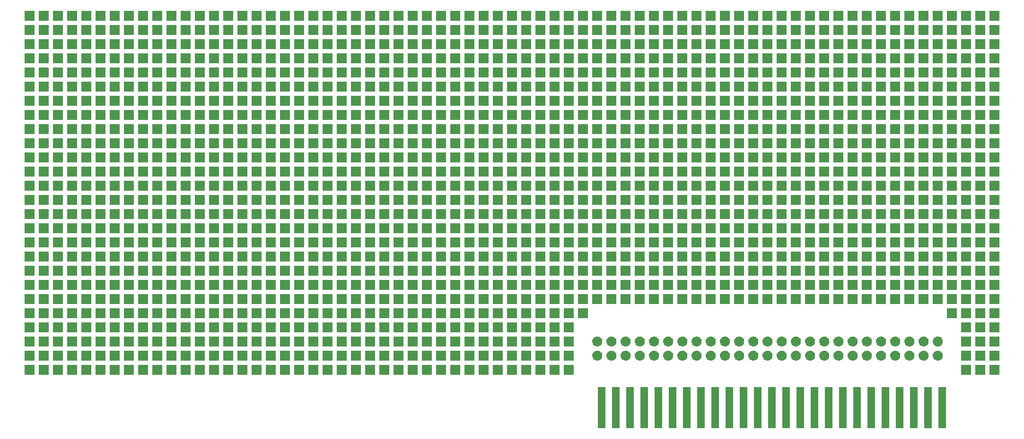
<source format=gbs>
G04 #@! TF.GenerationSoftware,KiCad,Pcbnew,(5.1.2)-1*
G04 #@! TF.CreationDate,2019-09-16T11:06:18-07:00*
G04 #@! TF.ProjectId,AppleIIPerfBoardCard,4170706c-6549-4495-9065-7266426f6172,rev?*
G04 #@! TF.SameCoordinates,Original*
G04 #@! TF.FileFunction,Soldermask,Bot*
G04 #@! TF.FilePolarity,Negative*
%FSLAX46Y46*%
G04 Gerber Fmt 4.6, Leading zero omitted, Abs format (unit mm)*
G04 Created by KiCad (PCBNEW (5.1.2)-1) date 2019-09-16 11:06:18*
%MOMM*%
%LPD*%
G04 APERTURE LIST*
%ADD10C,0.100000*%
G04 APERTURE END LIST*
D10*
G36*
X221588341Y-137460141D02*
G01*
X220216341Y-137460141D01*
X220216341Y-130058141D01*
X221588341Y-130058141D01*
X221588341Y-137460141D01*
X221588341Y-137460141D01*
G37*
G36*
X188568341Y-137460141D02*
G01*
X187196341Y-137460141D01*
X187196341Y-130058141D01*
X188568341Y-130058141D01*
X188568341Y-137460141D01*
X188568341Y-137460141D01*
G37*
G36*
X160628341Y-137460141D02*
G01*
X159256341Y-137460141D01*
X159256341Y-130058141D01*
X160628341Y-130058141D01*
X160628341Y-137460141D01*
X160628341Y-137460141D01*
G37*
G36*
X163168341Y-137460141D02*
G01*
X161796341Y-137460141D01*
X161796341Y-130058141D01*
X163168341Y-130058141D01*
X163168341Y-137460141D01*
X163168341Y-137460141D01*
G37*
G36*
X165708341Y-137460141D02*
G01*
X164336341Y-137460141D01*
X164336341Y-130058141D01*
X165708341Y-130058141D01*
X165708341Y-137460141D01*
X165708341Y-137460141D01*
G37*
G36*
X168248341Y-137460141D02*
G01*
X166876341Y-137460141D01*
X166876341Y-130058141D01*
X168248341Y-130058141D01*
X168248341Y-137460141D01*
X168248341Y-137460141D01*
G37*
G36*
X170788341Y-137460141D02*
G01*
X169416341Y-137460141D01*
X169416341Y-130058141D01*
X170788341Y-130058141D01*
X170788341Y-137460141D01*
X170788341Y-137460141D01*
G37*
G36*
X173328341Y-137460141D02*
G01*
X171956341Y-137460141D01*
X171956341Y-130058141D01*
X173328341Y-130058141D01*
X173328341Y-137460141D01*
X173328341Y-137460141D01*
G37*
G36*
X175868341Y-137460141D02*
G01*
X174496341Y-137460141D01*
X174496341Y-130058141D01*
X175868341Y-130058141D01*
X175868341Y-137460141D01*
X175868341Y-137460141D01*
G37*
G36*
X178408341Y-137460141D02*
G01*
X177036341Y-137460141D01*
X177036341Y-130058141D01*
X178408341Y-130058141D01*
X178408341Y-137460141D01*
X178408341Y-137460141D01*
G37*
G36*
X180948341Y-137460141D02*
G01*
X179576341Y-137460141D01*
X179576341Y-130058141D01*
X180948341Y-130058141D01*
X180948341Y-137460141D01*
X180948341Y-137460141D01*
G37*
G36*
X183488341Y-137460141D02*
G01*
X182116341Y-137460141D01*
X182116341Y-130058141D01*
X183488341Y-130058141D01*
X183488341Y-137460141D01*
X183488341Y-137460141D01*
G37*
G36*
X186028341Y-137460141D02*
G01*
X184656341Y-137460141D01*
X184656341Y-130058141D01*
X186028341Y-130058141D01*
X186028341Y-137460141D01*
X186028341Y-137460141D01*
G37*
G36*
X193648341Y-137460141D02*
G01*
X192276341Y-137460141D01*
X192276341Y-130058141D01*
X193648341Y-130058141D01*
X193648341Y-137460141D01*
X193648341Y-137460141D01*
G37*
G36*
X191108341Y-137460141D02*
G01*
X189736341Y-137460141D01*
X189736341Y-130058141D01*
X191108341Y-130058141D01*
X191108341Y-137460141D01*
X191108341Y-137460141D01*
G37*
G36*
X219048341Y-137460141D02*
G01*
X217676341Y-137460141D01*
X217676341Y-130058141D01*
X219048341Y-130058141D01*
X219048341Y-137460141D01*
X219048341Y-137460141D01*
G37*
G36*
X216508341Y-137460141D02*
G01*
X215136341Y-137460141D01*
X215136341Y-130058141D01*
X216508341Y-130058141D01*
X216508341Y-137460141D01*
X216508341Y-137460141D01*
G37*
G36*
X213968341Y-137460141D02*
G01*
X212596341Y-137460141D01*
X212596341Y-130058141D01*
X213968341Y-130058141D01*
X213968341Y-137460141D01*
X213968341Y-137460141D01*
G37*
G36*
X211428341Y-137460141D02*
G01*
X210056341Y-137460141D01*
X210056341Y-130058141D01*
X211428341Y-130058141D01*
X211428341Y-137460141D01*
X211428341Y-137460141D01*
G37*
G36*
X208888341Y-137460141D02*
G01*
X207516341Y-137460141D01*
X207516341Y-130058141D01*
X208888341Y-130058141D01*
X208888341Y-137460141D01*
X208888341Y-137460141D01*
G37*
G36*
X206348341Y-137460141D02*
G01*
X204976341Y-137460141D01*
X204976341Y-130058141D01*
X206348341Y-130058141D01*
X206348341Y-137460141D01*
X206348341Y-137460141D01*
G37*
G36*
X203808341Y-137460141D02*
G01*
X202436341Y-137460141D01*
X202436341Y-130058141D01*
X203808341Y-130058141D01*
X203808341Y-137460141D01*
X203808341Y-137460141D01*
G37*
G36*
X201268341Y-137460141D02*
G01*
X199896341Y-137460141D01*
X199896341Y-130058141D01*
X201268341Y-130058141D01*
X201268341Y-137460141D01*
X201268341Y-137460141D01*
G37*
G36*
X198728341Y-137460141D02*
G01*
X197356341Y-137460141D01*
X197356341Y-130058141D01*
X198728341Y-130058141D01*
X198728341Y-137460141D01*
X198728341Y-137460141D01*
G37*
G36*
X196188341Y-137460141D02*
G01*
X194816341Y-137460141D01*
X194816341Y-130058141D01*
X196188341Y-130058141D01*
X196188341Y-137460141D01*
X196188341Y-137460141D01*
G37*
G36*
X154952000Y-127873060D02*
G01*
X153150000Y-127873060D01*
X153150000Y-126071060D01*
X154952000Y-126071060D01*
X154952000Y-127873060D01*
X154952000Y-127873060D01*
G37*
G36*
X58432000Y-127873060D02*
G01*
X56630000Y-127873060D01*
X56630000Y-126071060D01*
X58432000Y-126071060D01*
X58432000Y-127873060D01*
X58432000Y-127873060D01*
G37*
G36*
X142252000Y-127873060D02*
G01*
X140450000Y-127873060D01*
X140450000Y-126071060D01*
X142252000Y-126071060D01*
X142252000Y-127873060D01*
X142252000Y-127873060D01*
G37*
G36*
X231152000Y-127873060D02*
G01*
X229350000Y-127873060D01*
X229350000Y-126071060D01*
X231152000Y-126071060D01*
X231152000Y-127873060D01*
X231152000Y-127873060D01*
G37*
G36*
X226072000Y-127873060D02*
G01*
X224270000Y-127873060D01*
X224270000Y-126071060D01*
X226072000Y-126071060D01*
X226072000Y-127873060D01*
X226072000Y-127873060D01*
G37*
G36*
X152412000Y-127873060D02*
G01*
X150610000Y-127873060D01*
X150610000Y-126071060D01*
X152412000Y-126071060D01*
X152412000Y-127873060D01*
X152412000Y-127873060D01*
G37*
G36*
X149872000Y-127873060D02*
G01*
X148070000Y-127873060D01*
X148070000Y-126071060D01*
X149872000Y-126071060D01*
X149872000Y-127873060D01*
X149872000Y-127873060D01*
G37*
G36*
X147332000Y-127873060D02*
G01*
X145530000Y-127873060D01*
X145530000Y-126071060D01*
X147332000Y-126071060D01*
X147332000Y-127873060D01*
X147332000Y-127873060D01*
G37*
G36*
X144792000Y-127873060D02*
G01*
X142990000Y-127873060D01*
X142990000Y-126071060D01*
X144792000Y-126071060D01*
X144792000Y-127873060D01*
X144792000Y-127873060D01*
G37*
G36*
X114312000Y-127873060D02*
G01*
X112510000Y-127873060D01*
X112510000Y-126071060D01*
X114312000Y-126071060D01*
X114312000Y-127873060D01*
X114312000Y-127873060D01*
G37*
G36*
X139712000Y-127873060D02*
G01*
X137910000Y-127873060D01*
X137910000Y-126071060D01*
X139712000Y-126071060D01*
X139712000Y-127873060D01*
X139712000Y-127873060D01*
G37*
G36*
X137172000Y-127873060D02*
G01*
X135370000Y-127873060D01*
X135370000Y-126071060D01*
X137172000Y-126071060D01*
X137172000Y-127873060D01*
X137172000Y-127873060D01*
G37*
G36*
X134632000Y-127873060D02*
G01*
X132830000Y-127873060D01*
X132830000Y-126071060D01*
X134632000Y-126071060D01*
X134632000Y-127873060D01*
X134632000Y-127873060D01*
G37*
G36*
X132092000Y-127873060D02*
G01*
X130290000Y-127873060D01*
X130290000Y-126071060D01*
X132092000Y-126071060D01*
X132092000Y-127873060D01*
X132092000Y-127873060D01*
G37*
G36*
X129552000Y-127873060D02*
G01*
X127750000Y-127873060D01*
X127750000Y-126071060D01*
X129552000Y-126071060D01*
X129552000Y-127873060D01*
X129552000Y-127873060D01*
G37*
G36*
X127012000Y-127873060D02*
G01*
X125210000Y-127873060D01*
X125210000Y-126071060D01*
X127012000Y-126071060D01*
X127012000Y-127873060D01*
X127012000Y-127873060D01*
G37*
G36*
X124472000Y-127873060D02*
G01*
X122670000Y-127873060D01*
X122670000Y-126071060D01*
X124472000Y-126071060D01*
X124472000Y-127873060D01*
X124472000Y-127873060D01*
G37*
G36*
X121932000Y-127873060D02*
G01*
X120130000Y-127873060D01*
X120130000Y-126071060D01*
X121932000Y-126071060D01*
X121932000Y-127873060D01*
X121932000Y-127873060D01*
G37*
G36*
X119392000Y-127873060D02*
G01*
X117590000Y-127873060D01*
X117590000Y-126071060D01*
X119392000Y-126071060D01*
X119392000Y-127873060D01*
X119392000Y-127873060D01*
G37*
G36*
X116852000Y-127873060D02*
G01*
X115050000Y-127873060D01*
X115050000Y-126071060D01*
X116852000Y-126071060D01*
X116852000Y-127873060D01*
X116852000Y-127873060D01*
G37*
G36*
X228612000Y-127873060D02*
G01*
X226810000Y-127873060D01*
X226810000Y-126071060D01*
X228612000Y-126071060D01*
X228612000Y-127873060D01*
X228612000Y-127873060D01*
G37*
G36*
X63512000Y-127873060D02*
G01*
X61710000Y-127873060D01*
X61710000Y-126071060D01*
X63512000Y-126071060D01*
X63512000Y-127873060D01*
X63512000Y-127873060D01*
G37*
G36*
X111772000Y-127873060D02*
G01*
X109970000Y-127873060D01*
X109970000Y-126071060D01*
X111772000Y-126071060D01*
X111772000Y-127873060D01*
X111772000Y-127873060D01*
G37*
G36*
X109232000Y-127873060D02*
G01*
X107430000Y-127873060D01*
X107430000Y-126071060D01*
X109232000Y-126071060D01*
X109232000Y-127873060D01*
X109232000Y-127873060D01*
G37*
G36*
X106692000Y-127873060D02*
G01*
X104890000Y-127873060D01*
X104890000Y-126071060D01*
X106692000Y-126071060D01*
X106692000Y-127873060D01*
X106692000Y-127873060D01*
G37*
G36*
X104152000Y-127873060D02*
G01*
X102350000Y-127873060D01*
X102350000Y-126071060D01*
X104152000Y-126071060D01*
X104152000Y-127873060D01*
X104152000Y-127873060D01*
G37*
G36*
X101612000Y-127873060D02*
G01*
X99810000Y-127873060D01*
X99810000Y-126071060D01*
X101612000Y-126071060D01*
X101612000Y-127873060D01*
X101612000Y-127873060D01*
G37*
G36*
X99072000Y-127873060D02*
G01*
X97270000Y-127873060D01*
X97270000Y-126071060D01*
X99072000Y-126071060D01*
X99072000Y-127873060D01*
X99072000Y-127873060D01*
G37*
G36*
X96532000Y-127873060D02*
G01*
X94730000Y-127873060D01*
X94730000Y-126071060D01*
X96532000Y-126071060D01*
X96532000Y-127873060D01*
X96532000Y-127873060D01*
G37*
G36*
X93992000Y-127873060D02*
G01*
X92190000Y-127873060D01*
X92190000Y-126071060D01*
X93992000Y-126071060D01*
X93992000Y-127873060D01*
X93992000Y-127873060D01*
G37*
G36*
X91452000Y-127873060D02*
G01*
X89650000Y-127873060D01*
X89650000Y-126071060D01*
X91452000Y-126071060D01*
X91452000Y-127873060D01*
X91452000Y-127873060D01*
G37*
G36*
X88912000Y-127873060D02*
G01*
X87110000Y-127873060D01*
X87110000Y-126071060D01*
X88912000Y-126071060D01*
X88912000Y-127873060D01*
X88912000Y-127873060D01*
G37*
G36*
X83832000Y-127873060D02*
G01*
X82030000Y-127873060D01*
X82030000Y-126071060D01*
X83832000Y-126071060D01*
X83832000Y-127873060D01*
X83832000Y-127873060D01*
G37*
G36*
X86372000Y-127873060D02*
G01*
X84570000Y-127873060D01*
X84570000Y-126071060D01*
X86372000Y-126071060D01*
X86372000Y-127873060D01*
X86372000Y-127873060D01*
G37*
G36*
X66052000Y-127873060D02*
G01*
X64250000Y-127873060D01*
X64250000Y-126071060D01*
X66052000Y-126071060D01*
X66052000Y-127873060D01*
X66052000Y-127873060D01*
G37*
G36*
X68592000Y-127873060D02*
G01*
X66790000Y-127873060D01*
X66790000Y-126071060D01*
X68592000Y-126071060D01*
X68592000Y-127873060D01*
X68592000Y-127873060D01*
G37*
G36*
X60972000Y-127873060D02*
G01*
X59170000Y-127873060D01*
X59170000Y-126071060D01*
X60972000Y-126071060D01*
X60972000Y-127873060D01*
X60972000Y-127873060D01*
G37*
G36*
X71132000Y-127873060D02*
G01*
X69330000Y-127873060D01*
X69330000Y-126071060D01*
X71132000Y-126071060D01*
X71132000Y-127873060D01*
X71132000Y-127873060D01*
G37*
G36*
X73672000Y-127873060D02*
G01*
X71870000Y-127873060D01*
X71870000Y-126071060D01*
X73672000Y-126071060D01*
X73672000Y-127873060D01*
X73672000Y-127873060D01*
G37*
G36*
X76212000Y-127873060D02*
G01*
X74410000Y-127873060D01*
X74410000Y-126071060D01*
X76212000Y-126071060D01*
X76212000Y-127873060D01*
X76212000Y-127873060D01*
G37*
G36*
X78752000Y-127873060D02*
G01*
X76950000Y-127873060D01*
X76950000Y-126071060D01*
X78752000Y-126071060D01*
X78752000Y-127873060D01*
X78752000Y-127873060D01*
G37*
G36*
X81292000Y-127873060D02*
G01*
X79490000Y-127873060D01*
X79490000Y-126071060D01*
X81292000Y-126071060D01*
X81292000Y-127873060D01*
X81292000Y-127873060D01*
G37*
G36*
X66052000Y-125333060D02*
G01*
X64250000Y-125333060D01*
X64250000Y-123531060D01*
X66052000Y-123531060D01*
X66052000Y-125333060D01*
X66052000Y-125333060D01*
G37*
G36*
X63512000Y-125333060D02*
G01*
X61710000Y-125333060D01*
X61710000Y-123531060D01*
X63512000Y-123531060D01*
X63512000Y-125333060D01*
X63512000Y-125333060D01*
G37*
G36*
X60972000Y-125333060D02*
G01*
X59170000Y-125333060D01*
X59170000Y-123531060D01*
X60972000Y-123531060D01*
X60972000Y-125333060D01*
X60972000Y-125333060D01*
G37*
G36*
X83832000Y-125333060D02*
G01*
X82030000Y-125333060D01*
X82030000Y-123531060D01*
X83832000Y-123531060D01*
X83832000Y-125333060D01*
X83832000Y-125333060D01*
G37*
G36*
X132092000Y-125333060D02*
G01*
X130290000Y-125333060D01*
X130290000Y-123531060D01*
X132092000Y-123531060D01*
X132092000Y-125333060D01*
X132092000Y-125333060D01*
G37*
G36*
X134632000Y-125333060D02*
G01*
X132830000Y-125333060D01*
X132830000Y-123531060D01*
X134632000Y-123531060D01*
X134632000Y-125333060D01*
X134632000Y-125333060D01*
G37*
G36*
X139712000Y-125333060D02*
G01*
X137910000Y-125333060D01*
X137910000Y-123531060D01*
X139712000Y-123531060D01*
X139712000Y-125333060D01*
X139712000Y-125333060D01*
G37*
G36*
X142252000Y-125333060D02*
G01*
X140450000Y-125333060D01*
X140450000Y-123531060D01*
X142252000Y-123531060D01*
X142252000Y-125333060D01*
X142252000Y-125333060D01*
G37*
G36*
X144792000Y-125333060D02*
G01*
X142990000Y-125333060D01*
X142990000Y-123531060D01*
X144792000Y-123531060D01*
X144792000Y-125333060D01*
X144792000Y-125333060D01*
G37*
G36*
X147332000Y-125333060D02*
G01*
X145530000Y-125333060D01*
X145530000Y-123531060D01*
X147332000Y-123531060D01*
X147332000Y-125333060D01*
X147332000Y-125333060D01*
G37*
G36*
X149872000Y-125333060D02*
G01*
X148070000Y-125333060D01*
X148070000Y-123531060D01*
X149872000Y-123531060D01*
X149872000Y-125333060D01*
X149872000Y-125333060D01*
G37*
G36*
X152412000Y-125333060D02*
G01*
X150610000Y-125333060D01*
X150610000Y-123531060D01*
X152412000Y-123531060D01*
X152412000Y-125333060D01*
X152412000Y-125333060D01*
G37*
G36*
X109232000Y-125333060D02*
G01*
X107430000Y-125333060D01*
X107430000Y-123531060D01*
X109232000Y-123531060D01*
X109232000Y-125333060D01*
X109232000Y-125333060D01*
G37*
G36*
X226072000Y-125333060D02*
G01*
X224270000Y-125333060D01*
X224270000Y-123531060D01*
X226072000Y-123531060D01*
X226072000Y-125333060D01*
X226072000Y-125333060D01*
G37*
G36*
X228612000Y-125333060D02*
G01*
X226810000Y-125333060D01*
X226810000Y-123531060D01*
X228612000Y-123531060D01*
X228612000Y-125333060D01*
X228612000Y-125333060D01*
G37*
G36*
X231152000Y-125333060D02*
G01*
X229350000Y-125333060D01*
X229350000Y-123531060D01*
X231152000Y-123531060D01*
X231152000Y-125333060D01*
X231152000Y-125333060D01*
G37*
G36*
X88912000Y-125333060D02*
G01*
X87110000Y-125333060D01*
X87110000Y-123531060D01*
X88912000Y-123531060D01*
X88912000Y-125333060D01*
X88912000Y-125333060D01*
G37*
G36*
X137172000Y-125333060D02*
G01*
X135370000Y-125333060D01*
X135370000Y-123531060D01*
X137172000Y-123531060D01*
X137172000Y-125333060D01*
X137172000Y-125333060D01*
G37*
G36*
X106692000Y-125333060D02*
G01*
X104890000Y-125333060D01*
X104890000Y-123531060D01*
X106692000Y-123531060D01*
X106692000Y-125333060D01*
X106692000Y-125333060D01*
G37*
G36*
X104152000Y-125333060D02*
G01*
X102350000Y-125333060D01*
X102350000Y-123531060D01*
X104152000Y-123531060D01*
X104152000Y-125333060D01*
X104152000Y-125333060D01*
G37*
G36*
X101612000Y-125333060D02*
G01*
X99810000Y-125333060D01*
X99810000Y-123531060D01*
X101612000Y-123531060D01*
X101612000Y-125333060D01*
X101612000Y-125333060D01*
G37*
G36*
X99072000Y-125333060D02*
G01*
X97270000Y-125333060D01*
X97270000Y-123531060D01*
X99072000Y-123531060D01*
X99072000Y-125333060D01*
X99072000Y-125333060D01*
G37*
G36*
X96532000Y-125333060D02*
G01*
X94730000Y-125333060D01*
X94730000Y-123531060D01*
X96532000Y-123531060D01*
X96532000Y-125333060D01*
X96532000Y-125333060D01*
G37*
G36*
X93992000Y-125333060D02*
G01*
X92190000Y-125333060D01*
X92190000Y-123531060D01*
X93992000Y-123531060D01*
X93992000Y-125333060D01*
X93992000Y-125333060D01*
G37*
G36*
X91452000Y-125333060D02*
G01*
X89650000Y-125333060D01*
X89650000Y-123531060D01*
X91452000Y-123531060D01*
X91452000Y-125333060D01*
X91452000Y-125333060D01*
G37*
G36*
X68592000Y-125333060D02*
G01*
X66790000Y-125333060D01*
X66790000Y-123531060D01*
X68592000Y-123531060D01*
X68592000Y-125333060D01*
X68592000Y-125333060D01*
G37*
G36*
X86372000Y-125333060D02*
G01*
X84570000Y-125333060D01*
X84570000Y-123531060D01*
X86372000Y-123531060D01*
X86372000Y-125333060D01*
X86372000Y-125333060D01*
G37*
G36*
X58432000Y-125333060D02*
G01*
X56630000Y-125333060D01*
X56630000Y-123531060D01*
X58432000Y-123531060D01*
X58432000Y-125333060D01*
X58432000Y-125333060D01*
G37*
G36*
X81292000Y-125333060D02*
G01*
X79490000Y-125333060D01*
X79490000Y-123531060D01*
X81292000Y-123531060D01*
X81292000Y-125333060D01*
X81292000Y-125333060D01*
G37*
G36*
X78752000Y-125333060D02*
G01*
X76950000Y-125333060D01*
X76950000Y-123531060D01*
X78752000Y-123531060D01*
X78752000Y-125333060D01*
X78752000Y-125333060D01*
G37*
G36*
X76212000Y-125333060D02*
G01*
X74410000Y-125333060D01*
X74410000Y-123531060D01*
X76212000Y-123531060D01*
X76212000Y-125333060D01*
X76212000Y-125333060D01*
G37*
G36*
X73672000Y-125333060D02*
G01*
X71870000Y-125333060D01*
X71870000Y-123531060D01*
X73672000Y-123531060D01*
X73672000Y-125333060D01*
X73672000Y-125333060D01*
G37*
G36*
X71132000Y-125333060D02*
G01*
X69330000Y-125333060D01*
X69330000Y-123531060D01*
X71132000Y-123531060D01*
X71132000Y-125333060D01*
X71132000Y-125333060D01*
G37*
G36*
X169401442Y-123537578D02*
G01*
X169467627Y-123544097D01*
X169637466Y-123595617D01*
X169793991Y-123679282D01*
X169829729Y-123708612D01*
X169931186Y-123791874D01*
X170014448Y-123893331D01*
X170043778Y-123929069D01*
X170127443Y-124085594D01*
X170178963Y-124255433D01*
X170196359Y-124432060D01*
X170178963Y-124608687D01*
X170127443Y-124778526D01*
X170043778Y-124935051D01*
X170014448Y-124970789D01*
X169931186Y-125072246D01*
X169829729Y-125155508D01*
X169793991Y-125184838D01*
X169637466Y-125268503D01*
X169467627Y-125320023D01*
X169401443Y-125326541D01*
X169335260Y-125333060D01*
X169246740Y-125333060D01*
X169180557Y-125326541D01*
X169114373Y-125320023D01*
X168944534Y-125268503D01*
X168788009Y-125184838D01*
X168752271Y-125155508D01*
X168650814Y-125072246D01*
X168567552Y-124970789D01*
X168538222Y-124935051D01*
X168454557Y-124778526D01*
X168403037Y-124608687D01*
X168385641Y-124432060D01*
X168403037Y-124255433D01*
X168454557Y-124085594D01*
X168538222Y-123929069D01*
X168567552Y-123893331D01*
X168650814Y-123791874D01*
X168752271Y-123708612D01*
X168788009Y-123679282D01*
X168944534Y-123595617D01*
X169114373Y-123544097D01*
X169180558Y-123537578D01*
X169246740Y-123531060D01*
X169335260Y-123531060D01*
X169401442Y-123537578D01*
X169401442Y-123537578D01*
G37*
G36*
X197341442Y-123537578D02*
G01*
X197407627Y-123544097D01*
X197577466Y-123595617D01*
X197733991Y-123679282D01*
X197769729Y-123708612D01*
X197871186Y-123791874D01*
X197954448Y-123893331D01*
X197983778Y-123929069D01*
X198067443Y-124085594D01*
X198118963Y-124255433D01*
X198136359Y-124432060D01*
X198118963Y-124608687D01*
X198067443Y-124778526D01*
X197983778Y-124935051D01*
X197954448Y-124970789D01*
X197871186Y-125072246D01*
X197769729Y-125155508D01*
X197733991Y-125184838D01*
X197577466Y-125268503D01*
X197407627Y-125320023D01*
X197341443Y-125326541D01*
X197275260Y-125333060D01*
X197186740Y-125333060D01*
X197120557Y-125326541D01*
X197054373Y-125320023D01*
X196884534Y-125268503D01*
X196728009Y-125184838D01*
X196692271Y-125155508D01*
X196590814Y-125072246D01*
X196507552Y-124970789D01*
X196478222Y-124935051D01*
X196394557Y-124778526D01*
X196343037Y-124608687D01*
X196325641Y-124432060D01*
X196343037Y-124255433D01*
X196394557Y-124085594D01*
X196478222Y-123929069D01*
X196507552Y-123893331D01*
X196590814Y-123791874D01*
X196692271Y-123708612D01*
X196728009Y-123679282D01*
X196884534Y-123595617D01*
X197054373Y-123544097D01*
X197120558Y-123537578D01*
X197186740Y-123531060D01*
X197275260Y-123531060D01*
X197341442Y-123537578D01*
X197341442Y-123537578D01*
G37*
G36*
X194801442Y-123537578D02*
G01*
X194867627Y-123544097D01*
X195037466Y-123595617D01*
X195193991Y-123679282D01*
X195229729Y-123708612D01*
X195331186Y-123791874D01*
X195414448Y-123893331D01*
X195443778Y-123929069D01*
X195527443Y-124085594D01*
X195578963Y-124255433D01*
X195596359Y-124432060D01*
X195578963Y-124608687D01*
X195527443Y-124778526D01*
X195443778Y-124935051D01*
X195414448Y-124970789D01*
X195331186Y-125072246D01*
X195229729Y-125155508D01*
X195193991Y-125184838D01*
X195037466Y-125268503D01*
X194867627Y-125320023D01*
X194801443Y-125326541D01*
X194735260Y-125333060D01*
X194646740Y-125333060D01*
X194580557Y-125326541D01*
X194514373Y-125320023D01*
X194344534Y-125268503D01*
X194188009Y-125184838D01*
X194152271Y-125155508D01*
X194050814Y-125072246D01*
X193967552Y-124970789D01*
X193938222Y-124935051D01*
X193854557Y-124778526D01*
X193803037Y-124608687D01*
X193785641Y-124432060D01*
X193803037Y-124255433D01*
X193854557Y-124085594D01*
X193938222Y-123929069D01*
X193967552Y-123893331D01*
X194050814Y-123791874D01*
X194152271Y-123708612D01*
X194188009Y-123679282D01*
X194344534Y-123595617D01*
X194514373Y-123544097D01*
X194580558Y-123537578D01*
X194646740Y-123531060D01*
X194735260Y-123531060D01*
X194801442Y-123537578D01*
X194801442Y-123537578D01*
G37*
G36*
X192261442Y-123537578D02*
G01*
X192327627Y-123544097D01*
X192497466Y-123595617D01*
X192653991Y-123679282D01*
X192689729Y-123708612D01*
X192791186Y-123791874D01*
X192874448Y-123893331D01*
X192903778Y-123929069D01*
X192987443Y-124085594D01*
X193038963Y-124255433D01*
X193056359Y-124432060D01*
X193038963Y-124608687D01*
X192987443Y-124778526D01*
X192903778Y-124935051D01*
X192874448Y-124970789D01*
X192791186Y-125072246D01*
X192689729Y-125155508D01*
X192653991Y-125184838D01*
X192497466Y-125268503D01*
X192327627Y-125320023D01*
X192261443Y-125326541D01*
X192195260Y-125333060D01*
X192106740Y-125333060D01*
X192040557Y-125326541D01*
X191974373Y-125320023D01*
X191804534Y-125268503D01*
X191648009Y-125184838D01*
X191612271Y-125155508D01*
X191510814Y-125072246D01*
X191427552Y-124970789D01*
X191398222Y-124935051D01*
X191314557Y-124778526D01*
X191263037Y-124608687D01*
X191245641Y-124432060D01*
X191263037Y-124255433D01*
X191314557Y-124085594D01*
X191398222Y-123929069D01*
X191427552Y-123893331D01*
X191510814Y-123791874D01*
X191612271Y-123708612D01*
X191648009Y-123679282D01*
X191804534Y-123595617D01*
X191974373Y-123544097D01*
X192040558Y-123537578D01*
X192106740Y-123531060D01*
X192195260Y-123531060D01*
X192261442Y-123537578D01*
X192261442Y-123537578D01*
G37*
G36*
X189721442Y-123537578D02*
G01*
X189787627Y-123544097D01*
X189957466Y-123595617D01*
X190113991Y-123679282D01*
X190149729Y-123708612D01*
X190251186Y-123791874D01*
X190334448Y-123893331D01*
X190363778Y-123929069D01*
X190447443Y-124085594D01*
X190498963Y-124255433D01*
X190516359Y-124432060D01*
X190498963Y-124608687D01*
X190447443Y-124778526D01*
X190363778Y-124935051D01*
X190334448Y-124970789D01*
X190251186Y-125072246D01*
X190149729Y-125155508D01*
X190113991Y-125184838D01*
X189957466Y-125268503D01*
X189787627Y-125320023D01*
X189721443Y-125326541D01*
X189655260Y-125333060D01*
X189566740Y-125333060D01*
X189500557Y-125326541D01*
X189434373Y-125320023D01*
X189264534Y-125268503D01*
X189108009Y-125184838D01*
X189072271Y-125155508D01*
X188970814Y-125072246D01*
X188887552Y-124970789D01*
X188858222Y-124935051D01*
X188774557Y-124778526D01*
X188723037Y-124608687D01*
X188705641Y-124432060D01*
X188723037Y-124255433D01*
X188774557Y-124085594D01*
X188858222Y-123929069D01*
X188887552Y-123893331D01*
X188970814Y-123791874D01*
X189072271Y-123708612D01*
X189108009Y-123679282D01*
X189264534Y-123595617D01*
X189434373Y-123544097D01*
X189500558Y-123537578D01*
X189566740Y-123531060D01*
X189655260Y-123531060D01*
X189721442Y-123537578D01*
X189721442Y-123537578D01*
G37*
G36*
X159241442Y-123537578D02*
G01*
X159307627Y-123544097D01*
X159477466Y-123595617D01*
X159633991Y-123679282D01*
X159669729Y-123708612D01*
X159771186Y-123791874D01*
X159854448Y-123893331D01*
X159883778Y-123929069D01*
X159967443Y-124085594D01*
X160018963Y-124255433D01*
X160036359Y-124432060D01*
X160018963Y-124608687D01*
X159967443Y-124778526D01*
X159883778Y-124935051D01*
X159854448Y-124970789D01*
X159771186Y-125072246D01*
X159669729Y-125155508D01*
X159633991Y-125184838D01*
X159477466Y-125268503D01*
X159307627Y-125320023D01*
X159241443Y-125326541D01*
X159175260Y-125333060D01*
X159086740Y-125333060D01*
X159020557Y-125326541D01*
X158954373Y-125320023D01*
X158784534Y-125268503D01*
X158628009Y-125184838D01*
X158592271Y-125155508D01*
X158490814Y-125072246D01*
X158407552Y-124970789D01*
X158378222Y-124935051D01*
X158294557Y-124778526D01*
X158243037Y-124608687D01*
X158225641Y-124432060D01*
X158243037Y-124255433D01*
X158294557Y-124085594D01*
X158378222Y-123929069D01*
X158407552Y-123893331D01*
X158490814Y-123791874D01*
X158592271Y-123708612D01*
X158628009Y-123679282D01*
X158784534Y-123595617D01*
X158954373Y-123544097D01*
X159020558Y-123537578D01*
X159086740Y-123531060D01*
X159175260Y-123531060D01*
X159241442Y-123537578D01*
X159241442Y-123537578D01*
G37*
G36*
X161781442Y-123537578D02*
G01*
X161847627Y-123544097D01*
X162017466Y-123595617D01*
X162173991Y-123679282D01*
X162209729Y-123708612D01*
X162311186Y-123791874D01*
X162394448Y-123893331D01*
X162423778Y-123929069D01*
X162507443Y-124085594D01*
X162558963Y-124255433D01*
X162576359Y-124432060D01*
X162558963Y-124608687D01*
X162507443Y-124778526D01*
X162423778Y-124935051D01*
X162394448Y-124970789D01*
X162311186Y-125072246D01*
X162209729Y-125155508D01*
X162173991Y-125184838D01*
X162017466Y-125268503D01*
X161847627Y-125320023D01*
X161781443Y-125326541D01*
X161715260Y-125333060D01*
X161626740Y-125333060D01*
X161560557Y-125326541D01*
X161494373Y-125320023D01*
X161324534Y-125268503D01*
X161168009Y-125184838D01*
X161132271Y-125155508D01*
X161030814Y-125072246D01*
X160947552Y-124970789D01*
X160918222Y-124935051D01*
X160834557Y-124778526D01*
X160783037Y-124608687D01*
X160765641Y-124432060D01*
X160783037Y-124255433D01*
X160834557Y-124085594D01*
X160918222Y-123929069D01*
X160947552Y-123893331D01*
X161030814Y-123791874D01*
X161132271Y-123708612D01*
X161168009Y-123679282D01*
X161324534Y-123595617D01*
X161494373Y-123544097D01*
X161560558Y-123537578D01*
X161626740Y-123531060D01*
X161715260Y-123531060D01*
X161781442Y-123537578D01*
X161781442Y-123537578D01*
G37*
G36*
X164321442Y-123537578D02*
G01*
X164387627Y-123544097D01*
X164557466Y-123595617D01*
X164713991Y-123679282D01*
X164749729Y-123708612D01*
X164851186Y-123791874D01*
X164934448Y-123893331D01*
X164963778Y-123929069D01*
X165047443Y-124085594D01*
X165098963Y-124255433D01*
X165116359Y-124432060D01*
X165098963Y-124608687D01*
X165047443Y-124778526D01*
X164963778Y-124935051D01*
X164934448Y-124970789D01*
X164851186Y-125072246D01*
X164749729Y-125155508D01*
X164713991Y-125184838D01*
X164557466Y-125268503D01*
X164387627Y-125320023D01*
X164321443Y-125326541D01*
X164255260Y-125333060D01*
X164166740Y-125333060D01*
X164100557Y-125326541D01*
X164034373Y-125320023D01*
X163864534Y-125268503D01*
X163708009Y-125184838D01*
X163672271Y-125155508D01*
X163570814Y-125072246D01*
X163487552Y-124970789D01*
X163458222Y-124935051D01*
X163374557Y-124778526D01*
X163323037Y-124608687D01*
X163305641Y-124432060D01*
X163323037Y-124255433D01*
X163374557Y-124085594D01*
X163458222Y-123929069D01*
X163487552Y-123893331D01*
X163570814Y-123791874D01*
X163672271Y-123708612D01*
X163708009Y-123679282D01*
X163864534Y-123595617D01*
X164034373Y-123544097D01*
X164100558Y-123537578D01*
X164166740Y-123531060D01*
X164255260Y-123531060D01*
X164321442Y-123537578D01*
X164321442Y-123537578D01*
G37*
G36*
X166861442Y-123537578D02*
G01*
X166927627Y-123544097D01*
X167097466Y-123595617D01*
X167253991Y-123679282D01*
X167289729Y-123708612D01*
X167391186Y-123791874D01*
X167474448Y-123893331D01*
X167503778Y-123929069D01*
X167587443Y-124085594D01*
X167638963Y-124255433D01*
X167656359Y-124432060D01*
X167638963Y-124608687D01*
X167587443Y-124778526D01*
X167503778Y-124935051D01*
X167474448Y-124970789D01*
X167391186Y-125072246D01*
X167289729Y-125155508D01*
X167253991Y-125184838D01*
X167097466Y-125268503D01*
X166927627Y-125320023D01*
X166861443Y-125326541D01*
X166795260Y-125333060D01*
X166706740Y-125333060D01*
X166640557Y-125326541D01*
X166574373Y-125320023D01*
X166404534Y-125268503D01*
X166248009Y-125184838D01*
X166212271Y-125155508D01*
X166110814Y-125072246D01*
X166027552Y-124970789D01*
X165998222Y-124935051D01*
X165914557Y-124778526D01*
X165863037Y-124608687D01*
X165845641Y-124432060D01*
X165863037Y-124255433D01*
X165914557Y-124085594D01*
X165998222Y-123929069D01*
X166027552Y-123893331D01*
X166110814Y-123791874D01*
X166212271Y-123708612D01*
X166248009Y-123679282D01*
X166404534Y-123595617D01*
X166574373Y-123544097D01*
X166640558Y-123537578D01*
X166706740Y-123531060D01*
X166795260Y-123531060D01*
X166861442Y-123537578D01*
X166861442Y-123537578D01*
G37*
G36*
X124472000Y-125333060D02*
G01*
X122670000Y-125333060D01*
X122670000Y-123531060D01*
X124472000Y-123531060D01*
X124472000Y-125333060D01*
X124472000Y-125333060D01*
G37*
G36*
X171941442Y-123537578D02*
G01*
X172007627Y-123544097D01*
X172177466Y-123595617D01*
X172333991Y-123679282D01*
X172369729Y-123708612D01*
X172471186Y-123791874D01*
X172554448Y-123893331D01*
X172583778Y-123929069D01*
X172667443Y-124085594D01*
X172718963Y-124255433D01*
X172736359Y-124432060D01*
X172718963Y-124608687D01*
X172667443Y-124778526D01*
X172583778Y-124935051D01*
X172554448Y-124970789D01*
X172471186Y-125072246D01*
X172369729Y-125155508D01*
X172333991Y-125184838D01*
X172177466Y-125268503D01*
X172007627Y-125320023D01*
X171941443Y-125326541D01*
X171875260Y-125333060D01*
X171786740Y-125333060D01*
X171720557Y-125326541D01*
X171654373Y-125320023D01*
X171484534Y-125268503D01*
X171328009Y-125184838D01*
X171292271Y-125155508D01*
X171190814Y-125072246D01*
X171107552Y-124970789D01*
X171078222Y-124935051D01*
X170994557Y-124778526D01*
X170943037Y-124608687D01*
X170925641Y-124432060D01*
X170943037Y-124255433D01*
X170994557Y-124085594D01*
X171078222Y-123929069D01*
X171107552Y-123893331D01*
X171190814Y-123791874D01*
X171292271Y-123708612D01*
X171328009Y-123679282D01*
X171484534Y-123595617D01*
X171654373Y-123544097D01*
X171720558Y-123537578D01*
X171786740Y-123531060D01*
X171875260Y-123531060D01*
X171941442Y-123537578D01*
X171941442Y-123537578D01*
G37*
G36*
X174481442Y-123537578D02*
G01*
X174547627Y-123544097D01*
X174717466Y-123595617D01*
X174873991Y-123679282D01*
X174909729Y-123708612D01*
X175011186Y-123791874D01*
X175094448Y-123893331D01*
X175123778Y-123929069D01*
X175207443Y-124085594D01*
X175258963Y-124255433D01*
X175276359Y-124432060D01*
X175258963Y-124608687D01*
X175207443Y-124778526D01*
X175123778Y-124935051D01*
X175094448Y-124970789D01*
X175011186Y-125072246D01*
X174909729Y-125155508D01*
X174873991Y-125184838D01*
X174717466Y-125268503D01*
X174547627Y-125320023D01*
X174481443Y-125326541D01*
X174415260Y-125333060D01*
X174326740Y-125333060D01*
X174260557Y-125326541D01*
X174194373Y-125320023D01*
X174024534Y-125268503D01*
X173868009Y-125184838D01*
X173832271Y-125155508D01*
X173730814Y-125072246D01*
X173647552Y-124970789D01*
X173618222Y-124935051D01*
X173534557Y-124778526D01*
X173483037Y-124608687D01*
X173465641Y-124432060D01*
X173483037Y-124255433D01*
X173534557Y-124085594D01*
X173618222Y-123929069D01*
X173647552Y-123893331D01*
X173730814Y-123791874D01*
X173832271Y-123708612D01*
X173868009Y-123679282D01*
X174024534Y-123595617D01*
X174194373Y-123544097D01*
X174260558Y-123537578D01*
X174326740Y-123531060D01*
X174415260Y-123531060D01*
X174481442Y-123537578D01*
X174481442Y-123537578D01*
G37*
G36*
X177021442Y-123537578D02*
G01*
X177087627Y-123544097D01*
X177257466Y-123595617D01*
X177413991Y-123679282D01*
X177449729Y-123708612D01*
X177551186Y-123791874D01*
X177634448Y-123893331D01*
X177663778Y-123929069D01*
X177747443Y-124085594D01*
X177798963Y-124255433D01*
X177816359Y-124432060D01*
X177798963Y-124608687D01*
X177747443Y-124778526D01*
X177663778Y-124935051D01*
X177634448Y-124970789D01*
X177551186Y-125072246D01*
X177449729Y-125155508D01*
X177413991Y-125184838D01*
X177257466Y-125268503D01*
X177087627Y-125320023D01*
X177021443Y-125326541D01*
X176955260Y-125333060D01*
X176866740Y-125333060D01*
X176800557Y-125326541D01*
X176734373Y-125320023D01*
X176564534Y-125268503D01*
X176408009Y-125184838D01*
X176372271Y-125155508D01*
X176270814Y-125072246D01*
X176187552Y-124970789D01*
X176158222Y-124935051D01*
X176074557Y-124778526D01*
X176023037Y-124608687D01*
X176005641Y-124432060D01*
X176023037Y-124255433D01*
X176074557Y-124085594D01*
X176158222Y-123929069D01*
X176187552Y-123893331D01*
X176270814Y-123791874D01*
X176372271Y-123708612D01*
X176408009Y-123679282D01*
X176564534Y-123595617D01*
X176734373Y-123544097D01*
X176800558Y-123537578D01*
X176866740Y-123531060D01*
X176955260Y-123531060D01*
X177021442Y-123537578D01*
X177021442Y-123537578D01*
G37*
G36*
X179561442Y-123537578D02*
G01*
X179627627Y-123544097D01*
X179797466Y-123595617D01*
X179953991Y-123679282D01*
X179989729Y-123708612D01*
X180091186Y-123791874D01*
X180174448Y-123893331D01*
X180203778Y-123929069D01*
X180287443Y-124085594D01*
X180338963Y-124255433D01*
X180356359Y-124432060D01*
X180338963Y-124608687D01*
X180287443Y-124778526D01*
X180203778Y-124935051D01*
X180174448Y-124970789D01*
X180091186Y-125072246D01*
X179989729Y-125155508D01*
X179953991Y-125184838D01*
X179797466Y-125268503D01*
X179627627Y-125320023D01*
X179561443Y-125326541D01*
X179495260Y-125333060D01*
X179406740Y-125333060D01*
X179340557Y-125326541D01*
X179274373Y-125320023D01*
X179104534Y-125268503D01*
X178948009Y-125184838D01*
X178912271Y-125155508D01*
X178810814Y-125072246D01*
X178727552Y-124970789D01*
X178698222Y-124935051D01*
X178614557Y-124778526D01*
X178563037Y-124608687D01*
X178545641Y-124432060D01*
X178563037Y-124255433D01*
X178614557Y-124085594D01*
X178698222Y-123929069D01*
X178727552Y-123893331D01*
X178810814Y-123791874D01*
X178912271Y-123708612D01*
X178948009Y-123679282D01*
X179104534Y-123595617D01*
X179274373Y-123544097D01*
X179340558Y-123537578D01*
X179406740Y-123531060D01*
X179495260Y-123531060D01*
X179561442Y-123537578D01*
X179561442Y-123537578D01*
G37*
G36*
X182101442Y-123537578D02*
G01*
X182167627Y-123544097D01*
X182337466Y-123595617D01*
X182493991Y-123679282D01*
X182529729Y-123708612D01*
X182631186Y-123791874D01*
X182714448Y-123893331D01*
X182743778Y-123929069D01*
X182827443Y-124085594D01*
X182878963Y-124255433D01*
X182896359Y-124432060D01*
X182878963Y-124608687D01*
X182827443Y-124778526D01*
X182743778Y-124935051D01*
X182714448Y-124970789D01*
X182631186Y-125072246D01*
X182529729Y-125155508D01*
X182493991Y-125184838D01*
X182337466Y-125268503D01*
X182167627Y-125320023D01*
X182101443Y-125326541D01*
X182035260Y-125333060D01*
X181946740Y-125333060D01*
X181880557Y-125326541D01*
X181814373Y-125320023D01*
X181644534Y-125268503D01*
X181488009Y-125184838D01*
X181452271Y-125155508D01*
X181350814Y-125072246D01*
X181267552Y-124970789D01*
X181238222Y-124935051D01*
X181154557Y-124778526D01*
X181103037Y-124608687D01*
X181085641Y-124432060D01*
X181103037Y-124255433D01*
X181154557Y-124085594D01*
X181238222Y-123929069D01*
X181267552Y-123893331D01*
X181350814Y-123791874D01*
X181452271Y-123708612D01*
X181488009Y-123679282D01*
X181644534Y-123595617D01*
X181814373Y-123544097D01*
X181880558Y-123537578D01*
X181946740Y-123531060D01*
X182035260Y-123531060D01*
X182101442Y-123537578D01*
X182101442Y-123537578D01*
G37*
G36*
X184641442Y-123537578D02*
G01*
X184707627Y-123544097D01*
X184877466Y-123595617D01*
X185033991Y-123679282D01*
X185069729Y-123708612D01*
X185171186Y-123791874D01*
X185254448Y-123893331D01*
X185283778Y-123929069D01*
X185367443Y-124085594D01*
X185418963Y-124255433D01*
X185436359Y-124432060D01*
X185418963Y-124608687D01*
X185367443Y-124778526D01*
X185283778Y-124935051D01*
X185254448Y-124970789D01*
X185171186Y-125072246D01*
X185069729Y-125155508D01*
X185033991Y-125184838D01*
X184877466Y-125268503D01*
X184707627Y-125320023D01*
X184641443Y-125326541D01*
X184575260Y-125333060D01*
X184486740Y-125333060D01*
X184420557Y-125326541D01*
X184354373Y-125320023D01*
X184184534Y-125268503D01*
X184028009Y-125184838D01*
X183992271Y-125155508D01*
X183890814Y-125072246D01*
X183807552Y-124970789D01*
X183778222Y-124935051D01*
X183694557Y-124778526D01*
X183643037Y-124608687D01*
X183625641Y-124432060D01*
X183643037Y-124255433D01*
X183694557Y-124085594D01*
X183778222Y-123929069D01*
X183807552Y-123893331D01*
X183890814Y-123791874D01*
X183992271Y-123708612D01*
X184028009Y-123679282D01*
X184184534Y-123595617D01*
X184354373Y-123544097D01*
X184420558Y-123537578D01*
X184486740Y-123531060D01*
X184575260Y-123531060D01*
X184641442Y-123537578D01*
X184641442Y-123537578D01*
G37*
G36*
X129552000Y-125333060D02*
G01*
X127750000Y-125333060D01*
X127750000Y-123531060D01*
X129552000Y-123531060D01*
X129552000Y-125333060D01*
X129552000Y-125333060D01*
G37*
G36*
X127012000Y-125333060D02*
G01*
X125210000Y-125333060D01*
X125210000Y-123531060D01*
X127012000Y-123531060D01*
X127012000Y-125333060D01*
X127012000Y-125333060D01*
G37*
G36*
X202421442Y-123537578D02*
G01*
X202487627Y-123544097D01*
X202657466Y-123595617D01*
X202813991Y-123679282D01*
X202849729Y-123708612D01*
X202951186Y-123791874D01*
X203034448Y-123893331D01*
X203063778Y-123929069D01*
X203147443Y-124085594D01*
X203198963Y-124255433D01*
X203216359Y-124432060D01*
X203198963Y-124608687D01*
X203147443Y-124778526D01*
X203063778Y-124935051D01*
X203034448Y-124970789D01*
X202951186Y-125072246D01*
X202849729Y-125155508D01*
X202813991Y-125184838D01*
X202657466Y-125268503D01*
X202487627Y-125320023D01*
X202421443Y-125326541D01*
X202355260Y-125333060D01*
X202266740Y-125333060D01*
X202200557Y-125326541D01*
X202134373Y-125320023D01*
X201964534Y-125268503D01*
X201808009Y-125184838D01*
X201772271Y-125155508D01*
X201670814Y-125072246D01*
X201587552Y-124970789D01*
X201558222Y-124935051D01*
X201474557Y-124778526D01*
X201423037Y-124608687D01*
X201405641Y-124432060D01*
X201423037Y-124255433D01*
X201474557Y-124085594D01*
X201558222Y-123929069D01*
X201587552Y-123893331D01*
X201670814Y-123791874D01*
X201772271Y-123708612D01*
X201808009Y-123679282D01*
X201964534Y-123595617D01*
X202134373Y-123544097D01*
X202200558Y-123537578D01*
X202266740Y-123531060D01*
X202355260Y-123531060D01*
X202421442Y-123537578D01*
X202421442Y-123537578D01*
G37*
G36*
X199881442Y-123537578D02*
G01*
X199947627Y-123544097D01*
X200117466Y-123595617D01*
X200273991Y-123679282D01*
X200309729Y-123708612D01*
X200411186Y-123791874D01*
X200494448Y-123893331D01*
X200523778Y-123929069D01*
X200607443Y-124085594D01*
X200658963Y-124255433D01*
X200676359Y-124432060D01*
X200658963Y-124608687D01*
X200607443Y-124778526D01*
X200523778Y-124935051D01*
X200494448Y-124970789D01*
X200411186Y-125072246D01*
X200309729Y-125155508D01*
X200273991Y-125184838D01*
X200117466Y-125268503D01*
X199947627Y-125320023D01*
X199881443Y-125326541D01*
X199815260Y-125333060D01*
X199726740Y-125333060D01*
X199660557Y-125326541D01*
X199594373Y-125320023D01*
X199424534Y-125268503D01*
X199268009Y-125184838D01*
X199232271Y-125155508D01*
X199130814Y-125072246D01*
X199047552Y-124970789D01*
X199018222Y-124935051D01*
X198934557Y-124778526D01*
X198883037Y-124608687D01*
X198865641Y-124432060D01*
X198883037Y-124255433D01*
X198934557Y-124085594D01*
X199018222Y-123929069D01*
X199047552Y-123893331D01*
X199130814Y-123791874D01*
X199232271Y-123708612D01*
X199268009Y-123679282D01*
X199424534Y-123595617D01*
X199594373Y-123544097D01*
X199660558Y-123537578D01*
X199726740Y-123531060D01*
X199815260Y-123531060D01*
X199881442Y-123537578D01*
X199881442Y-123537578D01*
G37*
G36*
X121932000Y-125333060D02*
G01*
X120130000Y-125333060D01*
X120130000Y-123531060D01*
X121932000Y-123531060D01*
X121932000Y-125333060D01*
X121932000Y-125333060D01*
G37*
G36*
X119392000Y-125333060D02*
G01*
X117590000Y-125333060D01*
X117590000Y-123531060D01*
X119392000Y-123531060D01*
X119392000Y-125333060D01*
X119392000Y-125333060D01*
G37*
G36*
X116852000Y-125333060D02*
G01*
X115050000Y-125333060D01*
X115050000Y-123531060D01*
X116852000Y-123531060D01*
X116852000Y-125333060D01*
X116852000Y-125333060D01*
G37*
G36*
X114312000Y-125333060D02*
G01*
X112510000Y-125333060D01*
X112510000Y-123531060D01*
X114312000Y-123531060D01*
X114312000Y-125333060D01*
X114312000Y-125333060D01*
G37*
G36*
X111772000Y-125333060D02*
G01*
X109970000Y-125333060D01*
X109970000Y-123531060D01*
X111772000Y-123531060D01*
X111772000Y-125333060D01*
X111772000Y-125333060D01*
G37*
G36*
X154952000Y-125333060D02*
G01*
X153150000Y-125333060D01*
X153150000Y-123531060D01*
X154952000Y-123531060D01*
X154952000Y-125333060D01*
X154952000Y-125333060D01*
G37*
G36*
X220201442Y-123537578D02*
G01*
X220267627Y-123544097D01*
X220437466Y-123595617D01*
X220593991Y-123679282D01*
X220629729Y-123708612D01*
X220731186Y-123791874D01*
X220814448Y-123893331D01*
X220843778Y-123929069D01*
X220927443Y-124085594D01*
X220978963Y-124255433D01*
X220996359Y-124432060D01*
X220978963Y-124608687D01*
X220927443Y-124778526D01*
X220843778Y-124935051D01*
X220814448Y-124970789D01*
X220731186Y-125072246D01*
X220629729Y-125155508D01*
X220593991Y-125184838D01*
X220437466Y-125268503D01*
X220267627Y-125320023D01*
X220201443Y-125326541D01*
X220135260Y-125333060D01*
X220046740Y-125333060D01*
X219980557Y-125326541D01*
X219914373Y-125320023D01*
X219744534Y-125268503D01*
X219588009Y-125184838D01*
X219552271Y-125155508D01*
X219450814Y-125072246D01*
X219367552Y-124970789D01*
X219338222Y-124935051D01*
X219254557Y-124778526D01*
X219203037Y-124608687D01*
X219185641Y-124432060D01*
X219203037Y-124255433D01*
X219254557Y-124085594D01*
X219338222Y-123929069D01*
X219367552Y-123893331D01*
X219450814Y-123791874D01*
X219552271Y-123708612D01*
X219588009Y-123679282D01*
X219744534Y-123595617D01*
X219914373Y-123544097D01*
X219980558Y-123537578D01*
X220046740Y-123531060D01*
X220135260Y-123531060D01*
X220201442Y-123537578D01*
X220201442Y-123537578D01*
G37*
G36*
X217661442Y-123537578D02*
G01*
X217727627Y-123544097D01*
X217897466Y-123595617D01*
X218053991Y-123679282D01*
X218089729Y-123708612D01*
X218191186Y-123791874D01*
X218274448Y-123893331D01*
X218303778Y-123929069D01*
X218387443Y-124085594D01*
X218438963Y-124255433D01*
X218456359Y-124432060D01*
X218438963Y-124608687D01*
X218387443Y-124778526D01*
X218303778Y-124935051D01*
X218274448Y-124970789D01*
X218191186Y-125072246D01*
X218089729Y-125155508D01*
X218053991Y-125184838D01*
X217897466Y-125268503D01*
X217727627Y-125320023D01*
X217661443Y-125326541D01*
X217595260Y-125333060D01*
X217506740Y-125333060D01*
X217440557Y-125326541D01*
X217374373Y-125320023D01*
X217204534Y-125268503D01*
X217048009Y-125184838D01*
X217012271Y-125155508D01*
X216910814Y-125072246D01*
X216827552Y-124970789D01*
X216798222Y-124935051D01*
X216714557Y-124778526D01*
X216663037Y-124608687D01*
X216645641Y-124432060D01*
X216663037Y-124255433D01*
X216714557Y-124085594D01*
X216798222Y-123929069D01*
X216827552Y-123893331D01*
X216910814Y-123791874D01*
X217012271Y-123708612D01*
X217048009Y-123679282D01*
X217204534Y-123595617D01*
X217374373Y-123544097D01*
X217440558Y-123537578D01*
X217506740Y-123531060D01*
X217595260Y-123531060D01*
X217661442Y-123537578D01*
X217661442Y-123537578D01*
G37*
G36*
X215121442Y-123537578D02*
G01*
X215187627Y-123544097D01*
X215357466Y-123595617D01*
X215513991Y-123679282D01*
X215549729Y-123708612D01*
X215651186Y-123791874D01*
X215734448Y-123893331D01*
X215763778Y-123929069D01*
X215847443Y-124085594D01*
X215898963Y-124255433D01*
X215916359Y-124432060D01*
X215898963Y-124608687D01*
X215847443Y-124778526D01*
X215763778Y-124935051D01*
X215734448Y-124970789D01*
X215651186Y-125072246D01*
X215549729Y-125155508D01*
X215513991Y-125184838D01*
X215357466Y-125268503D01*
X215187627Y-125320023D01*
X215121443Y-125326541D01*
X215055260Y-125333060D01*
X214966740Y-125333060D01*
X214900557Y-125326541D01*
X214834373Y-125320023D01*
X214664534Y-125268503D01*
X214508009Y-125184838D01*
X214472271Y-125155508D01*
X214370814Y-125072246D01*
X214287552Y-124970789D01*
X214258222Y-124935051D01*
X214174557Y-124778526D01*
X214123037Y-124608687D01*
X214105641Y-124432060D01*
X214123037Y-124255433D01*
X214174557Y-124085594D01*
X214258222Y-123929069D01*
X214287552Y-123893331D01*
X214370814Y-123791874D01*
X214472271Y-123708612D01*
X214508009Y-123679282D01*
X214664534Y-123595617D01*
X214834373Y-123544097D01*
X214900558Y-123537578D01*
X214966740Y-123531060D01*
X215055260Y-123531060D01*
X215121442Y-123537578D01*
X215121442Y-123537578D01*
G37*
G36*
X187181442Y-123537578D02*
G01*
X187247627Y-123544097D01*
X187417466Y-123595617D01*
X187573991Y-123679282D01*
X187609729Y-123708612D01*
X187711186Y-123791874D01*
X187794448Y-123893331D01*
X187823778Y-123929069D01*
X187907443Y-124085594D01*
X187958963Y-124255433D01*
X187976359Y-124432060D01*
X187958963Y-124608687D01*
X187907443Y-124778526D01*
X187823778Y-124935051D01*
X187794448Y-124970789D01*
X187711186Y-125072246D01*
X187609729Y-125155508D01*
X187573991Y-125184838D01*
X187417466Y-125268503D01*
X187247627Y-125320023D01*
X187181443Y-125326541D01*
X187115260Y-125333060D01*
X187026740Y-125333060D01*
X186960557Y-125326541D01*
X186894373Y-125320023D01*
X186724534Y-125268503D01*
X186568009Y-125184838D01*
X186532271Y-125155508D01*
X186430814Y-125072246D01*
X186347552Y-124970789D01*
X186318222Y-124935051D01*
X186234557Y-124778526D01*
X186183037Y-124608687D01*
X186165641Y-124432060D01*
X186183037Y-124255433D01*
X186234557Y-124085594D01*
X186318222Y-123929069D01*
X186347552Y-123893331D01*
X186430814Y-123791874D01*
X186532271Y-123708612D01*
X186568009Y-123679282D01*
X186724534Y-123595617D01*
X186894373Y-123544097D01*
X186960558Y-123537578D01*
X187026740Y-123531060D01*
X187115260Y-123531060D01*
X187181442Y-123537578D01*
X187181442Y-123537578D01*
G37*
G36*
X212581442Y-123537578D02*
G01*
X212647627Y-123544097D01*
X212817466Y-123595617D01*
X212973991Y-123679282D01*
X213009729Y-123708612D01*
X213111186Y-123791874D01*
X213194448Y-123893331D01*
X213223778Y-123929069D01*
X213307443Y-124085594D01*
X213358963Y-124255433D01*
X213376359Y-124432060D01*
X213358963Y-124608687D01*
X213307443Y-124778526D01*
X213223778Y-124935051D01*
X213194448Y-124970789D01*
X213111186Y-125072246D01*
X213009729Y-125155508D01*
X212973991Y-125184838D01*
X212817466Y-125268503D01*
X212647627Y-125320023D01*
X212581443Y-125326541D01*
X212515260Y-125333060D01*
X212426740Y-125333060D01*
X212360557Y-125326541D01*
X212294373Y-125320023D01*
X212124534Y-125268503D01*
X211968009Y-125184838D01*
X211932271Y-125155508D01*
X211830814Y-125072246D01*
X211747552Y-124970789D01*
X211718222Y-124935051D01*
X211634557Y-124778526D01*
X211583037Y-124608687D01*
X211565641Y-124432060D01*
X211583037Y-124255433D01*
X211634557Y-124085594D01*
X211718222Y-123929069D01*
X211747552Y-123893331D01*
X211830814Y-123791874D01*
X211932271Y-123708612D01*
X211968009Y-123679282D01*
X212124534Y-123595617D01*
X212294373Y-123544097D01*
X212360558Y-123537578D01*
X212426740Y-123531060D01*
X212515260Y-123531060D01*
X212581442Y-123537578D01*
X212581442Y-123537578D01*
G37*
G36*
X210041442Y-123537578D02*
G01*
X210107627Y-123544097D01*
X210277466Y-123595617D01*
X210433991Y-123679282D01*
X210469729Y-123708612D01*
X210571186Y-123791874D01*
X210654448Y-123893331D01*
X210683778Y-123929069D01*
X210767443Y-124085594D01*
X210818963Y-124255433D01*
X210836359Y-124432060D01*
X210818963Y-124608687D01*
X210767443Y-124778526D01*
X210683778Y-124935051D01*
X210654448Y-124970789D01*
X210571186Y-125072246D01*
X210469729Y-125155508D01*
X210433991Y-125184838D01*
X210277466Y-125268503D01*
X210107627Y-125320023D01*
X210041443Y-125326541D01*
X209975260Y-125333060D01*
X209886740Y-125333060D01*
X209820557Y-125326541D01*
X209754373Y-125320023D01*
X209584534Y-125268503D01*
X209428009Y-125184838D01*
X209392271Y-125155508D01*
X209290814Y-125072246D01*
X209207552Y-124970789D01*
X209178222Y-124935051D01*
X209094557Y-124778526D01*
X209043037Y-124608687D01*
X209025641Y-124432060D01*
X209043037Y-124255433D01*
X209094557Y-124085594D01*
X209178222Y-123929069D01*
X209207552Y-123893331D01*
X209290814Y-123791874D01*
X209392271Y-123708612D01*
X209428009Y-123679282D01*
X209584534Y-123595617D01*
X209754373Y-123544097D01*
X209820558Y-123537578D01*
X209886740Y-123531060D01*
X209975260Y-123531060D01*
X210041442Y-123537578D01*
X210041442Y-123537578D01*
G37*
G36*
X207501442Y-123537578D02*
G01*
X207567627Y-123544097D01*
X207737466Y-123595617D01*
X207893991Y-123679282D01*
X207929729Y-123708612D01*
X208031186Y-123791874D01*
X208114448Y-123893331D01*
X208143778Y-123929069D01*
X208227443Y-124085594D01*
X208278963Y-124255433D01*
X208296359Y-124432060D01*
X208278963Y-124608687D01*
X208227443Y-124778526D01*
X208143778Y-124935051D01*
X208114448Y-124970789D01*
X208031186Y-125072246D01*
X207929729Y-125155508D01*
X207893991Y-125184838D01*
X207737466Y-125268503D01*
X207567627Y-125320023D01*
X207501443Y-125326541D01*
X207435260Y-125333060D01*
X207346740Y-125333060D01*
X207280557Y-125326541D01*
X207214373Y-125320023D01*
X207044534Y-125268503D01*
X206888009Y-125184838D01*
X206852271Y-125155508D01*
X206750814Y-125072246D01*
X206667552Y-124970789D01*
X206638222Y-124935051D01*
X206554557Y-124778526D01*
X206503037Y-124608687D01*
X206485641Y-124432060D01*
X206503037Y-124255433D01*
X206554557Y-124085594D01*
X206638222Y-123929069D01*
X206667552Y-123893331D01*
X206750814Y-123791874D01*
X206852271Y-123708612D01*
X206888009Y-123679282D01*
X207044534Y-123595617D01*
X207214373Y-123544097D01*
X207280558Y-123537578D01*
X207346740Y-123531060D01*
X207435260Y-123531060D01*
X207501442Y-123537578D01*
X207501442Y-123537578D01*
G37*
G36*
X204961442Y-123537578D02*
G01*
X205027627Y-123544097D01*
X205197466Y-123595617D01*
X205353991Y-123679282D01*
X205389729Y-123708612D01*
X205491186Y-123791874D01*
X205574448Y-123893331D01*
X205603778Y-123929069D01*
X205687443Y-124085594D01*
X205738963Y-124255433D01*
X205756359Y-124432060D01*
X205738963Y-124608687D01*
X205687443Y-124778526D01*
X205603778Y-124935051D01*
X205574448Y-124970789D01*
X205491186Y-125072246D01*
X205389729Y-125155508D01*
X205353991Y-125184838D01*
X205197466Y-125268503D01*
X205027627Y-125320023D01*
X204961443Y-125326541D01*
X204895260Y-125333060D01*
X204806740Y-125333060D01*
X204740557Y-125326541D01*
X204674373Y-125320023D01*
X204504534Y-125268503D01*
X204348009Y-125184838D01*
X204312271Y-125155508D01*
X204210814Y-125072246D01*
X204127552Y-124970789D01*
X204098222Y-124935051D01*
X204014557Y-124778526D01*
X203963037Y-124608687D01*
X203945641Y-124432060D01*
X203963037Y-124255433D01*
X204014557Y-124085594D01*
X204098222Y-123929069D01*
X204127552Y-123893331D01*
X204210814Y-123791874D01*
X204312271Y-123708612D01*
X204348009Y-123679282D01*
X204504534Y-123595617D01*
X204674373Y-123544097D01*
X204740558Y-123537578D01*
X204806740Y-123531060D01*
X204895260Y-123531060D01*
X204961442Y-123537578D01*
X204961442Y-123537578D01*
G37*
G36*
X220204512Y-120995987D02*
G01*
X220353812Y-121025684D01*
X220517784Y-121093604D01*
X220665354Y-121192207D01*
X220790853Y-121317706D01*
X220889456Y-121465276D01*
X220957376Y-121629248D01*
X220992000Y-121803319D01*
X220992000Y-121980801D01*
X220957376Y-122154872D01*
X220889456Y-122318844D01*
X220790853Y-122466414D01*
X220665354Y-122591913D01*
X220517784Y-122690516D01*
X220353812Y-122758436D01*
X220204512Y-122788133D01*
X220179742Y-122793060D01*
X220002258Y-122793060D01*
X219977488Y-122788133D01*
X219828188Y-122758436D01*
X219664216Y-122690516D01*
X219516646Y-122591913D01*
X219391147Y-122466414D01*
X219292544Y-122318844D01*
X219224624Y-122154872D01*
X219190000Y-121980801D01*
X219190000Y-121803319D01*
X219224624Y-121629248D01*
X219292544Y-121465276D01*
X219391147Y-121317706D01*
X219516646Y-121192207D01*
X219664216Y-121093604D01*
X219828188Y-121025684D01*
X219977488Y-120995987D01*
X220002258Y-120991060D01*
X220179742Y-120991060D01*
X220204512Y-120995987D01*
X220204512Y-120995987D01*
G37*
G36*
X142252000Y-122793060D02*
G01*
X140450000Y-122793060D01*
X140450000Y-120991060D01*
X142252000Y-120991060D01*
X142252000Y-122793060D01*
X142252000Y-122793060D01*
G37*
G36*
X154952000Y-122793060D02*
G01*
X153150000Y-122793060D01*
X153150000Y-120991060D01*
X154952000Y-120991060D01*
X154952000Y-122793060D01*
X154952000Y-122793060D01*
G37*
G36*
X152412000Y-122793060D02*
G01*
X150610000Y-122793060D01*
X150610000Y-120991060D01*
X152412000Y-120991060D01*
X152412000Y-122793060D01*
X152412000Y-122793060D01*
G37*
G36*
X149872000Y-122793060D02*
G01*
X148070000Y-122793060D01*
X148070000Y-120991060D01*
X149872000Y-120991060D01*
X149872000Y-122793060D01*
X149872000Y-122793060D01*
G37*
G36*
X147332000Y-122793060D02*
G01*
X145530000Y-122793060D01*
X145530000Y-120991060D01*
X147332000Y-120991060D01*
X147332000Y-122793060D01*
X147332000Y-122793060D01*
G37*
G36*
X144792000Y-122793060D02*
G01*
X142990000Y-122793060D01*
X142990000Y-120991060D01*
X144792000Y-120991060D01*
X144792000Y-122793060D01*
X144792000Y-122793060D01*
G37*
G36*
X81292000Y-122793060D02*
G01*
X79490000Y-122793060D01*
X79490000Y-120991060D01*
X81292000Y-120991060D01*
X81292000Y-122793060D01*
X81292000Y-122793060D01*
G37*
G36*
X179561442Y-120997578D02*
G01*
X179627627Y-121004097D01*
X179797466Y-121055617D01*
X179953991Y-121139282D01*
X179989729Y-121168612D01*
X180091186Y-121251874D01*
X180174448Y-121353331D01*
X180203778Y-121389069D01*
X180287443Y-121545594D01*
X180338963Y-121715433D01*
X180356359Y-121892060D01*
X180338963Y-122068687D01*
X180287443Y-122238526D01*
X180203778Y-122395051D01*
X180174448Y-122430789D01*
X180091186Y-122532246D01*
X180018480Y-122591913D01*
X179953991Y-122644838D01*
X179797466Y-122728503D01*
X179627627Y-122780023D01*
X179561443Y-122786541D01*
X179495260Y-122793060D01*
X179406740Y-122793060D01*
X179340557Y-122786541D01*
X179274373Y-122780023D01*
X179104534Y-122728503D01*
X178948009Y-122644838D01*
X178883520Y-122591913D01*
X178810814Y-122532246D01*
X178727552Y-122430789D01*
X178698222Y-122395051D01*
X178614557Y-122238526D01*
X178563037Y-122068687D01*
X178545641Y-121892060D01*
X178563037Y-121715433D01*
X178614557Y-121545594D01*
X178698222Y-121389069D01*
X178727552Y-121353331D01*
X178810814Y-121251874D01*
X178912271Y-121168612D01*
X178948009Y-121139282D01*
X179104534Y-121055617D01*
X179274373Y-121004097D01*
X179340558Y-120997578D01*
X179406740Y-120991060D01*
X179495260Y-120991060D01*
X179561442Y-120997578D01*
X179561442Y-120997578D01*
G37*
G36*
X78752000Y-122793060D02*
G01*
X76950000Y-122793060D01*
X76950000Y-120991060D01*
X78752000Y-120991060D01*
X78752000Y-122793060D01*
X78752000Y-122793060D01*
G37*
G36*
X169401442Y-120997578D02*
G01*
X169467627Y-121004097D01*
X169637466Y-121055617D01*
X169793991Y-121139282D01*
X169829729Y-121168612D01*
X169931186Y-121251874D01*
X170014448Y-121353331D01*
X170043778Y-121389069D01*
X170127443Y-121545594D01*
X170178963Y-121715433D01*
X170196359Y-121892060D01*
X170178963Y-122068687D01*
X170127443Y-122238526D01*
X170043778Y-122395051D01*
X170014448Y-122430789D01*
X169931186Y-122532246D01*
X169858480Y-122591913D01*
X169793991Y-122644838D01*
X169637466Y-122728503D01*
X169467627Y-122780023D01*
X169401443Y-122786541D01*
X169335260Y-122793060D01*
X169246740Y-122793060D01*
X169180557Y-122786541D01*
X169114373Y-122780023D01*
X168944534Y-122728503D01*
X168788009Y-122644838D01*
X168723520Y-122591913D01*
X168650814Y-122532246D01*
X168567552Y-122430789D01*
X168538222Y-122395051D01*
X168454557Y-122238526D01*
X168403037Y-122068687D01*
X168385641Y-121892060D01*
X168403037Y-121715433D01*
X168454557Y-121545594D01*
X168538222Y-121389069D01*
X168567552Y-121353331D01*
X168650814Y-121251874D01*
X168752271Y-121168612D01*
X168788009Y-121139282D01*
X168944534Y-121055617D01*
X169114373Y-121004097D01*
X169180558Y-120997578D01*
X169246740Y-120991060D01*
X169335260Y-120991060D01*
X169401442Y-120997578D01*
X169401442Y-120997578D01*
G37*
G36*
X177021442Y-120997578D02*
G01*
X177087627Y-121004097D01*
X177257466Y-121055617D01*
X177413991Y-121139282D01*
X177449729Y-121168612D01*
X177551186Y-121251874D01*
X177634448Y-121353331D01*
X177663778Y-121389069D01*
X177747443Y-121545594D01*
X177798963Y-121715433D01*
X177816359Y-121892060D01*
X177798963Y-122068687D01*
X177747443Y-122238526D01*
X177663778Y-122395051D01*
X177634448Y-122430789D01*
X177551186Y-122532246D01*
X177478480Y-122591913D01*
X177413991Y-122644838D01*
X177257466Y-122728503D01*
X177087627Y-122780023D01*
X177021443Y-122786541D01*
X176955260Y-122793060D01*
X176866740Y-122793060D01*
X176800557Y-122786541D01*
X176734373Y-122780023D01*
X176564534Y-122728503D01*
X176408009Y-122644838D01*
X176343520Y-122591913D01*
X176270814Y-122532246D01*
X176187552Y-122430789D01*
X176158222Y-122395051D01*
X176074557Y-122238526D01*
X176023037Y-122068687D01*
X176005641Y-121892060D01*
X176023037Y-121715433D01*
X176074557Y-121545594D01*
X176158222Y-121389069D01*
X176187552Y-121353331D01*
X176270814Y-121251874D01*
X176372271Y-121168612D01*
X176408009Y-121139282D01*
X176564534Y-121055617D01*
X176734373Y-121004097D01*
X176800558Y-120997578D01*
X176866740Y-120991060D01*
X176955260Y-120991060D01*
X177021442Y-120997578D01*
X177021442Y-120997578D01*
G37*
G36*
X76212000Y-122793060D02*
G01*
X74410000Y-122793060D01*
X74410000Y-120991060D01*
X76212000Y-120991060D01*
X76212000Y-122793060D01*
X76212000Y-122793060D01*
G37*
G36*
X174481442Y-120997578D02*
G01*
X174547627Y-121004097D01*
X174717466Y-121055617D01*
X174873991Y-121139282D01*
X174909729Y-121168612D01*
X175011186Y-121251874D01*
X175094448Y-121353331D01*
X175123778Y-121389069D01*
X175207443Y-121545594D01*
X175258963Y-121715433D01*
X175276359Y-121892060D01*
X175258963Y-122068687D01*
X175207443Y-122238526D01*
X175123778Y-122395051D01*
X175094448Y-122430789D01*
X175011186Y-122532246D01*
X174938480Y-122591913D01*
X174873991Y-122644838D01*
X174717466Y-122728503D01*
X174547627Y-122780023D01*
X174481443Y-122786541D01*
X174415260Y-122793060D01*
X174326740Y-122793060D01*
X174260557Y-122786541D01*
X174194373Y-122780023D01*
X174024534Y-122728503D01*
X173868009Y-122644838D01*
X173803520Y-122591913D01*
X173730814Y-122532246D01*
X173647552Y-122430789D01*
X173618222Y-122395051D01*
X173534557Y-122238526D01*
X173483037Y-122068687D01*
X173465641Y-121892060D01*
X173483037Y-121715433D01*
X173534557Y-121545594D01*
X173618222Y-121389069D01*
X173647552Y-121353331D01*
X173730814Y-121251874D01*
X173832271Y-121168612D01*
X173868009Y-121139282D01*
X174024534Y-121055617D01*
X174194373Y-121004097D01*
X174260558Y-120997578D01*
X174326740Y-120991060D01*
X174415260Y-120991060D01*
X174481442Y-120997578D01*
X174481442Y-120997578D01*
G37*
G36*
X73672000Y-122793060D02*
G01*
X71870000Y-122793060D01*
X71870000Y-120991060D01*
X73672000Y-120991060D01*
X73672000Y-122793060D01*
X73672000Y-122793060D01*
G37*
G36*
X171941442Y-120997578D02*
G01*
X172007627Y-121004097D01*
X172177466Y-121055617D01*
X172333991Y-121139282D01*
X172369729Y-121168612D01*
X172471186Y-121251874D01*
X172554448Y-121353331D01*
X172583778Y-121389069D01*
X172667443Y-121545594D01*
X172718963Y-121715433D01*
X172736359Y-121892060D01*
X172718963Y-122068687D01*
X172667443Y-122238526D01*
X172583778Y-122395051D01*
X172554448Y-122430789D01*
X172471186Y-122532246D01*
X172398480Y-122591913D01*
X172333991Y-122644838D01*
X172177466Y-122728503D01*
X172007627Y-122780023D01*
X171941443Y-122786541D01*
X171875260Y-122793060D01*
X171786740Y-122793060D01*
X171720557Y-122786541D01*
X171654373Y-122780023D01*
X171484534Y-122728503D01*
X171328009Y-122644838D01*
X171263520Y-122591913D01*
X171190814Y-122532246D01*
X171107552Y-122430789D01*
X171078222Y-122395051D01*
X170994557Y-122238526D01*
X170943037Y-122068687D01*
X170925641Y-121892060D01*
X170943037Y-121715433D01*
X170994557Y-121545594D01*
X171078222Y-121389069D01*
X171107552Y-121353331D01*
X171190814Y-121251874D01*
X171292271Y-121168612D01*
X171328009Y-121139282D01*
X171484534Y-121055617D01*
X171654373Y-121004097D01*
X171720558Y-120997578D01*
X171786740Y-120991060D01*
X171875260Y-120991060D01*
X171941442Y-120997578D01*
X171941442Y-120997578D01*
G37*
G36*
X60972000Y-122793060D02*
G01*
X59170000Y-122793060D01*
X59170000Y-120991060D01*
X60972000Y-120991060D01*
X60972000Y-122793060D01*
X60972000Y-122793060D01*
G37*
G36*
X127012000Y-122793060D02*
G01*
X125210000Y-122793060D01*
X125210000Y-120991060D01*
X127012000Y-120991060D01*
X127012000Y-122793060D01*
X127012000Y-122793060D01*
G37*
G36*
X231152000Y-122793060D02*
G01*
X229350000Y-122793060D01*
X229350000Y-120991060D01*
X231152000Y-120991060D01*
X231152000Y-122793060D01*
X231152000Y-122793060D01*
G37*
G36*
X228612000Y-122793060D02*
G01*
X226810000Y-122793060D01*
X226810000Y-120991060D01*
X228612000Y-120991060D01*
X228612000Y-122793060D01*
X228612000Y-122793060D01*
G37*
G36*
X226072000Y-122793060D02*
G01*
X224270000Y-122793060D01*
X224270000Y-120991060D01*
X226072000Y-120991060D01*
X226072000Y-122793060D01*
X226072000Y-122793060D01*
G37*
G36*
X139712000Y-122793060D02*
G01*
X137910000Y-122793060D01*
X137910000Y-120991060D01*
X139712000Y-120991060D01*
X139712000Y-122793060D01*
X139712000Y-122793060D01*
G37*
G36*
X137172000Y-122793060D02*
G01*
X135370000Y-122793060D01*
X135370000Y-120991060D01*
X137172000Y-120991060D01*
X137172000Y-122793060D01*
X137172000Y-122793060D01*
G37*
G36*
X134632000Y-122793060D02*
G01*
X132830000Y-122793060D01*
X132830000Y-120991060D01*
X134632000Y-120991060D01*
X134632000Y-122793060D01*
X134632000Y-122793060D01*
G37*
G36*
X132092000Y-122793060D02*
G01*
X130290000Y-122793060D01*
X130290000Y-120991060D01*
X132092000Y-120991060D01*
X132092000Y-122793060D01*
X132092000Y-122793060D01*
G37*
G36*
X129552000Y-122793060D02*
G01*
X127750000Y-122793060D01*
X127750000Y-120991060D01*
X129552000Y-120991060D01*
X129552000Y-122793060D01*
X129552000Y-122793060D01*
G37*
G36*
X109232000Y-122793060D02*
G01*
X107430000Y-122793060D01*
X107430000Y-120991060D01*
X109232000Y-120991060D01*
X109232000Y-122793060D01*
X109232000Y-122793060D01*
G37*
G36*
X124472000Y-122793060D02*
G01*
X122670000Y-122793060D01*
X122670000Y-120991060D01*
X124472000Y-120991060D01*
X124472000Y-122793060D01*
X124472000Y-122793060D01*
G37*
G36*
X121932000Y-122793060D02*
G01*
X120130000Y-122793060D01*
X120130000Y-120991060D01*
X121932000Y-120991060D01*
X121932000Y-122793060D01*
X121932000Y-122793060D01*
G37*
G36*
X58432000Y-122793060D02*
G01*
X56630000Y-122793060D01*
X56630000Y-120991060D01*
X58432000Y-120991060D01*
X58432000Y-122793060D01*
X58432000Y-122793060D01*
G37*
G36*
X119392000Y-122793060D02*
G01*
X117590000Y-122793060D01*
X117590000Y-120991060D01*
X119392000Y-120991060D01*
X119392000Y-122793060D01*
X119392000Y-122793060D01*
G37*
G36*
X116852000Y-122793060D02*
G01*
X115050000Y-122793060D01*
X115050000Y-120991060D01*
X116852000Y-120991060D01*
X116852000Y-122793060D01*
X116852000Y-122793060D01*
G37*
G36*
X114312000Y-122793060D02*
G01*
X112510000Y-122793060D01*
X112510000Y-120991060D01*
X114312000Y-120991060D01*
X114312000Y-122793060D01*
X114312000Y-122793060D01*
G37*
G36*
X111772000Y-122793060D02*
G01*
X109970000Y-122793060D01*
X109970000Y-120991060D01*
X111772000Y-120991060D01*
X111772000Y-122793060D01*
X111772000Y-122793060D01*
G37*
G36*
X210041442Y-120997578D02*
G01*
X210107627Y-121004097D01*
X210277466Y-121055617D01*
X210433991Y-121139282D01*
X210469729Y-121168612D01*
X210571186Y-121251874D01*
X210654448Y-121353331D01*
X210683778Y-121389069D01*
X210767443Y-121545594D01*
X210818963Y-121715433D01*
X210836359Y-121892060D01*
X210818963Y-122068687D01*
X210767443Y-122238526D01*
X210683778Y-122395051D01*
X210654448Y-122430789D01*
X210571186Y-122532246D01*
X210498480Y-122591913D01*
X210433991Y-122644838D01*
X210277466Y-122728503D01*
X210107627Y-122780023D01*
X210041443Y-122786541D01*
X209975260Y-122793060D01*
X209886740Y-122793060D01*
X209820557Y-122786541D01*
X209754373Y-122780023D01*
X209584534Y-122728503D01*
X209428009Y-122644838D01*
X209363520Y-122591913D01*
X209290814Y-122532246D01*
X209207552Y-122430789D01*
X209178222Y-122395051D01*
X209094557Y-122238526D01*
X209043037Y-122068687D01*
X209025641Y-121892060D01*
X209043037Y-121715433D01*
X209094557Y-121545594D01*
X209178222Y-121389069D01*
X209207552Y-121353331D01*
X209290814Y-121251874D01*
X209392271Y-121168612D01*
X209428009Y-121139282D01*
X209584534Y-121055617D01*
X209754373Y-121004097D01*
X209820558Y-120997578D01*
X209886740Y-120991060D01*
X209975260Y-120991060D01*
X210041442Y-120997578D01*
X210041442Y-120997578D01*
G37*
G36*
X88912000Y-122793060D02*
G01*
X87110000Y-122793060D01*
X87110000Y-120991060D01*
X88912000Y-120991060D01*
X88912000Y-122793060D01*
X88912000Y-122793060D01*
G37*
G36*
X187181442Y-120997578D02*
G01*
X187247627Y-121004097D01*
X187417466Y-121055617D01*
X187573991Y-121139282D01*
X187609729Y-121168612D01*
X187711186Y-121251874D01*
X187794448Y-121353331D01*
X187823778Y-121389069D01*
X187907443Y-121545594D01*
X187958963Y-121715433D01*
X187976359Y-121892060D01*
X187958963Y-122068687D01*
X187907443Y-122238526D01*
X187823778Y-122395051D01*
X187794448Y-122430789D01*
X187711186Y-122532246D01*
X187638480Y-122591913D01*
X187573991Y-122644838D01*
X187417466Y-122728503D01*
X187247627Y-122780023D01*
X187181443Y-122786541D01*
X187115260Y-122793060D01*
X187026740Y-122793060D01*
X186960557Y-122786541D01*
X186894373Y-122780023D01*
X186724534Y-122728503D01*
X186568009Y-122644838D01*
X186503520Y-122591913D01*
X186430814Y-122532246D01*
X186347552Y-122430789D01*
X186318222Y-122395051D01*
X186234557Y-122238526D01*
X186183037Y-122068687D01*
X186165641Y-121892060D01*
X186183037Y-121715433D01*
X186234557Y-121545594D01*
X186318222Y-121389069D01*
X186347552Y-121353331D01*
X186430814Y-121251874D01*
X186532271Y-121168612D01*
X186568009Y-121139282D01*
X186724534Y-121055617D01*
X186894373Y-121004097D01*
X186960558Y-120997578D01*
X187026740Y-120991060D01*
X187115260Y-120991060D01*
X187181442Y-120997578D01*
X187181442Y-120997578D01*
G37*
G36*
X86372000Y-122793060D02*
G01*
X84570000Y-122793060D01*
X84570000Y-120991060D01*
X86372000Y-120991060D01*
X86372000Y-122793060D01*
X86372000Y-122793060D01*
G37*
G36*
X184641442Y-120997578D02*
G01*
X184707627Y-121004097D01*
X184877466Y-121055617D01*
X185033991Y-121139282D01*
X185069729Y-121168612D01*
X185171186Y-121251874D01*
X185254448Y-121353331D01*
X185283778Y-121389069D01*
X185367443Y-121545594D01*
X185418963Y-121715433D01*
X185436359Y-121892060D01*
X185418963Y-122068687D01*
X185367443Y-122238526D01*
X185283778Y-122395051D01*
X185254448Y-122430789D01*
X185171186Y-122532246D01*
X185098480Y-122591913D01*
X185033991Y-122644838D01*
X184877466Y-122728503D01*
X184707627Y-122780023D01*
X184641443Y-122786541D01*
X184575260Y-122793060D01*
X184486740Y-122793060D01*
X184420557Y-122786541D01*
X184354373Y-122780023D01*
X184184534Y-122728503D01*
X184028009Y-122644838D01*
X183963520Y-122591913D01*
X183890814Y-122532246D01*
X183807552Y-122430789D01*
X183778222Y-122395051D01*
X183694557Y-122238526D01*
X183643037Y-122068687D01*
X183625641Y-121892060D01*
X183643037Y-121715433D01*
X183694557Y-121545594D01*
X183778222Y-121389069D01*
X183807552Y-121353331D01*
X183890814Y-121251874D01*
X183992271Y-121168612D01*
X184028009Y-121139282D01*
X184184534Y-121055617D01*
X184354373Y-121004097D01*
X184420558Y-120997578D01*
X184486740Y-120991060D01*
X184575260Y-120991060D01*
X184641442Y-120997578D01*
X184641442Y-120997578D01*
G37*
G36*
X83832000Y-122793060D02*
G01*
X82030000Y-122793060D01*
X82030000Y-120991060D01*
X83832000Y-120991060D01*
X83832000Y-122793060D01*
X83832000Y-122793060D01*
G37*
G36*
X217661442Y-120997578D02*
G01*
X217727627Y-121004097D01*
X217897466Y-121055617D01*
X218053991Y-121139282D01*
X218089729Y-121168612D01*
X218191186Y-121251874D01*
X218274448Y-121353331D01*
X218303778Y-121389069D01*
X218387443Y-121545594D01*
X218438963Y-121715433D01*
X218456359Y-121892060D01*
X218438963Y-122068687D01*
X218387443Y-122238526D01*
X218303778Y-122395051D01*
X218274448Y-122430789D01*
X218191186Y-122532246D01*
X218118480Y-122591913D01*
X218053991Y-122644838D01*
X217897466Y-122728503D01*
X217727627Y-122780023D01*
X217661443Y-122786541D01*
X217595260Y-122793060D01*
X217506740Y-122793060D01*
X217440557Y-122786541D01*
X217374373Y-122780023D01*
X217204534Y-122728503D01*
X217048009Y-122644838D01*
X216983520Y-122591913D01*
X216910814Y-122532246D01*
X216827552Y-122430789D01*
X216798222Y-122395051D01*
X216714557Y-122238526D01*
X216663037Y-122068687D01*
X216645641Y-121892060D01*
X216663037Y-121715433D01*
X216714557Y-121545594D01*
X216798222Y-121389069D01*
X216827552Y-121353331D01*
X216910814Y-121251874D01*
X217012271Y-121168612D01*
X217048009Y-121139282D01*
X217204534Y-121055617D01*
X217374373Y-121004097D01*
X217440558Y-120997578D01*
X217506740Y-120991060D01*
X217595260Y-120991060D01*
X217661442Y-120997578D01*
X217661442Y-120997578D01*
G37*
G36*
X215121442Y-120997578D02*
G01*
X215187627Y-121004097D01*
X215357466Y-121055617D01*
X215513991Y-121139282D01*
X215549729Y-121168612D01*
X215651186Y-121251874D01*
X215734448Y-121353331D01*
X215763778Y-121389069D01*
X215847443Y-121545594D01*
X215898963Y-121715433D01*
X215916359Y-121892060D01*
X215898963Y-122068687D01*
X215847443Y-122238526D01*
X215763778Y-122395051D01*
X215734448Y-122430789D01*
X215651186Y-122532246D01*
X215578480Y-122591913D01*
X215513991Y-122644838D01*
X215357466Y-122728503D01*
X215187627Y-122780023D01*
X215121443Y-122786541D01*
X215055260Y-122793060D01*
X214966740Y-122793060D01*
X214900557Y-122786541D01*
X214834373Y-122780023D01*
X214664534Y-122728503D01*
X214508009Y-122644838D01*
X214443520Y-122591913D01*
X214370814Y-122532246D01*
X214287552Y-122430789D01*
X214258222Y-122395051D01*
X214174557Y-122238526D01*
X214123037Y-122068687D01*
X214105641Y-121892060D01*
X214123037Y-121715433D01*
X214174557Y-121545594D01*
X214258222Y-121389069D01*
X214287552Y-121353331D01*
X214370814Y-121251874D01*
X214472271Y-121168612D01*
X214508009Y-121139282D01*
X214664534Y-121055617D01*
X214834373Y-121004097D01*
X214900558Y-120997578D01*
X214966740Y-120991060D01*
X215055260Y-120991060D01*
X215121442Y-120997578D01*
X215121442Y-120997578D01*
G37*
G36*
X212581442Y-120997578D02*
G01*
X212647627Y-121004097D01*
X212817466Y-121055617D01*
X212973991Y-121139282D01*
X213009729Y-121168612D01*
X213111186Y-121251874D01*
X213194448Y-121353331D01*
X213223778Y-121389069D01*
X213307443Y-121545594D01*
X213358963Y-121715433D01*
X213376359Y-121892060D01*
X213358963Y-122068687D01*
X213307443Y-122238526D01*
X213223778Y-122395051D01*
X213194448Y-122430789D01*
X213111186Y-122532246D01*
X213038480Y-122591913D01*
X212973991Y-122644838D01*
X212817466Y-122728503D01*
X212647627Y-122780023D01*
X212581443Y-122786541D01*
X212515260Y-122793060D01*
X212426740Y-122793060D01*
X212360557Y-122786541D01*
X212294373Y-122780023D01*
X212124534Y-122728503D01*
X211968009Y-122644838D01*
X211903520Y-122591913D01*
X211830814Y-122532246D01*
X211747552Y-122430789D01*
X211718222Y-122395051D01*
X211634557Y-122238526D01*
X211583037Y-122068687D01*
X211565641Y-121892060D01*
X211583037Y-121715433D01*
X211634557Y-121545594D01*
X211718222Y-121389069D01*
X211747552Y-121353331D01*
X211830814Y-121251874D01*
X211932271Y-121168612D01*
X211968009Y-121139282D01*
X212124534Y-121055617D01*
X212294373Y-121004097D01*
X212360558Y-120997578D01*
X212426740Y-120991060D01*
X212515260Y-120991060D01*
X212581442Y-120997578D01*
X212581442Y-120997578D01*
G37*
G36*
X166861442Y-120997578D02*
G01*
X166927627Y-121004097D01*
X167097466Y-121055617D01*
X167253991Y-121139282D01*
X167289729Y-121168612D01*
X167391186Y-121251874D01*
X167474448Y-121353331D01*
X167503778Y-121389069D01*
X167587443Y-121545594D01*
X167638963Y-121715433D01*
X167656359Y-121892060D01*
X167638963Y-122068687D01*
X167587443Y-122238526D01*
X167503778Y-122395051D01*
X167474448Y-122430789D01*
X167391186Y-122532246D01*
X167318480Y-122591913D01*
X167253991Y-122644838D01*
X167097466Y-122728503D01*
X166927627Y-122780023D01*
X166861443Y-122786541D01*
X166795260Y-122793060D01*
X166706740Y-122793060D01*
X166640557Y-122786541D01*
X166574373Y-122780023D01*
X166404534Y-122728503D01*
X166248009Y-122644838D01*
X166183520Y-122591913D01*
X166110814Y-122532246D01*
X166027552Y-122430789D01*
X165998222Y-122395051D01*
X165914557Y-122238526D01*
X165863037Y-122068687D01*
X165845641Y-121892060D01*
X165863037Y-121715433D01*
X165914557Y-121545594D01*
X165998222Y-121389069D01*
X166027552Y-121353331D01*
X166110814Y-121251874D01*
X166212271Y-121168612D01*
X166248009Y-121139282D01*
X166404534Y-121055617D01*
X166574373Y-121004097D01*
X166640558Y-120997578D01*
X166706740Y-120991060D01*
X166795260Y-120991060D01*
X166861442Y-120997578D01*
X166861442Y-120997578D01*
G37*
G36*
X207501442Y-120997578D02*
G01*
X207567627Y-121004097D01*
X207737466Y-121055617D01*
X207893991Y-121139282D01*
X207929729Y-121168612D01*
X208031186Y-121251874D01*
X208114448Y-121353331D01*
X208143778Y-121389069D01*
X208227443Y-121545594D01*
X208278963Y-121715433D01*
X208296359Y-121892060D01*
X208278963Y-122068687D01*
X208227443Y-122238526D01*
X208143778Y-122395051D01*
X208114448Y-122430789D01*
X208031186Y-122532246D01*
X207958480Y-122591913D01*
X207893991Y-122644838D01*
X207737466Y-122728503D01*
X207567627Y-122780023D01*
X207501443Y-122786541D01*
X207435260Y-122793060D01*
X207346740Y-122793060D01*
X207280557Y-122786541D01*
X207214373Y-122780023D01*
X207044534Y-122728503D01*
X206888009Y-122644838D01*
X206823520Y-122591913D01*
X206750814Y-122532246D01*
X206667552Y-122430789D01*
X206638222Y-122395051D01*
X206554557Y-122238526D01*
X206503037Y-122068687D01*
X206485641Y-121892060D01*
X206503037Y-121715433D01*
X206554557Y-121545594D01*
X206638222Y-121389069D01*
X206667552Y-121353331D01*
X206750814Y-121251874D01*
X206852271Y-121168612D01*
X206888009Y-121139282D01*
X207044534Y-121055617D01*
X207214373Y-121004097D01*
X207280558Y-120997578D01*
X207346740Y-120991060D01*
X207435260Y-120991060D01*
X207501442Y-120997578D01*
X207501442Y-120997578D01*
G37*
G36*
X192261442Y-120997578D02*
G01*
X192327627Y-121004097D01*
X192497466Y-121055617D01*
X192653991Y-121139282D01*
X192689729Y-121168612D01*
X192791186Y-121251874D01*
X192874448Y-121353331D01*
X192903778Y-121389069D01*
X192987443Y-121545594D01*
X193038963Y-121715433D01*
X193056359Y-121892060D01*
X193038963Y-122068687D01*
X192987443Y-122238526D01*
X192903778Y-122395051D01*
X192874448Y-122430789D01*
X192791186Y-122532246D01*
X192718480Y-122591913D01*
X192653991Y-122644838D01*
X192497466Y-122728503D01*
X192327627Y-122780023D01*
X192261443Y-122786541D01*
X192195260Y-122793060D01*
X192106740Y-122793060D01*
X192040557Y-122786541D01*
X191974373Y-122780023D01*
X191804534Y-122728503D01*
X191648009Y-122644838D01*
X191583520Y-122591913D01*
X191510814Y-122532246D01*
X191427552Y-122430789D01*
X191398222Y-122395051D01*
X191314557Y-122238526D01*
X191263037Y-122068687D01*
X191245641Y-121892060D01*
X191263037Y-121715433D01*
X191314557Y-121545594D01*
X191398222Y-121389069D01*
X191427552Y-121353331D01*
X191510814Y-121251874D01*
X191612271Y-121168612D01*
X191648009Y-121139282D01*
X191804534Y-121055617D01*
X191974373Y-121004097D01*
X192040558Y-120997578D01*
X192106740Y-120991060D01*
X192195260Y-120991060D01*
X192261442Y-120997578D01*
X192261442Y-120997578D01*
G37*
G36*
X197341442Y-120997578D02*
G01*
X197407627Y-121004097D01*
X197577466Y-121055617D01*
X197733991Y-121139282D01*
X197769729Y-121168612D01*
X197871186Y-121251874D01*
X197954448Y-121353331D01*
X197983778Y-121389069D01*
X198067443Y-121545594D01*
X198118963Y-121715433D01*
X198136359Y-121892060D01*
X198118963Y-122068687D01*
X198067443Y-122238526D01*
X197983778Y-122395051D01*
X197954448Y-122430789D01*
X197871186Y-122532246D01*
X197798480Y-122591913D01*
X197733991Y-122644838D01*
X197577466Y-122728503D01*
X197407627Y-122780023D01*
X197341443Y-122786541D01*
X197275260Y-122793060D01*
X197186740Y-122793060D01*
X197120557Y-122786541D01*
X197054373Y-122780023D01*
X196884534Y-122728503D01*
X196728009Y-122644838D01*
X196663520Y-122591913D01*
X196590814Y-122532246D01*
X196507552Y-122430789D01*
X196478222Y-122395051D01*
X196394557Y-122238526D01*
X196343037Y-122068687D01*
X196325641Y-121892060D01*
X196343037Y-121715433D01*
X196394557Y-121545594D01*
X196478222Y-121389069D01*
X196507552Y-121353331D01*
X196590814Y-121251874D01*
X196692271Y-121168612D01*
X196728009Y-121139282D01*
X196884534Y-121055617D01*
X197054373Y-121004097D01*
X197120558Y-120997578D01*
X197186740Y-120991060D01*
X197275260Y-120991060D01*
X197341442Y-120997578D01*
X197341442Y-120997578D01*
G37*
G36*
X199881442Y-120997578D02*
G01*
X199947627Y-121004097D01*
X200117466Y-121055617D01*
X200273991Y-121139282D01*
X200309729Y-121168612D01*
X200411186Y-121251874D01*
X200494448Y-121353331D01*
X200523778Y-121389069D01*
X200607443Y-121545594D01*
X200658963Y-121715433D01*
X200676359Y-121892060D01*
X200658963Y-122068687D01*
X200607443Y-122238526D01*
X200523778Y-122395051D01*
X200494448Y-122430789D01*
X200411186Y-122532246D01*
X200338480Y-122591913D01*
X200273991Y-122644838D01*
X200117466Y-122728503D01*
X199947627Y-122780023D01*
X199881443Y-122786541D01*
X199815260Y-122793060D01*
X199726740Y-122793060D01*
X199660557Y-122786541D01*
X199594373Y-122780023D01*
X199424534Y-122728503D01*
X199268009Y-122644838D01*
X199203520Y-122591913D01*
X199130814Y-122532246D01*
X199047552Y-122430789D01*
X199018222Y-122395051D01*
X198934557Y-122238526D01*
X198883037Y-122068687D01*
X198865641Y-121892060D01*
X198883037Y-121715433D01*
X198934557Y-121545594D01*
X199018222Y-121389069D01*
X199047552Y-121353331D01*
X199130814Y-121251874D01*
X199232271Y-121168612D01*
X199268009Y-121139282D01*
X199424534Y-121055617D01*
X199594373Y-121004097D01*
X199660558Y-120997578D01*
X199726740Y-120991060D01*
X199815260Y-120991060D01*
X199881442Y-120997578D01*
X199881442Y-120997578D01*
G37*
G36*
X194801442Y-120997578D02*
G01*
X194867627Y-121004097D01*
X195037466Y-121055617D01*
X195193991Y-121139282D01*
X195229729Y-121168612D01*
X195331186Y-121251874D01*
X195414448Y-121353331D01*
X195443778Y-121389069D01*
X195527443Y-121545594D01*
X195578963Y-121715433D01*
X195596359Y-121892060D01*
X195578963Y-122068687D01*
X195527443Y-122238526D01*
X195443778Y-122395051D01*
X195414448Y-122430789D01*
X195331186Y-122532246D01*
X195258480Y-122591913D01*
X195193991Y-122644838D01*
X195037466Y-122728503D01*
X194867627Y-122780023D01*
X194801443Y-122786541D01*
X194735260Y-122793060D01*
X194646740Y-122793060D01*
X194580557Y-122786541D01*
X194514373Y-122780023D01*
X194344534Y-122728503D01*
X194188009Y-122644838D01*
X194123520Y-122591913D01*
X194050814Y-122532246D01*
X193967552Y-122430789D01*
X193938222Y-122395051D01*
X193854557Y-122238526D01*
X193803037Y-122068687D01*
X193785641Y-121892060D01*
X193803037Y-121715433D01*
X193854557Y-121545594D01*
X193938222Y-121389069D01*
X193967552Y-121353331D01*
X194050814Y-121251874D01*
X194152271Y-121168612D01*
X194188009Y-121139282D01*
X194344534Y-121055617D01*
X194514373Y-121004097D01*
X194580558Y-120997578D01*
X194646740Y-120991060D01*
X194735260Y-120991060D01*
X194801442Y-120997578D01*
X194801442Y-120997578D01*
G37*
G36*
X202421442Y-120997578D02*
G01*
X202487627Y-121004097D01*
X202657466Y-121055617D01*
X202813991Y-121139282D01*
X202849729Y-121168612D01*
X202951186Y-121251874D01*
X203034448Y-121353331D01*
X203063778Y-121389069D01*
X203147443Y-121545594D01*
X203198963Y-121715433D01*
X203216359Y-121892060D01*
X203198963Y-122068687D01*
X203147443Y-122238526D01*
X203063778Y-122395051D01*
X203034448Y-122430789D01*
X202951186Y-122532246D01*
X202878480Y-122591913D01*
X202813991Y-122644838D01*
X202657466Y-122728503D01*
X202487627Y-122780023D01*
X202421443Y-122786541D01*
X202355260Y-122793060D01*
X202266740Y-122793060D01*
X202200557Y-122786541D01*
X202134373Y-122780023D01*
X201964534Y-122728503D01*
X201808009Y-122644838D01*
X201743520Y-122591913D01*
X201670814Y-122532246D01*
X201587552Y-122430789D01*
X201558222Y-122395051D01*
X201474557Y-122238526D01*
X201423037Y-122068687D01*
X201405641Y-121892060D01*
X201423037Y-121715433D01*
X201474557Y-121545594D01*
X201558222Y-121389069D01*
X201587552Y-121353331D01*
X201670814Y-121251874D01*
X201772271Y-121168612D01*
X201808009Y-121139282D01*
X201964534Y-121055617D01*
X202134373Y-121004097D01*
X202200558Y-120997578D01*
X202266740Y-120991060D01*
X202355260Y-120991060D01*
X202421442Y-120997578D01*
X202421442Y-120997578D01*
G37*
G36*
X204961442Y-120997578D02*
G01*
X205027627Y-121004097D01*
X205197466Y-121055617D01*
X205353991Y-121139282D01*
X205389729Y-121168612D01*
X205491186Y-121251874D01*
X205574448Y-121353331D01*
X205603778Y-121389069D01*
X205687443Y-121545594D01*
X205738963Y-121715433D01*
X205756359Y-121892060D01*
X205738963Y-122068687D01*
X205687443Y-122238526D01*
X205603778Y-122395051D01*
X205574448Y-122430789D01*
X205491186Y-122532246D01*
X205418480Y-122591913D01*
X205353991Y-122644838D01*
X205197466Y-122728503D01*
X205027627Y-122780023D01*
X204961443Y-122786541D01*
X204895260Y-122793060D01*
X204806740Y-122793060D01*
X204740557Y-122786541D01*
X204674373Y-122780023D01*
X204504534Y-122728503D01*
X204348009Y-122644838D01*
X204283520Y-122591913D01*
X204210814Y-122532246D01*
X204127552Y-122430789D01*
X204098222Y-122395051D01*
X204014557Y-122238526D01*
X203963037Y-122068687D01*
X203945641Y-121892060D01*
X203963037Y-121715433D01*
X204014557Y-121545594D01*
X204098222Y-121389069D01*
X204127552Y-121353331D01*
X204210814Y-121251874D01*
X204312271Y-121168612D01*
X204348009Y-121139282D01*
X204504534Y-121055617D01*
X204674373Y-121004097D01*
X204740558Y-120997578D01*
X204806740Y-120991060D01*
X204895260Y-120991060D01*
X204961442Y-120997578D01*
X204961442Y-120997578D01*
G37*
G36*
X91452000Y-122793060D02*
G01*
X89650000Y-122793060D01*
X89650000Y-120991060D01*
X91452000Y-120991060D01*
X91452000Y-122793060D01*
X91452000Y-122793060D01*
G37*
G36*
X189721442Y-120997578D02*
G01*
X189787627Y-121004097D01*
X189957466Y-121055617D01*
X190113991Y-121139282D01*
X190149729Y-121168612D01*
X190251186Y-121251874D01*
X190334448Y-121353331D01*
X190363778Y-121389069D01*
X190447443Y-121545594D01*
X190498963Y-121715433D01*
X190516359Y-121892060D01*
X190498963Y-122068687D01*
X190447443Y-122238526D01*
X190363778Y-122395051D01*
X190334448Y-122430789D01*
X190251186Y-122532246D01*
X190178480Y-122591913D01*
X190113991Y-122644838D01*
X189957466Y-122728503D01*
X189787627Y-122780023D01*
X189721443Y-122786541D01*
X189655260Y-122793060D01*
X189566740Y-122793060D01*
X189500557Y-122786541D01*
X189434373Y-122780023D01*
X189264534Y-122728503D01*
X189108009Y-122644838D01*
X189043520Y-122591913D01*
X188970814Y-122532246D01*
X188887552Y-122430789D01*
X188858222Y-122395051D01*
X188774557Y-122238526D01*
X188723037Y-122068687D01*
X188705641Y-121892060D01*
X188723037Y-121715433D01*
X188774557Y-121545594D01*
X188858222Y-121389069D01*
X188887552Y-121353331D01*
X188970814Y-121251874D01*
X189072271Y-121168612D01*
X189108009Y-121139282D01*
X189264534Y-121055617D01*
X189434373Y-121004097D01*
X189500558Y-120997578D01*
X189566740Y-120991060D01*
X189655260Y-120991060D01*
X189721442Y-120997578D01*
X189721442Y-120997578D01*
G37*
G36*
X68592000Y-122793060D02*
G01*
X66790000Y-122793060D01*
X66790000Y-120991060D01*
X68592000Y-120991060D01*
X68592000Y-122793060D01*
X68592000Y-122793060D01*
G37*
G36*
X66052000Y-122793060D02*
G01*
X64250000Y-122793060D01*
X64250000Y-120991060D01*
X66052000Y-120991060D01*
X66052000Y-122793060D01*
X66052000Y-122793060D01*
G37*
G36*
X164321442Y-120997578D02*
G01*
X164387627Y-121004097D01*
X164557466Y-121055617D01*
X164713991Y-121139282D01*
X164749729Y-121168612D01*
X164851186Y-121251874D01*
X164934448Y-121353331D01*
X164963778Y-121389069D01*
X165047443Y-121545594D01*
X165098963Y-121715433D01*
X165116359Y-121892060D01*
X165098963Y-122068687D01*
X165047443Y-122238526D01*
X164963778Y-122395051D01*
X164934448Y-122430789D01*
X164851186Y-122532246D01*
X164778480Y-122591913D01*
X164713991Y-122644838D01*
X164557466Y-122728503D01*
X164387627Y-122780023D01*
X164321443Y-122786541D01*
X164255260Y-122793060D01*
X164166740Y-122793060D01*
X164100557Y-122786541D01*
X164034373Y-122780023D01*
X163864534Y-122728503D01*
X163708009Y-122644838D01*
X163643520Y-122591913D01*
X163570814Y-122532246D01*
X163487552Y-122430789D01*
X163458222Y-122395051D01*
X163374557Y-122238526D01*
X163323037Y-122068687D01*
X163305641Y-121892060D01*
X163323037Y-121715433D01*
X163374557Y-121545594D01*
X163458222Y-121389069D01*
X163487552Y-121353331D01*
X163570814Y-121251874D01*
X163672271Y-121168612D01*
X163708009Y-121139282D01*
X163864534Y-121055617D01*
X164034373Y-121004097D01*
X164100558Y-120997578D01*
X164166740Y-120991060D01*
X164255260Y-120991060D01*
X164321442Y-120997578D01*
X164321442Y-120997578D01*
G37*
G36*
X63512000Y-122793060D02*
G01*
X61710000Y-122793060D01*
X61710000Y-120991060D01*
X63512000Y-120991060D01*
X63512000Y-122793060D01*
X63512000Y-122793060D01*
G37*
G36*
X161781442Y-120997578D02*
G01*
X161847627Y-121004097D01*
X162017466Y-121055617D01*
X162173991Y-121139282D01*
X162209729Y-121168612D01*
X162311186Y-121251874D01*
X162394448Y-121353331D01*
X162423778Y-121389069D01*
X162507443Y-121545594D01*
X162558963Y-121715433D01*
X162576359Y-121892060D01*
X162558963Y-122068687D01*
X162507443Y-122238526D01*
X162423778Y-122395051D01*
X162394448Y-122430789D01*
X162311186Y-122532246D01*
X162238480Y-122591913D01*
X162173991Y-122644838D01*
X162017466Y-122728503D01*
X161847627Y-122780023D01*
X161781443Y-122786541D01*
X161715260Y-122793060D01*
X161626740Y-122793060D01*
X161560557Y-122786541D01*
X161494373Y-122780023D01*
X161324534Y-122728503D01*
X161168009Y-122644838D01*
X161103520Y-122591913D01*
X161030814Y-122532246D01*
X160947552Y-122430789D01*
X160918222Y-122395051D01*
X160834557Y-122238526D01*
X160783037Y-122068687D01*
X160765641Y-121892060D01*
X160783037Y-121715433D01*
X160834557Y-121545594D01*
X160918222Y-121389069D01*
X160947552Y-121353331D01*
X161030814Y-121251874D01*
X161132271Y-121168612D01*
X161168009Y-121139282D01*
X161324534Y-121055617D01*
X161494373Y-121004097D01*
X161560558Y-120997578D01*
X161626740Y-120991060D01*
X161715260Y-120991060D01*
X161781442Y-120997578D01*
X161781442Y-120997578D01*
G37*
G36*
X159241442Y-120997578D02*
G01*
X159307627Y-121004097D01*
X159477466Y-121055617D01*
X159633991Y-121139282D01*
X159669729Y-121168612D01*
X159771186Y-121251874D01*
X159854448Y-121353331D01*
X159883778Y-121389069D01*
X159967443Y-121545594D01*
X160018963Y-121715433D01*
X160036359Y-121892060D01*
X160018963Y-122068687D01*
X159967443Y-122238526D01*
X159883778Y-122395051D01*
X159854448Y-122430789D01*
X159771186Y-122532246D01*
X159698480Y-122591913D01*
X159633991Y-122644838D01*
X159477466Y-122728503D01*
X159307627Y-122780023D01*
X159241443Y-122786541D01*
X159175260Y-122793060D01*
X159086740Y-122793060D01*
X159020557Y-122786541D01*
X158954373Y-122780023D01*
X158784534Y-122728503D01*
X158628009Y-122644838D01*
X158563520Y-122591913D01*
X158490814Y-122532246D01*
X158407552Y-122430789D01*
X158378222Y-122395051D01*
X158294557Y-122238526D01*
X158243037Y-122068687D01*
X158225641Y-121892060D01*
X158243037Y-121715433D01*
X158294557Y-121545594D01*
X158378222Y-121389069D01*
X158407552Y-121353331D01*
X158490814Y-121251874D01*
X158592271Y-121168612D01*
X158628009Y-121139282D01*
X158784534Y-121055617D01*
X158954373Y-121004097D01*
X159020558Y-120997578D01*
X159086740Y-120991060D01*
X159175260Y-120991060D01*
X159241442Y-120997578D01*
X159241442Y-120997578D01*
G37*
G36*
X71132000Y-122793060D02*
G01*
X69330000Y-122793060D01*
X69330000Y-120991060D01*
X71132000Y-120991060D01*
X71132000Y-122793060D01*
X71132000Y-122793060D01*
G37*
G36*
X104152000Y-122793060D02*
G01*
X102350000Y-122793060D01*
X102350000Y-120991060D01*
X104152000Y-120991060D01*
X104152000Y-122793060D01*
X104152000Y-122793060D01*
G37*
G36*
X101612000Y-122793060D02*
G01*
X99810000Y-122793060D01*
X99810000Y-120991060D01*
X101612000Y-120991060D01*
X101612000Y-122793060D01*
X101612000Y-122793060D01*
G37*
G36*
X99072000Y-122793060D02*
G01*
X97270000Y-122793060D01*
X97270000Y-120991060D01*
X99072000Y-120991060D01*
X99072000Y-122793060D01*
X99072000Y-122793060D01*
G37*
G36*
X96532000Y-122793060D02*
G01*
X94730000Y-122793060D01*
X94730000Y-120991060D01*
X96532000Y-120991060D01*
X96532000Y-122793060D01*
X96532000Y-122793060D01*
G37*
G36*
X182101442Y-120997578D02*
G01*
X182167627Y-121004097D01*
X182337466Y-121055617D01*
X182493991Y-121139282D01*
X182529729Y-121168612D01*
X182631186Y-121251874D01*
X182714448Y-121353331D01*
X182743778Y-121389069D01*
X182827443Y-121545594D01*
X182878963Y-121715433D01*
X182896359Y-121892060D01*
X182878963Y-122068687D01*
X182827443Y-122238526D01*
X182743778Y-122395051D01*
X182714448Y-122430789D01*
X182631186Y-122532246D01*
X182558480Y-122591913D01*
X182493991Y-122644838D01*
X182337466Y-122728503D01*
X182167627Y-122780023D01*
X182101443Y-122786541D01*
X182035260Y-122793060D01*
X181946740Y-122793060D01*
X181880557Y-122786541D01*
X181814373Y-122780023D01*
X181644534Y-122728503D01*
X181488009Y-122644838D01*
X181423520Y-122591913D01*
X181350814Y-122532246D01*
X181267552Y-122430789D01*
X181238222Y-122395051D01*
X181154557Y-122238526D01*
X181103037Y-122068687D01*
X181085641Y-121892060D01*
X181103037Y-121715433D01*
X181154557Y-121545594D01*
X181238222Y-121389069D01*
X181267552Y-121353331D01*
X181350814Y-121251874D01*
X181452271Y-121168612D01*
X181488009Y-121139282D01*
X181644534Y-121055617D01*
X181814373Y-121004097D01*
X181880558Y-120997578D01*
X181946740Y-120991060D01*
X182035260Y-120991060D01*
X182101442Y-120997578D01*
X182101442Y-120997578D01*
G37*
G36*
X93992000Y-122793060D02*
G01*
X92190000Y-122793060D01*
X92190000Y-120991060D01*
X93992000Y-120991060D01*
X93992000Y-122793060D01*
X93992000Y-122793060D01*
G37*
G36*
X106692000Y-122793060D02*
G01*
X104890000Y-122793060D01*
X104890000Y-120991060D01*
X106692000Y-120991060D01*
X106692000Y-122793060D01*
X106692000Y-122793060D01*
G37*
G36*
X109232000Y-120253060D02*
G01*
X107430000Y-120253060D01*
X107430000Y-118451060D01*
X109232000Y-118451060D01*
X109232000Y-120253060D01*
X109232000Y-120253060D01*
G37*
G36*
X139712000Y-120253060D02*
G01*
X137910000Y-120253060D01*
X137910000Y-118451060D01*
X139712000Y-118451060D01*
X139712000Y-120253060D01*
X139712000Y-120253060D01*
G37*
G36*
X144792000Y-120253060D02*
G01*
X142990000Y-120253060D01*
X142990000Y-118451060D01*
X144792000Y-118451060D01*
X144792000Y-120253060D01*
X144792000Y-120253060D01*
G37*
G36*
X147332000Y-120253060D02*
G01*
X145530000Y-120253060D01*
X145530000Y-118451060D01*
X147332000Y-118451060D01*
X147332000Y-120253060D01*
X147332000Y-120253060D01*
G37*
G36*
X149872000Y-120253060D02*
G01*
X148070000Y-120253060D01*
X148070000Y-118451060D01*
X149872000Y-118451060D01*
X149872000Y-120253060D01*
X149872000Y-120253060D01*
G37*
G36*
X152412000Y-120253060D02*
G01*
X150610000Y-120253060D01*
X150610000Y-118451060D01*
X152412000Y-118451060D01*
X152412000Y-120253060D01*
X152412000Y-120253060D01*
G37*
G36*
X154952000Y-120253060D02*
G01*
X153150000Y-120253060D01*
X153150000Y-118451060D01*
X154952000Y-118451060D01*
X154952000Y-120253060D01*
X154952000Y-120253060D01*
G37*
G36*
X226072000Y-120253060D02*
G01*
X224270000Y-120253060D01*
X224270000Y-118451060D01*
X226072000Y-118451060D01*
X226072000Y-120253060D01*
X226072000Y-120253060D01*
G37*
G36*
X231152000Y-120253060D02*
G01*
X229350000Y-120253060D01*
X229350000Y-118451060D01*
X231152000Y-118451060D01*
X231152000Y-120253060D01*
X231152000Y-120253060D01*
G37*
G36*
X137172000Y-120253060D02*
G01*
X135370000Y-120253060D01*
X135370000Y-118451060D01*
X137172000Y-118451060D01*
X137172000Y-120253060D01*
X137172000Y-120253060D01*
G37*
G36*
X134632000Y-120253060D02*
G01*
X132830000Y-120253060D01*
X132830000Y-118451060D01*
X134632000Y-118451060D01*
X134632000Y-120253060D01*
X134632000Y-120253060D01*
G37*
G36*
X132092000Y-120253060D02*
G01*
X130290000Y-120253060D01*
X130290000Y-118451060D01*
X132092000Y-118451060D01*
X132092000Y-120253060D01*
X132092000Y-120253060D01*
G37*
G36*
X129552000Y-120253060D02*
G01*
X127750000Y-120253060D01*
X127750000Y-118451060D01*
X129552000Y-118451060D01*
X129552000Y-120253060D01*
X129552000Y-120253060D01*
G37*
G36*
X127012000Y-120253060D02*
G01*
X125210000Y-120253060D01*
X125210000Y-118451060D01*
X127012000Y-118451060D01*
X127012000Y-120253060D01*
X127012000Y-120253060D01*
G37*
G36*
X124472000Y-120253060D02*
G01*
X122670000Y-120253060D01*
X122670000Y-118451060D01*
X124472000Y-118451060D01*
X124472000Y-120253060D01*
X124472000Y-120253060D01*
G37*
G36*
X121932000Y-120253060D02*
G01*
X120130000Y-120253060D01*
X120130000Y-118451060D01*
X121932000Y-118451060D01*
X121932000Y-120253060D01*
X121932000Y-120253060D01*
G37*
G36*
X119392000Y-120253060D02*
G01*
X117590000Y-120253060D01*
X117590000Y-118451060D01*
X119392000Y-118451060D01*
X119392000Y-120253060D01*
X119392000Y-120253060D01*
G37*
G36*
X116852000Y-120253060D02*
G01*
X115050000Y-120253060D01*
X115050000Y-118451060D01*
X116852000Y-118451060D01*
X116852000Y-120253060D01*
X116852000Y-120253060D01*
G37*
G36*
X114312000Y-120253060D02*
G01*
X112510000Y-120253060D01*
X112510000Y-118451060D01*
X114312000Y-118451060D01*
X114312000Y-120253060D01*
X114312000Y-120253060D01*
G37*
G36*
X111772000Y-120253060D02*
G01*
X109970000Y-120253060D01*
X109970000Y-118451060D01*
X111772000Y-118451060D01*
X111772000Y-120253060D01*
X111772000Y-120253060D01*
G37*
G36*
X142252000Y-120253060D02*
G01*
X140450000Y-120253060D01*
X140450000Y-118451060D01*
X142252000Y-118451060D01*
X142252000Y-120253060D01*
X142252000Y-120253060D01*
G37*
G36*
X58432000Y-120253060D02*
G01*
X56630000Y-120253060D01*
X56630000Y-118451060D01*
X58432000Y-118451060D01*
X58432000Y-120253060D01*
X58432000Y-120253060D01*
G37*
G36*
X228612000Y-120253060D02*
G01*
X226810000Y-120253060D01*
X226810000Y-118451060D01*
X228612000Y-118451060D01*
X228612000Y-120253060D01*
X228612000Y-120253060D01*
G37*
G36*
X104152000Y-120253060D02*
G01*
X102350000Y-120253060D01*
X102350000Y-118451060D01*
X104152000Y-118451060D01*
X104152000Y-120253060D01*
X104152000Y-120253060D01*
G37*
G36*
X101612000Y-120253060D02*
G01*
X99810000Y-120253060D01*
X99810000Y-118451060D01*
X101612000Y-118451060D01*
X101612000Y-120253060D01*
X101612000Y-120253060D01*
G37*
G36*
X99072000Y-120253060D02*
G01*
X97270000Y-120253060D01*
X97270000Y-118451060D01*
X99072000Y-118451060D01*
X99072000Y-120253060D01*
X99072000Y-120253060D01*
G37*
G36*
X96532000Y-120253060D02*
G01*
X94730000Y-120253060D01*
X94730000Y-118451060D01*
X96532000Y-118451060D01*
X96532000Y-120253060D01*
X96532000Y-120253060D01*
G37*
G36*
X93992000Y-120253060D02*
G01*
X92190000Y-120253060D01*
X92190000Y-118451060D01*
X93992000Y-118451060D01*
X93992000Y-120253060D01*
X93992000Y-120253060D01*
G37*
G36*
X91452000Y-120253060D02*
G01*
X89650000Y-120253060D01*
X89650000Y-118451060D01*
X91452000Y-118451060D01*
X91452000Y-120253060D01*
X91452000Y-120253060D01*
G37*
G36*
X88912000Y-120253060D02*
G01*
X87110000Y-120253060D01*
X87110000Y-118451060D01*
X88912000Y-118451060D01*
X88912000Y-120253060D01*
X88912000Y-120253060D01*
G37*
G36*
X86372000Y-120253060D02*
G01*
X84570000Y-120253060D01*
X84570000Y-118451060D01*
X86372000Y-118451060D01*
X86372000Y-120253060D01*
X86372000Y-120253060D01*
G37*
G36*
X83832000Y-120253060D02*
G01*
X82030000Y-120253060D01*
X82030000Y-118451060D01*
X83832000Y-118451060D01*
X83832000Y-120253060D01*
X83832000Y-120253060D01*
G37*
G36*
X78752000Y-120253060D02*
G01*
X76950000Y-120253060D01*
X76950000Y-118451060D01*
X78752000Y-118451060D01*
X78752000Y-120253060D01*
X78752000Y-120253060D01*
G37*
G36*
X81292000Y-120253060D02*
G01*
X79490000Y-120253060D01*
X79490000Y-118451060D01*
X81292000Y-118451060D01*
X81292000Y-120253060D01*
X81292000Y-120253060D01*
G37*
G36*
X60972000Y-120253060D02*
G01*
X59170000Y-120253060D01*
X59170000Y-118451060D01*
X60972000Y-118451060D01*
X60972000Y-120253060D01*
X60972000Y-120253060D01*
G37*
G36*
X63512000Y-120253060D02*
G01*
X61710000Y-120253060D01*
X61710000Y-118451060D01*
X63512000Y-118451060D01*
X63512000Y-120253060D01*
X63512000Y-120253060D01*
G37*
G36*
X66052000Y-120253060D02*
G01*
X64250000Y-120253060D01*
X64250000Y-118451060D01*
X66052000Y-118451060D01*
X66052000Y-120253060D01*
X66052000Y-120253060D01*
G37*
G36*
X68592000Y-120253060D02*
G01*
X66790000Y-120253060D01*
X66790000Y-118451060D01*
X68592000Y-118451060D01*
X68592000Y-120253060D01*
X68592000Y-120253060D01*
G37*
G36*
X71132000Y-120253060D02*
G01*
X69330000Y-120253060D01*
X69330000Y-118451060D01*
X71132000Y-118451060D01*
X71132000Y-120253060D01*
X71132000Y-120253060D01*
G37*
G36*
X73672000Y-120253060D02*
G01*
X71870000Y-120253060D01*
X71870000Y-118451060D01*
X73672000Y-118451060D01*
X73672000Y-120253060D01*
X73672000Y-120253060D01*
G37*
G36*
X106692000Y-120253060D02*
G01*
X104890000Y-120253060D01*
X104890000Y-118451060D01*
X106692000Y-118451060D01*
X106692000Y-120253060D01*
X106692000Y-120253060D01*
G37*
G36*
X76212000Y-120253060D02*
G01*
X74410000Y-120253060D01*
X74410000Y-118451060D01*
X76212000Y-118451060D01*
X76212000Y-120253060D01*
X76212000Y-120253060D01*
G37*
G36*
X142252000Y-117713060D02*
G01*
X140450000Y-117713060D01*
X140450000Y-115911060D01*
X142252000Y-115911060D01*
X142252000Y-117713060D01*
X142252000Y-117713060D01*
G37*
G36*
X231152000Y-117713060D02*
G01*
X229350000Y-117713060D01*
X229350000Y-115911060D01*
X231152000Y-115911060D01*
X231152000Y-117713060D01*
X231152000Y-117713060D01*
G37*
G36*
X228612000Y-117713060D02*
G01*
X226810000Y-117713060D01*
X226810000Y-115911060D01*
X228612000Y-115911060D01*
X228612000Y-117713060D01*
X228612000Y-117713060D01*
G37*
G36*
X226072000Y-117713060D02*
G01*
X224270000Y-117713060D01*
X224270000Y-115911060D01*
X226072000Y-115911060D01*
X226072000Y-117713060D01*
X226072000Y-117713060D01*
G37*
G36*
X223532000Y-117713060D02*
G01*
X221730000Y-117713060D01*
X221730000Y-115911060D01*
X223532000Y-115911060D01*
X223532000Y-117713060D01*
X223532000Y-117713060D01*
G37*
G36*
X157492000Y-117713060D02*
G01*
X155690000Y-117713060D01*
X155690000Y-115911060D01*
X157492000Y-115911060D01*
X157492000Y-117713060D01*
X157492000Y-117713060D01*
G37*
G36*
X152412000Y-117713060D02*
G01*
X150610000Y-117713060D01*
X150610000Y-115911060D01*
X152412000Y-115911060D01*
X152412000Y-117713060D01*
X152412000Y-117713060D01*
G37*
G36*
X149872000Y-117713060D02*
G01*
X148070000Y-117713060D01*
X148070000Y-115911060D01*
X149872000Y-115911060D01*
X149872000Y-117713060D01*
X149872000Y-117713060D01*
G37*
G36*
X147332000Y-117713060D02*
G01*
X145530000Y-117713060D01*
X145530000Y-115911060D01*
X147332000Y-115911060D01*
X147332000Y-117713060D01*
X147332000Y-117713060D01*
G37*
G36*
X144792000Y-117713060D02*
G01*
X142990000Y-117713060D01*
X142990000Y-115911060D01*
X144792000Y-115911060D01*
X144792000Y-117713060D01*
X144792000Y-117713060D01*
G37*
G36*
X114312000Y-117713060D02*
G01*
X112510000Y-117713060D01*
X112510000Y-115911060D01*
X114312000Y-115911060D01*
X114312000Y-117713060D01*
X114312000Y-117713060D01*
G37*
G36*
X139712000Y-117713060D02*
G01*
X137910000Y-117713060D01*
X137910000Y-115911060D01*
X139712000Y-115911060D01*
X139712000Y-117713060D01*
X139712000Y-117713060D01*
G37*
G36*
X137172000Y-117713060D02*
G01*
X135370000Y-117713060D01*
X135370000Y-115911060D01*
X137172000Y-115911060D01*
X137172000Y-117713060D01*
X137172000Y-117713060D01*
G37*
G36*
X134632000Y-117713060D02*
G01*
X132830000Y-117713060D01*
X132830000Y-115911060D01*
X134632000Y-115911060D01*
X134632000Y-117713060D01*
X134632000Y-117713060D01*
G37*
G36*
X132092000Y-117713060D02*
G01*
X130290000Y-117713060D01*
X130290000Y-115911060D01*
X132092000Y-115911060D01*
X132092000Y-117713060D01*
X132092000Y-117713060D01*
G37*
G36*
X129552000Y-117713060D02*
G01*
X127750000Y-117713060D01*
X127750000Y-115911060D01*
X129552000Y-115911060D01*
X129552000Y-117713060D01*
X129552000Y-117713060D01*
G37*
G36*
X127012000Y-117713060D02*
G01*
X125210000Y-117713060D01*
X125210000Y-115911060D01*
X127012000Y-115911060D01*
X127012000Y-117713060D01*
X127012000Y-117713060D01*
G37*
G36*
X124472000Y-117713060D02*
G01*
X122670000Y-117713060D01*
X122670000Y-115911060D01*
X124472000Y-115911060D01*
X124472000Y-117713060D01*
X124472000Y-117713060D01*
G37*
G36*
X121932000Y-117713060D02*
G01*
X120130000Y-117713060D01*
X120130000Y-115911060D01*
X121932000Y-115911060D01*
X121932000Y-117713060D01*
X121932000Y-117713060D01*
G37*
G36*
X119392000Y-117713060D02*
G01*
X117590000Y-117713060D01*
X117590000Y-115911060D01*
X119392000Y-115911060D01*
X119392000Y-117713060D01*
X119392000Y-117713060D01*
G37*
G36*
X116852000Y-117713060D02*
G01*
X115050000Y-117713060D01*
X115050000Y-115911060D01*
X116852000Y-115911060D01*
X116852000Y-117713060D01*
X116852000Y-117713060D01*
G37*
G36*
X154952000Y-117713060D02*
G01*
X153150000Y-117713060D01*
X153150000Y-115911060D01*
X154952000Y-115911060D01*
X154952000Y-117713060D01*
X154952000Y-117713060D01*
G37*
G36*
X60972000Y-117713060D02*
G01*
X59170000Y-117713060D01*
X59170000Y-115911060D01*
X60972000Y-115911060D01*
X60972000Y-117713060D01*
X60972000Y-117713060D01*
G37*
G36*
X86372000Y-117713060D02*
G01*
X84570000Y-117713060D01*
X84570000Y-115911060D01*
X86372000Y-115911060D01*
X86372000Y-117713060D01*
X86372000Y-117713060D01*
G37*
G36*
X88912000Y-117713060D02*
G01*
X87110000Y-117713060D01*
X87110000Y-115911060D01*
X88912000Y-115911060D01*
X88912000Y-117713060D01*
X88912000Y-117713060D01*
G37*
G36*
X91452000Y-117713060D02*
G01*
X89650000Y-117713060D01*
X89650000Y-115911060D01*
X91452000Y-115911060D01*
X91452000Y-117713060D01*
X91452000Y-117713060D01*
G37*
G36*
X93992000Y-117713060D02*
G01*
X92190000Y-117713060D01*
X92190000Y-115911060D01*
X93992000Y-115911060D01*
X93992000Y-117713060D01*
X93992000Y-117713060D01*
G37*
G36*
X96532000Y-117713060D02*
G01*
X94730000Y-117713060D01*
X94730000Y-115911060D01*
X96532000Y-115911060D01*
X96532000Y-117713060D01*
X96532000Y-117713060D01*
G37*
G36*
X99072000Y-117713060D02*
G01*
X97270000Y-117713060D01*
X97270000Y-115911060D01*
X99072000Y-115911060D01*
X99072000Y-117713060D01*
X99072000Y-117713060D01*
G37*
G36*
X101612000Y-117713060D02*
G01*
X99810000Y-117713060D01*
X99810000Y-115911060D01*
X101612000Y-115911060D01*
X101612000Y-117713060D01*
X101612000Y-117713060D01*
G37*
G36*
X104152000Y-117713060D02*
G01*
X102350000Y-117713060D01*
X102350000Y-115911060D01*
X104152000Y-115911060D01*
X104152000Y-117713060D01*
X104152000Y-117713060D01*
G37*
G36*
X106692000Y-117713060D02*
G01*
X104890000Y-117713060D01*
X104890000Y-115911060D01*
X106692000Y-115911060D01*
X106692000Y-117713060D01*
X106692000Y-117713060D01*
G37*
G36*
X109232000Y-117713060D02*
G01*
X107430000Y-117713060D01*
X107430000Y-115911060D01*
X109232000Y-115911060D01*
X109232000Y-117713060D01*
X109232000Y-117713060D01*
G37*
G36*
X111772000Y-117713060D02*
G01*
X109970000Y-117713060D01*
X109970000Y-115911060D01*
X111772000Y-115911060D01*
X111772000Y-117713060D01*
X111772000Y-117713060D01*
G37*
G36*
X81292000Y-117713060D02*
G01*
X79490000Y-117713060D01*
X79490000Y-115911060D01*
X81292000Y-115911060D01*
X81292000Y-117713060D01*
X81292000Y-117713060D01*
G37*
G36*
X83832000Y-117713060D02*
G01*
X82030000Y-117713060D01*
X82030000Y-115911060D01*
X83832000Y-115911060D01*
X83832000Y-117713060D01*
X83832000Y-117713060D01*
G37*
G36*
X63512000Y-117713060D02*
G01*
X61710000Y-117713060D01*
X61710000Y-115911060D01*
X63512000Y-115911060D01*
X63512000Y-117713060D01*
X63512000Y-117713060D01*
G37*
G36*
X66052000Y-117713060D02*
G01*
X64250000Y-117713060D01*
X64250000Y-115911060D01*
X66052000Y-115911060D01*
X66052000Y-117713060D01*
X66052000Y-117713060D01*
G37*
G36*
X68592000Y-117713060D02*
G01*
X66790000Y-117713060D01*
X66790000Y-115911060D01*
X68592000Y-115911060D01*
X68592000Y-117713060D01*
X68592000Y-117713060D01*
G37*
G36*
X71132000Y-117713060D02*
G01*
X69330000Y-117713060D01*
X69330000Y-115911060D01*
X71132000Y-115911060D01*
X71132000Y-117713060D01*
X71132000Y-117713060D01*
G37*
G36*
X58432000Y-117713060D02*
G01*
X56630000Y-117713060D01*
X56630000Y-115911060D01*
X58432000Y-115911060D01*
X58432000Y-117713060D01*
X58432000Y-117713060D01*
G37*
G36*
X73672000Y-117713060D02*
G01*
X71870000Y-117713060D01*
X71870000Y-115911060D01*
X73672000Y-115911060D01*
X73672000Y-117713060D01*
X73672000Y-117713060D01*
G37*
G36*
X76212000Y-117713060D02*
G01*
X74410000Y-117713060D01*
X74410000Y-115911060D01*
X76212000Y-115911060D01*
X76212000Y-117713060D01*
X76212000Y-117713060D01*
G37*
G36*
X78752000Y-117713060D02*
G01*
X76950000Y-117713060D01*
X76950000Y-115911060D01*
X78752000Y-115911060D01*
X78752000Y-117713060D01*
X78752000Y-117713060D01*
G37*
G36*
X71132000Y-115173060D02*
G01*
X69330000Y-115173060D01*
X69330000Y-113371060D01*
X71132000Y-113371060D01*
X71132000Y-115173060D01*
X71132000Y-115173060D01*
G37*
G36*
X66052000Y-115173060D02*
G01*
X64250000Y-115173060D01*
X64250000Y-113371060D01*
X66052000Y-113371060D01*
X66052000Y-115173060D01*
X66052000Y-115173060D01*
G37*
G36*
X195592000Y-115173060D02*
G01*
X193790000Y-115173060D01*
X193790000Y-113371060D01*
X195592000Y-113371060D01*
X195592000Y-115173060D01*
X195592000Y-115173060D01*
G37*
G36*
X63512000Y-115173060D02*
G01*
X61710000Y-115173060D01*
X61710000Y-113371060D01*
X63512000Y-113371060D01*
X63512000Y-115173060D01*
X63512000Y-115173060D01*
G37*
G36*
X60972000Y-115173060D02*
G01*
X59170000Y-115173060D01*
X59170000Y-113371060D01*
X60972000Y-113371060D01*
X60972000Y-115173060D01*
X60972000Y-115173060D01*
G37*
G36*
X58432000Y-115173060D02*
G01*
X56630000Y-115173060D01*
X56630000Y-113371060D01*
X58432000Y-113371060D01*
X58432000Y-115173060D01*
X58432000Y-115173060D01*
G37*
G36*
X88912000Y-115173060D02*
G01*
X87110000Y-115173060D01*
X87110000Y-113371060D01*
X88912000Y-113371060D01*
X88912000Y-115173060D01*
X88912000Y-115173060D01*
G37*
G36*
X119392000Y-115173060D02*
G01*
X117590000Y-115173060D01*
X117590000Y-113371060D01*
X119392000Y-113371060D01*
X119392000Y-115173060D01*
X119392000Y-115173060D01*
G37*
G36*
X132092000Y-115173060D02*
G01*
X130290000Y-115173060D01*
X130290000Y-113371060D01*
X132092000Y-113371060D01*
X132092000Y-115173060D01*
X132092000Y-115173060D01*
G37*
G36*
X129552000Y-115173060D02*
G01*
X127750000Y-115173060D01*
X127750000Y-113371060D01*
X129552000Y-113371060D01*
X129552000Y-115173060D01*
X129552000Y-115173060D01*
G37*
G36*
X127012000Y-115173060D02*
G01*
X125210000Y-115173060D01*
X125210000Y-113371060D01*
X127012000Y-113371060D01*
X127012000Y-115173060D01*
X127012000Y-115173060D01*
G37*
G36*
X124472000Y-115173060D02*
G01*
X122670000Y-115173060D01*
X122670000Y-113371060D01*
X124472000Y-113371060D01*
X124472000Y-115173060D01*
X124472000Y-115173060D01*
G37*
G36*
X121932000Y-115173060D02*
G01*
X120130000Y-115173060D01*
X120130000Y-113371060D01*
X121932000Y-113371060D01*
X121932000Y-115173060D01*
X121932000Y-115173060D01*
G37*
G36*
X185432000Y-115173060D02*
G01*
X183630000Y-115173060D01*
X183630000Y-113371060D01*
X185432000Y-113371060D01*
X185432000Y-115173060D01*
X185432000Y-115173060D01*
G37*
G36*
X187972000Y-115173060D02*
G01*
X186170000Y-115173060D01*
X186170000Y-113371060D01*
X187972000Y-113371060D01*
X187972000Y-115173060D01*
X187972000Y-115173060D01*
G37*
G36*
X190512000Y-115173060D02*
G01*
X188710000Y-115173060D01*
X188710000Y-113371060D01*
X190512000Y-113371060D01*
X190512000Y-115173060D01*
X190512000Y-115173060D01*
G37*
G36*
X193052000Y-115173060D02*
G01*
X191250000Y-115173060D01*
X191250000Y-113371060D01*
X193052000Y-113371060D01*
X193052000Y-115173060D01*
X193052000Y-115173060D01*
G37*
G36*
X99072000Y-115173060D02*
G01*
X97270000Y-115173060D01*
X97270000Y-113371060D01*
X99072000Y-113371060D01*
X99072000Y-115173060D01*
X99072000Y-115173060D01*
G37*
G36*
X78752000Y-115173060D02*
G01*
X76950000Y-115173060D01*
X76950000Y-113371060D01*
X78752000Y-113371060D01*
X78752000Y-115173060D01*
X78752000Y-115173060D01*
G37*
G36*
X116852000Y-115173060D02*
G01*
X115050000Y-115173060D01*
X115050000Y-113371060D01*
X116852000Y-113371060D01*
X116852000Y-115173060D01*
X116852000Y-115173060D01*
G37*
G36*
X114312000Y-115173060D02*
G01*
X112510000Y-115173060D01*
X112510000Y-113371060D01*
X114312000Y-113371060D01*
X114312000Y-115173060D01*
X114312000Y-115173060D01*
G37*
G36*
X111772000Y-115173060D02*
G01*
X109970000Y-115173060D01*
X109970000Y-113371060D01*
X111772000Y-113371060D01*
X111772000Y-115173060D01*
X111772000Y-115173060D01*
G37*
G36*
X109232000Y-115173060D02*
G01*
X107430000Y-115173060D01*
X107430000Y-113371060D01*
X109232000Y-113371060D01*
X109232000Y-115173060D01*
X109232000Y-115173060D01*
G37*
G36*
X106692000Y-115173060D02*
G01*
X104890000Y-115173060D01*
X104890000Y-113371060D01*
X106692000Y-113371060D01*
X106692000Y-115173060D01*
X106692000Y-115173060D01*
G37*
G36*
X104152000Y-115173060D02*
G01*
X102350000Y-115173060D01*
X102350000Y-113371060D01*
X104152000Y-113371060D01*
X104152000Y-115173060D01*
X104152000Y-115173060D01*
G37*
G36*
X101612000Y-115173060D02*
G01*
X99810000Y-115173060D01*
X99810000Y-113371060D01*
X101612000Y-113371060D01*
X101612000Y-115173060D01*
X101612000Y-115173060D01*
G37*
G36*
X73672000Y-115173060D02*
G01*
X71870000Y-115173060D01*
X71870000Y-113371060D01*
X73672000Y-113371060D01*
X73672000Y-115173060D01*
X73672000Y-115173060D01*
G37*
G36*
X96532000Y-115173060D02*
G01*
X94730000Y-115173060D01*
X94730000Y-113371060D01*
X96532000Y-113371060D01*
X96532000Y-115173060D01*
X96532000Y-115173060D01*
G37*
G36*
X93992000Y-115173060D02*
G01*
X92190000Y-115173060D01*
X92190000Y-113371060D01*
X93992000Y-113371060D01*
X93992000Y-115173060D01*
X93992000Y-115173060D01*
G37*
G36*
X91452000Y-115173060D02*
G01*
X89650000Y-115173060D01*
X89650000Y-113371060D01*
X91452000Y-113371060D01*
X91452000Y-115173060D01*
X91452000Y-115173060D01*
G37*
G36*
X86372000Y-115173060D02*
G01*
X84570000Y-115173060D01*
X84570000Y-113371060D01*
X86372000Y-113371060D01*
X86372000Y-115173060D01*
X86372000Y-115173060D01*
G37*
G36*
X83832000Y-115173060D02*
G01*
X82030000Y-115173060D01*
X82030000Y-113371060D01*
X83832000Y-113371060D01*
X83832000Y-115173060D01*
X83832000Y-115173060D01*
G37*
G36*
X81292000Y-115173060D02*
G01*
X79490000Y-115173060D01*
X79490000Y-113371060D01*
X81292000Y-113371060D01*
X81292000Y-115173060D01*
X81292000Y-115173060D01*
G37*
G36*
X76212000Y-115173060D02*
G01*
X74410000Y-115173060D01*
X74410000Y-113371060D01*
X76212000Y-113371060D01*
X76212000Y-115173060D01*
X76212000Y-115173060D01*
G37*
G36*
X162572000Y-115173060D02*
G01*
X160770000Y-115173060D01*
X160770000Y-113371060D01*
X162572000Y-113371060D01*
X162572000Y-115173060D01*
X162572000Y-115173060D01*
G37*
G36*
X142252000Y-115173060D02*
G01*
X140450000Y-115173060D01*
X140450000Y-113371060D01*
X142252000Y-113371060D01*
X142252000Y-115173060D01*
X142252000Y-115173060D01*
G37*
G36*
X139712000Y-115173060D02*
G01*
X137910000Y-115173060D01*
X137910000Y-113371060D01*
X139712000Y-113371060D01*
X139712000Y-115173060D01*
X139712000Y-115173060D01*
G37*
G36*
X137172000Y-115173060D02*
G01*
X135370000Y-115173060D01*
X135370000Y-113371060D01*
X137172000Y-113371060D01*
X137172000Y-115173060D01*
X137172000Y-115173060D01*
G37*
G36*
X68592000Y-115173060D02*
G01*
X66790000Y-115173060D01*
X66790000Y-113371060D01*
X68592000Y-113371060D01*
X68592000Y-115173060D01*
X68592000Y-115173060D01*
G37*
G36*
X134632000Y-115173060D02*
G01*
X132830000Y-115173060D01*
X132830000Y-113371060D01*
X134632000Y-113371060D01*
X134632000Y-115173060D01*
X134632000Y-115173060D01*
G37*
G36*
X157492000Y-115173060D02*
G01*
X155690000Y-115173060D01*
X155690000Y-113371060D01*
X157492000Y-113371060D01*
X157492000Y-115173060D01*
X157492000Y-115173060D01*
G37*
G36*
X160032000Y-115173060D02*
G01*
X158230000Y-115173060D01*
X158230000Y-113371060D01*
X160032000Y-113371060D01*
X160032000Y-115173060D01*
X160032000Y-115173060D01*
G37*
G36*
X180352000Y-115173060D02*
G01*
X178550000Y-115173060D01*
X178550000Y-113371060D01*
X180352000Y-113371060D01*
X180352000Y-115173060D01*
X180352000Y-115173060D01*
G37*
G36*
X200672000Y-115173060D02*
G01*
X198870000Y-115173060D01*
X198870000Y-113371060D01*
X200672000Y-113371060D01*
X200672000Y-115173060D01*
X200672000Y-115173060D01*
G37*
G36*
X165112000Y-115173060D02*
G01*
X163310000Y-115173060D01*
X163310000Y-113371060D01*
X165112000Y-113371060D01*
X165112000Y-115173060D01*
X165112000Y-115173060D01*
G37*
G36*
X167652000Y-115173060D02*
G01*
X165850000Y-115173060D01*
X165850000Y-113371060D01*
X167652000Y-113371060D01*
X167652000Y-115173060D01*
X167652000Y-115173060D01*
G37*
G36*
X170192000Y-115173060D02*
G01*
X168390000Y-115173060D01*
X168390000Y-113371060D01*
X170192000Y-113371060D01*
X170192000Y-115173060D01*
X170192000Y-115173060D01*
G37*
G36*
X172732000Y-115173060D02*
G01*
X170930000Y-115173060D01*
X170930000Y-113371060D01*
X172732000Y-113371060D01*
X172732000Y-115173060D01*
X172732000Y-115173060D01*
G37*
G36*
X175272000Y-115173060D02*
G01*
X173470000Y-115173060D01*
X173470000Y-113371060D01*
X175272000Y-113371060D01*
X175272000Y-115173060D01*
X175272000Y-115173060D01*
G37*
G36*
X177812000Y-115173060D02*
G01*
X176010000Y-115173060D01*
X176010000Y-113371060D01*
X177812000Y-113371060D01*
X177812000Y-115173060D01*
X177812000Y-115173060D01*
G37*
G36*
X149872000Y-115173060D02*
G01*
X148070000Y-115173060D01*
X148070000Y-113371060D01*
X149872000Y-113371060D01*
X149872000Y-115173060D01*
X149872000Y-115173060D01*
G37*
G36*
X198132000Y-115173060D02*
G01*
X196330000Y-115173060D01*
X196330000Y-113371060D01*
X198132000Y-113371060D01*
X198132000Y-115173060D01*
X198132000Y-115173060D01*
G37*
G36*
X147332000Y-115173060D02*
G01*
X145530000Y-115173060D01*
X145530000Y-113371060D01*
X147332000Y-113371060D01*
X147332000Y-115173060D01*
X147332000Y-115173060D01*
G37*
G36*
X144792000Y-115173060D02*
G01*
X142990000Y-115173060D01*
X142990000Y-113371060D01*
X144792000Y-113371060D01*
X144792000Y-115173060D01*
X144792000Y-115173060D01*
G37*
G36*
X203212000Y-115173060D02*
G01*
X201410000Y-115173060D01*
X201410000Y-113371060D01*
X203212000Y-113371060D01*
X203212000Y-115173060D01*
X203212000Y-115173060D01*
G37*
G36*
X205752000Y-115173060D02*
G01*
X203950000Y-115173060D01*
X203950000Y-113371060D01*
X205752000Y-113371060D01*
X205752000Y-115173060D01*
X205752000Y-115173060D01*
G37*
G36*
X182892000Y-115173060D02*
G01*
X181090000Y-115173060D01*
X181090000Y-113371060D01*
X182892000Y-113371060D01*
X182892000Y-115173060D01*
X182892000Y-115173060D01*
G37*
G36*
X210832000Y-115173060D02*
G01*
X209030000Y-115173060D01*
X209030000Y-113371060D01*
X210832000Y-113371060D01*
X210832000Y-115173060D01*
X210832000Y-115173060D01*
G37*
G36*
X213372000Y-115173060D02*
G01*
X211570000Y-115173060D01*
X211570000Y-113371060D01*
X213372000Y-113371060D01*
X213372000Y-115173060D01*
X213372000Y-115173060D01*
G37*
G36*
X215912000Y-115173060D02*
G01*
X214110000Y-115173060D01*
X214110000Y-113371060D01*
X215912000Y-113371060D01*
X215912000Y-115173060D01*
X215912000Y-115173060D01*
G37*
G36*
X218452000Y-115173060D02*
G01*
X216650000Y-115173060D01*
X216650000Y-113371060D01*
X218452000Y-113371060D01*
X218452000Y-115173060D01*
X218452000Y-115173060D01*
G37*
G36*
X223532000Y-115173060D02*
G01*
X221730000Y-115173060D01*
X221730000Y-113371060D01*
X223532000Y-113371060D01*
X223532000Y-115173060D01*
X223532000Y-115173060D01*
G37*
G36*
X226072000Y-115173060D02*
G01*
X224270000Y-115173060D01*
X224270000Y-113371060D01*
X226072000Y-113371060D01*
X226072000Y-115173060D01*
X226072000Y-115173060D01*
G37*
G36*
X228612000Y-115173060D02*
G01*
X226810000Y-115173060D01*
X226810000Y-113371060D01*
X228612000Y-113371060D01*
X228612000Y-115173060D01*
X228612000Y-115173060D01*
G37*
G36*
X231152000Y-115173060D02*
G01*
X229350000Y-115173060D01*
X229350000Y-113371060D01*
X231152000Y-113371060D01*
X231152000Y-115173060D01*
X231152000Y-115173060D01*
G37*
G36*
X208292000Y-115173060D02*
G01*
X206490000Y-115173060D01*
X206490000Y-113371060D01*
X208292000Y-113371060D01*
X208292000Y-115173060D01*
X208292000Y-115173060D01*
G37*
G36*
X152412000Y-115173060D02*
G01*
X150610000Y-115173060D01*
X150610000Y-113371060D01*
X152412000Y-113371060D01*
X152412000Y-115173060D01*
X152412000Y-115173060D01*
G37*
G36*
X154952000Y-115173060D02*
G01*
X153150000Y-115173060D01*
X153150000Y-113371060D01*
X154952000Y-113371060D01*
X154952000Y-115173060D01*
X154952000Y-115173060D01*
G37*
G36*
X220992000Y-115173060D02*
G01*
X219190000Y-115173060D01*
X219190000Y-113371060D01*
X220992000Y-113371060D01*
X220992000Y-115173060D01*
X220992000Y-115173060D01*
G37*
G36*
X93992000Y-112633060D02*
G01*
X92190000Y-112633060D01*
X92190000Y-110831060D01*
X93992000Y-110831060D01*
X93992000Y-112633060D01*
X93992000Y-112633060D01*
G37*
G36*
X78752000Y-112633060D02*
G01*
X76950000Y-112633060D01*
X76950000Y-110831060D01*
X78752000Y-110831060D01*
X78752000Y-112633060D01*
X78752000Y-112633060D01*
G37*
G36*
X76212000Y-112633060D02*
G01*
X74410000Y-112633060D01*
X74410000Y-110831060D01*
X76212000Y-110831060D01*
X76212000Y-112633060D01*
X76212000Y-112633060D01*
G37*
G36*
X73672000Y-112633060D02*
G01*
X71870000Y-112633060D01*
X71870000Y-110831060D01*
X73672000Y-110831060D01*
X73672000Y-112633060D01*
X73672000Y-112633060D01*
G37*
G36*
X71132000Y-112633060D02*
G01*
X69330000Y-112633060D01*
X69330000Y-110831060D01*
X71132000Y-110831060D01*
X71132000Y-112633060D01*
X71132000Y-112633060D01*
G37*
G36*
X68592000Y-112633060D02*
G01*
X66790000Y-112633060D01*
X66790000Y-110831060D01*
X68592000Y-110831060D01*
X68592000Y-112633060D01*
X68592000Y-112633060D01*
G37*
G36*
X66052000Y-112633060D02*
G01*
X64250000Y-112633060D01*
X64250000Y-110831060D01*
X66052000Y-110831060D01*
X66052000Y-112633060D01*
X66052000Y-112633060D01*
G37*
G36*
X63512000Y-112633060D02*
G01*
X61710000Y-112633060D01*
X61710000Y-110831060D01*
X63512000Y-110831060D01*
X63512000Y-112633060D01*
X63512000Y-112633060D01*
G37*
G36*
X60972000Y-112633060D02*
G01*
X59170000Y-112633060D01*
X59170000Y-110831060D01*
X60972000Y-110831060D01*
X60972000Y-112633060D01*
X60972000Y-112633060D01*
G37*
G36*
X58432000Y-112633060D02*
G01*
X56630000Y-112633060D01*
X56630000Y-110831060D01*
X58432000Y-110831060D01*
X58432000Y-112633060D01*
X58432000Y-112633060D01*
G37*
G36*
X180352000Y-112633060D02*
G01*
X178550000Y-112633060D01*
X178550000Y-110831060D01*
X180352000Y-110831060D01*
X180352000Y-112633060D01*
X180352000Y-112633060D01*
G37*
G36*
X177812000Y-112633060D02*
G01*
X176010000Y-112633060D01*
X176010000Y-110831060D01*
X177812000Y-110831060D01*
X177812000Y-112633060D01*
X177812000Y-112633060D01*
G37*
G36*
X175272000Y-112633060D02*
G01*
X173470000Y-112633060D01*
X173470000Y-110831060D01*
X175272000Y-110831060D01*
X175272000Y-112633060D01*
X175272000Y-112633060D01*
G37*
G36*
X172732000Y-112633060D02*
G01*
X170930000Y-112633060D01*
X170930000Y-110831060D01*
X172732000Y-110831060D01*
X172732000Y-112633060D01*
X172732000Y-112633060D01*
G37*
G36*
X170192000Y-112633060D02*
G01*
X168390000Y-112633060D01*
X168390000Y-110831060D01*
X170192000Y-110831060D01*
X170192000Y-112633060D01*
X170192000Y-112633060D01*
G37*
G36*
X129552000Y-112633060D02*
G01*
X127750000Y-112633060D01*
X127750000Y-110831060D01*
X129552000Y-110831060D01*
X129552000Y-112633060D01*
X129552000Y-112633060D01*
G37*
G36*
X165112000Y-112633060D02*
G01*
X163310000Y-112633060D01*
X163310000Y-110831060D01*
X165112000Y-110831060D01*
X165112000Y-112633060D01*
X165112000Y-112633060D01*
G37*
G36*
X106692000Y-112633060D02*
G01*
X104890000Y-112633060D01*
X104890000Y-110831060D01*
X106692000Y-110831060D01*
X106692000Y-112633060D01*
X106692000Y-112633060D01*
G37*
G36*
X127012000Y-112633060D02*
G01*
X125210000Y-112633060D01*
X125210000Y-110831060D01*
X127012000Y-110831060D01*
X127012000Y-112633060D01*
X127012000Y-112633060D01*
G37*
G36*
X124472000Y-112633060D02*
G01*
X122670000Y-112633060D01*
X122670000Y-110831060D01*
X124472000Y-110831060D01*
X124472000Y-112633060D01*
X124472000Y-112633060D01*
G37*
G36*
X121932000Y-112633060D02*
G01*
X120130000Y-112633060D01*
X120130000Y-110831060D01*
X121932000Y-110831060D01*
X121932000Y-112633060D01*
X121932000Y-112633060D01*
G37*
G36*
X119392000Y-112633060D02*
G01*
X117590000Y-112633060D01*
X117590000Y-110831060D01*
X119392000Y-110831060D01*
X119392000Y-112633060D01*
X119392000Y-112633060D01*
G37*
G36*
X116852000Y-112633060D02*
G01*
X115050000Y-112633060D01*
X115050000Y-110831060D01*
X116852000Y-110831060D01*
X116852000Y-112633060D01*
X116852000Y-112633060D01*
G37*
G36*
X114312000Y-112633060D02*
G01*
X112510000Y-112633060D01*
X112510000Y-110831060D01*
X114312000Y-110831060D01*
X114312000Y-112633060D01*
X114312000Y-112633060D01*
G37*
G36*
X111772000Y-112633060D02*
G01*
X109970000Y-112633060D01*
X109970000Y-110831060D01*
X111772000Y-110831060D01*
X111772000Y-112633060D01*
X111772000Y-112633060D01*
G37*
G36*
X109232000Y-112633060D02*
G01*
X107430000Y-112633060D01*
X107430000Y-110831060D01*
X109232000Y-110831060D01*
X109232000Y-112633060D01*
X109232000Y-112633060D01*
G37*
G36*
X81292000Y-112633060D02*
G01*
X79490000Y-112633060D01*
X79490000Y-110831060D01*
X81292000Y-110831060D01*
X81292000Y-112633060D01*
X81292000Y-112633060D01*
G37*
G36*
X104152000Y-112633060D02*
G01*
X102350000Y-112633060D01*
X102350000Y-110831060D01*
X104152000Y-110831060D01*
X104152000Y-112633060D01*
X104152000Y-112633060D01*
G37*
G36*
X101612000Y-112633060D02*
G01*
X99810000Y-112633060D01*
X99810000Y-110831060D01*
X101612000Y-110831060D01*
X101612000Y-112633060D01*
X101612000Y-112633060D01*
G37*
G36*
X99072000Y-112633060D02*
G01*
X97270000Y-112633060D01*
X97270000Y-110831060D01*
X99072000Y-110831060D01*
X99072000Y-112633060D01*
X99072000Y-112633060D01*
G37*
G36*
X96532000Y-112633060D02*
G01*
X94730000Y-112633060D01*
X94730000Y-110831060D01*
X96532000Y-110831060D01*
X96532000Y-112633060D01*
X96532000Y-112633060D01*
G37*
G36*
X91452000Y-112633060D02*
G01*
X89650000Y-112633060D01*
X89650000Y-110831060D01*
X91452000Y-110831060D01*
X91452000Y-112633060D01*
X91452000Y-112633060D01*
G37*
G36*
X88912000Y-112633060D02*
G01*
X87110000Y-112633060D01*
X87110000Y-110831060D01*
X88912000Y-110831060D01*
X88912000Y-112633060D01*
X88912000Y-112633060D01*
G37*
G36*
X86372000Y-112633060D02*
G01*
X84570000Y-112633060D01*
X84570000Y-110831060D01*
X86372000Y-110831060D01*
X86372000Y-112633060D01*
X86372000Y-112633060D01*
G37*
G36*
X83832000Y-112633060D02*
G01*
X82030000Y-112633060D01*
X82030000Y-110831060D01*
X83832000Y-110831060D01*
X83832000Y-112633060D01*
X83832000Y-112633060D01*
G37*
G36*
X203212000Y-112633060D02*
G01*
X201410000Y-112633060D01*
X201410000Y-110831060D01*
X203212000Y-110831060D01*
X203212000Y-112633060D01*
X203212000Y-112633060D01*
G37*
G36*
X223532000Y-112633060D02*
G01*
X221730000Y-112633060D01*
X221730000Y-110831060D01*
X223532000Y-110831060D01*
X223532000Y-112633060D01*
X223532000Y-112633060D01*
G37*
G36*
X220992000Y-112633060D02*
G01*
X219190000Y-112633060D01*
X219190000Y-110831060D01*
X220992000Y-110831060D01*
X220992000Y-112633060D01*
X220992000Y-112633060D01*
G37*
G36*
X218452000Y-112633060D02*
G01*
X216650000Y-112633060D01*
X216650000Y-110831060D01*
X218452000Y-110831060D01*
X218452000Y-112633060D01*
X218452000Y-112633060D01*
G37*
G36*
X215912000Y-112633060D02*
G01*
X214110000Y-112633060D01*
X214110000Y-110831060D01*
X215912000Y-110831060D01*
X215912000Y-112633060D01*
X215912000Y-112633060D01*
G37*
G36*
X213372000Y-112633060D02*
G01*
X211570000Y-112633060D01*
X211570000Y-110831060D01*
X213372000Y-110831060D01*
X213372000Y-112633060D01*
X213372000Y-112633060D01*
G37*
G36*
X210832000Y-112633060D02*
G01*
X209030000Y-112633060D01*
X209030000Y-110831060D01*
X210832000Y-110831060D01*
X210832000Y-112633060D01*
X210832000Y-112633060D01*
G37*
G36*
X208292000Y-112633060D02*
G01*
X206490000Y-112633060D01*
X206490000Y-110831060D01*
X208292000Y-110831060D01*
X208292000Y-112633060D01*
X208292000Y-112633060D01*
G37*
G36*
X205752000Y-112633060D02*
G01*
X203950000Y-112633060D01*
X203950000Y-110831060D01*
X205752000Y-110831060D01*
X205752000Y-112633060D01*
X205752000Y-112633060D01*
G37*
G36*
X160032000Y-112633060D02*
G01*
X158230000Y-112633060D01*
X158230000Y-110831060D01*
X160032000Y-110831060D01*
X160032000Y-112633060D01*
X160032000Y-112633060D01*
G37*
G36*
X200672000Y-112633060D02*
G01*
X198870000Y-112633060D01*
X198870000Y-110831060D01*
X200672000Y-110831060D01*
X200672000Y-112633060D01*
X200672000Y-112633060D01*
G37*
G36*
X198132000Y-112633060D02*
G01*
X196330000Y-112633060D01*
X196330000Y-110831060D01*
X198132000Y-110831060D01*
X198132000Y-112633060D01*
X198132000Y-112633060D01*
G37*
G36*
X195592000Y-112633060D02*
G01*
X193790000Y-112633060D01*
X193790000Y-110831060D01*
X195592000Y-110831060D01*
X195592000Y-112633060D01*
X195592000Y-112633060D01*
G37*
G36*
X193052000Y-112633060D02*
G01*
X191250000Y-112633060D01*
X191250000Y-110831060D01*
X193052000Y-110831060D01*
X193052000Y-112633060D01*
X193052000Y-112633060D01*
G37*
G36*
X190512000Y-112633060D02*
G01*
X188710000Y-112633060D01*
X188710000Y-110831060D01*
X190512000Y-110831060D01*
X190512000Y-112633060D01*
X190512000Y-112633060D01*
G37*
G36*
X187972000Y-112633060D02*
G01*
X186170000Y-112633060D01*
X186170000Y-110831060D01*
X187972000Y-110831060D01*
X187972000Y-112633060D01*
X187972000Y-112633060D01*
G37*
G36*
X185432000Y-112633060D02*
G01*
X183630000Y-112633060D01*
X183630000Y-110831060D01*
X185432000Y-110831060D01*
X185432000Y-112633060D01*
X185432000Y-112633060D01*
G37*
G36*
X162572000Y-112633060D02*
G01*
X160770000Y-112633060D01*
X160770000Y-110831060D01*
X162572000Y-110831060D01*
X162572000Y-112633060D01*
X162572000Y-112633060D01*
G37*
G36*
X228612000Y-112633060D02*
G01*
X226810000Y-112633060D01*
X226810000Y-110831060D01*
X228612000Y-110831060D01*
X228612000Y-112633060D01*
X228612000Y-112633060D01*
G37*
G36*
X226072000Y-112633060D02*
G01*
X224270000Y-112633060D01*
X224270000Y-110831060D01*
X226072000Y-110831060D01*
X226072000Y-112633060D01*
X226072000Y-112633060D01*
G37*
G36*
X157492000Y-112633060D02*
G01*
X155690000Y-112633060D01*
X155690000Y-110831060D01*
X157492000Y-110831060D01*
X157492000Y-112633060D01*
X157492000Y-112633060D01*
G37*
G36*
X154952000Y-112633060D02*
G01*
X153150000Y-112633060D01*
X153150000Y-110831060D01*
X154952000Y-110831060D01*
X154952000Y-112633060D01*
X154952000Y-112633060D01*
G37*
G36*
X152412000Y-112633060D02*
G01*
X150610000Y-112633060D01*
X150610000Y-110831060D01*
X152412000Y-110831060D01*
X152412000Y-112633060D01*
X152412000Y-112633060D01*
G37*
G36*
X149872000Y-112633060D02*
G01*
X148070000Y-112633060D01*
X148070000Y-110831060D01*
X149872000Y-110831060D01*
X149872000Y-112633060D01*
X149872000Y-112633060D01*
G37*
G36*
X147332000Y-112633060D02*
G01*
X145530000Y-112633060D01*
X145530000Y-110831060D01*
X147332000Y-110831060D01*
X147332000Y-112633060D01*
X147332000Y-112633060D01*
G37*
G36*
X144792000Y-112633060D02*
G01*
X142990000Y-112633060D01*
X142990000Y-110831060D01*
X144792000Y-110831060D01*
X144792000Y-112633060D01*
X144792000Y-112633060D01*
G37*
G36*
X142252000Y-112633060D02*
G01*
X140450000Y-112633060D01*
X140450000Y-110831060D01*
X142252000Y-110831060D01*
X142252000Y-112633060D01*
X142252000Y-112633060D01*
G37*
G36*
X139712000Y-112633060D02*
G01*
X137910000Y-112633060D01*
X137910000Y-110831060D01*
X139712000Y-110831060D01*
X139712000Y-112633060D01*
X139712000Y-112633060D01*
G37*
G36*
X137172000Y-112633060D02*
G01*
X135370000Y-112633060D01*
X135370000Y-110831060D01*
X137172000Y-110831060D01*
X137172000Y-112633060D01*
X137172000Y-112633060D01*
G37*
G36*
X134632000Y-112633060D02*
G01*
X132830000Y-112633060D01*
X132830000Y-110831060D01*
X134632000Y-110831060D01*
X134632000Y-112633060D01*
X134632000Y-112633060D01*
G37*
G36*
X132092000Y-112633060D02*
G01*
X130290000Y-112633060D01*
X130290000Y-110831060D01*
X132092000Y-110831060D01*
X132092000Y-112633060D01*
X132092000Y-112633060D01*
G37*
G36*
X167652000Y-112633060D02*
G01*
X165850000Y-112633060D01*
X165850000Y-110831060D01*
X167652000Y-110831060D01*
X167652000Y-112633060D01*
X167652000Y-112633060D01*
G37*
G36*
X182892000Y-112633060D02*
G01*
X181090000Y-112633060D01*
X181090000Y-110831060D01*
X182892000Y-110831060D01*
X182892000Y-112633060D01*
X182892000Y-112633060D01*
G37*
G36*
X231152000Y-112633060D02*
G01*
X229350000Y-112633060D01*
X229350000Y-110831060D01*
X231152000Y-110831060D01*
X231152000Y-112633060D01*
X231152000Y-112633060D01*
G37*
G36*
X86372000Y-110093060D02*
G01*
X84570000Y-110093060D01*
X84570000Y-108291060D01*
X86372000Y-108291060D01*
X86372000Y-110093060D01*
X86372000Y-110093060D01*
G37*
G36*
X83832000Y-110093060D02*
G01*
X82030000Y-110093060D01*
X82030000Y-108291060D01*
X83832000Y-108291060D01*
X83832000Y-110093060D01*
X83832000Y-110093060D01*
G37*
G36*
X81292000Y-110093060D02*
G01*
X79490000Y-110093060D01*
X79490000Y-108291060D01*
X81292000Y-108291060D01*
X81292000Y-110093060D01*
X81292000Y-110093060D01*
G37*
G36*
X144792000Y-110093060D02*
G01*
X142990000Y-110093060D01*
X142990000Y-108291060D01*
X144792000Y-108291060D01*
X144792000Y-110093060D01*
X144792000Y-110093060D01*
G37*
G36*
X76212000Y-110093060D02*
G01*
X74410000Y-110093060D01*
X74410000Y-108291060D01*
X76212000Y-108291060D01*
X76212000Y-110093060D01*
X76212000Y-110093060D01*
G37*
G36*
X73672000Y-110093060D02*
G01*
X71870000Y-110093060D01*
X71870000Y-108291060D01*
X73672000Y-108291060D01*
X73672000Y-110093060D01*
X73672000Y-110093060D01*
G37*
G36*
X71132000Y-110093060D02*
G01*
X69330000Y-110093060D01*
X69330000Y-108291060D01*
X71132000Y-108291060D01*
X71132000Y-110093060D01*
X71132000Y-110093060D01*
G37*
G36*
X68592000Y-110093060D02*
G01*
X66790000Y-110093060D01*
X66790000Y-108291060D01*
X68592000Y-108291060D01*
X68592000Y-110093060D01*
X68592000Y-110093060D01*
G37*
G36*
X66052000Y-110093060D02*
G01*
X64250000Y-110093060D01*
X64250000Y-108291060D01*
X66052000Y-108291060D01*
X66052000Y-110093060D01*
X66052000Y-110093060D01*
G37*
G36*
X63512000Y-110093060D02*
G01*
X61710000Y-110093060D01*
X61710000Y-108291060D01*
X63512000Y-108291060D01*
X63512000Y-110093060D01*
X63512000Y-110093060D01*
G37*
G36*
X60972000Y-110093060D02*
G01*
X59170000Y-110093060D01*
X59170000Y-108291060D01*
X60972000Y-108291060D01*
X60972000Y-110093060D01*
X60972000Y-110093060D01*
G37*
G36*
X58432000Y-110093060D02*
G01*
X56630000Y-110093060D01*
X56630000Y-108291060D01*
X58432000Y-108291060D01*
X58432000Y-110093060D01*
X58432000Y-110093060D01*
G37*
G36*
X78752000Y-110093060D02*
G01*
X76950000Y-110093060D01*
X76950000Y-108291060D01*
X78752000Y-108291060D01*
X78752000Y-110093060D01*
X78752000Y-110093060D01*
G37*
G36*
X142252000Y-110093060D02*
G01*
X140450000Y-110093060D01*
X140450000Y-108291060D01*
X142252000Y-108291060D01*
X142252000Y-110093060D01*
X142252000Y-110093060D01*
G37*
G36*
X139712000Y-110093060D02*
G01*
X137910000Y-110093060D01*
X137910000Y-108291060D01*
X139712000Y-108291060D01*
X139712000Y-110093060D01*
X139712000Y-110093060D01*
G37*
G36*
X137172000Y-110093060D02*
G01*
X135370000Y-110093060D01*
X135370000Y-108291060D01*
X137172000Y-108291060D01*
X137172000Y-110093060D01*
X137172000Y-110093060D01*
G37*
G36*
X134632000Y-110093060D02*
G01*
X132830000Y-110093060D01*
X132830000Y-108291060D01*
X134632000Y-108291060D01*
X134632000Y-110093060D01*
X134632000Y-110093060D01*
G37*
G36*
X157492000Y-110093060D02*
G01*
X155690000Y-110093060D01*
X155690000Y-108291060D01*
X157492000Y-108291060D01*
X157492000Y-110093060D01*
X157492000Y-110093060D01*
G37*
G36*
X210832000Y-110093060D02*
G01*
X209030000Y-110093060D01*
X209030000Y-108291060D01*
X210832000Y-108291060D01*
X210832000Y-110093060D01*
X210832000Y-110093060D01*
G37*
G36*
X180352000Y-110093060D02*
G01*
X178550000Y-110093060D01*
X178550000Y-108291060D01*
X180352000Y-108291060D01*
X180352000Y-110093060D01*
X180352000Y-110093060D01*
G37*
G36*
X175272000Y-110093060D02*
G01*
X173470000Y-110093060D01*
X173470000Y-108291060D01*
X175272000Y-108291060D01*
X175272000Y-110093060D01*
X175272000Y-110093060D01*
G37*
G36*
X172732000Y-110093060D02*
G01*
X170930000Y-110093060D01*
X170930000Y-108291060D01*
X172732000Y-108291060D01*
X172732000Y-110093060D01*
X172732000Y-110093060D01*
G37*
G36*
X170192000Y-110093060D02*
G01*
X168390000Y-110093060D01*
X168390000Y-108291060D01*
X170192000Y-108291060D01*
X170192000Y-110093060D01*
X170192000Y-110093060D01*
G37*
G36*
X165112000Y-110093060D02*
G01*
X163310000Y-110093060D01*
X163310000Y-108291060D01*
X165112000Y-108291060D01*
X165112000Y-110093060D01*
X165112000Y-110093060D01*
G37*
G36*
X162572000Y-110093060D02*
G01*
X160770000Y-110093060D01*
X160770000Y-108291060D01*
X162572000Y-108291060D01*
X162572000Y-110093060D01*
X162572000Y-110093060D01*
G37*
G36*
X160032000Y-110093060D02*
G01*
X158230000Y-110093060D01*
X158230000Y-108291060D01*
X160032000Y-108291060D01*
X160032000Y-110093060D01*
X160032000Y-110093060D01*
G37*
G36*
X88912000Y-110093060D02*
G01*
X87110000Y-110093060D01*
X87110000Y-108291060D01*
X88912000Y-108291060D01*
X88912000Y-110093060D01*
X88912000Y-110093060D01*
G37*
G36*
X154952000Y-110093060D02*
G01*
X153150000Y-110093060D01*
X153150000Y-108291060D01*
X154952000Y-108291060D01*
X154952000Y-110093060D01*
X154952000Y-110093060D01*
G37*
G36*
X152412000Y-110093060D02*
G01*
X150610000Y-110093060D01*
X150610000Y-108291060D01*
X152412000Y-108291060D01*
X152412000Y-110093060D01*
X152412000Y-110093060D01*
G37*
G36*
X149872000Y-110093060D02*
G01*
X148070000Y-110093060D01*
X148070000Y-108291060D01*
X149872000Y-108291060D01*
X149872000Y-110093060D01*
X149872000Y-110093060D01*
G37*
G36*
X147332000Y-110093060D02*
G01*
X145530000Y-110093060D01*
X145530000Y-108291060D01*
X147332000Y-108291060D01*
X147332000Y-110093060D01*
X147332000Y-110093060D01*
G37*
G36*
X167652000Y-110093060D02*
G01*
X165850000Y-110093060D01*
X165850000Y-108291060D01*
X167652000Y-108291060D01*
X167652000Y-110093060D01*
X167652000Y-110093060D01*
G37*
G36*
X96532000Y-110093060D02*
G01*
X94730000Y-110093060D01*
X94730000Y-108291060D01*
X96532000Y-108291060D01*
X96532000Y-110093060D01*
X96532000Y-110093060D01*
G37*
G36*
X93992000Y-110093060D02*
G01*
X92190000Y-110093060D01*
X92190000Y-108291060D01*
X93992000Y-108291060D01*
X93992000Y-110093060D01*
X93992000Y-110093060D01*
G37*
G36*
X91452000Y-110093060D02*
G01*
X89650000Y-110093060D01*
X89650000Y-108291060D01*
X91452000Y-108291060D01*
X91452000Y-110093060D01*
X91452000Y-110093060D01*
G37*
G36*
X200672000Y-110093060D02*
G01*
X198870000Y-110093060D01*
X198870000Y-108291060D01*
X200672000Y-108291060D01*
X200672000Y-110093060D01*
X200672000Y-110093060D01*
G37*
G36*
X220992000Y-110093060D02*
G01*
X219190000Y-110093060D01*
X219190000Y-108291060D01*
X220992000Y-108291060D01*
X220992000Y-110093060D01*
X220992000Y-110093060D01*
G37*
G36*
X218452000Y-110093060D02*
G01*
X216650000Y-110093060D01*
X216650000Y-108291060D01*
X218452000Y-108291060D01*
X218452000Y-110093060D01*
X218452000Y-110093060D01*
G37*
G36*
X215912000Y-110093060D02*
G01*
X214110000Y-110093060D01*
X214110000Y-108291060D01*
X215912000Y-108291060D01*
X215912000Y-110093060D01*
X215912000Y-110093060D01*
G37*
G36*
X213372000Y-110093060D02*
G01*
X211570000Y-110093060D01*
X211570000Y-108291060D01*
X213372000Y-108291060D01*
X213372000Y-110093060D01*
X213372000Y-110093060D01*
G37*
G36*
X182892000Y-110093060D02*
G01*
X181090000Y-110093060D01*
X181090000Y-108291060D01*
X182892000Y-108291060D01*
X182892000Y-110093060D01*
X182892000Y-110093060D01*
G37*
G36*
X208292000Y-110093060D02*
G01*
X206490000Y-110093060D01*
X206490000Y-108291060D01*
X208292000Y-108291060D01*
X208292000Y-110093060D01*
X208292000Y-110093060D01*
G37*
G36*
X205752000Y-110093060D02*
G01*
X203950000Y-110093060D01*
X203950000Y-108291060D01*
X205752000Y-108291060D01*
X205752000Y-110093060D01*
X205752000Y-110093060D01*
G37*
G36*
X203212000Y-110093060D02*
G01*
X201410000Y-110093060D01*
X201410000Y-108291060D01*
X203212000Y-108291060D01*
X203212000Y-110093060D01*
X203212000Y-110093060D01*
G37*
G36*
X129552000Y-110093060D02*
G01*
X127750000Y-110093060D01*
X127750000Y-108291060D01*
X129552000Y-108291060D01*
X129552000Y-110093060D01*
X129552000Y-110093060D01*
G37*
G36*
X198132000Y-110093060D02*
G01*
X196330000Y-110093060D01*
X196330000Y-108291060D01*
X198132000Y-108291060D01*
X198132000Y-110093060D01*
X198132000Y-110093060D01*
G37*
G36*
X195592000Y-110093060D02*
G01*
X193790000Y-110093060D01*
X193790000Y-108291060D01*
X195592000Y-108291060D01*
X195592000Y-110093060D01*
X195592000Y-110093060D01*
G37*
G36*
X193052000Y-110093060D02*
G01*
X191250000Y-110093060D01*
X191250000Y-108291060D01*
X193052000Y-108291060D01*
X193052000Y-110093060D01*
X193052000Y-110093060D01*
G37*
G36*
X190512000Y-110093060D02*
G01*
X188710000Y-110093060D01*
X188710000Y-108291060D01*
X190512000Y-108291060D01*
X190512000Y-110093060D01*
X190512000Y-110093060D01*
G37*
G36*
X187972000Y-110093060D02*
G01*
X186170000Y-110093060D01*
X186170000Y-108291060D01*
X187972000Y-108291060D01*
X187972000Y-110093060D01*
X187972000Y-110093060D01*
G37*
G36*
X185432000Y-110093060D02*
G01*
X183630000Y-110093060D01*
X183630000Y-108291060D01*
X185432000Y-108291060D01*
X185432000Y-110093060D01*
X185432000Y-110093060D01*
G37*
G36*
X177812000Y-110093060D02*
G01*
X176010000Y-110093060D01*
X176010000Y-108291060D01*
X177812000Y-108291060D01*
X177812000Y-110093060D01*
X177812000Y-110093060D01*
G37*
G36*
X132092000Y-110093060D02*
G01*
X130290000Y-110093060D01*
X130290000Y-108291060D01*
X132092000Y-108291060D01*
X132092000Y-110093060D01*
X132092000Y-110093060D01*
G37*
G36*
X226072000Y-110093060D02*
G01*
X224270000Y-110093060D01*
X224270000Y-108291060D01*
X226072000Y-108291060D01*
X226072000Y-110093060D01*
X226072000Y-110093060D01*
G37*
G36*
X223532000Y-110093060D02*
G01*
X221730000Y-110093060D01*
X221730000Y-108291060D01*
X223532000Y-108291060D01*
X223532000Y-110093060D01*
X223532000Y-110093060D01*
G37*
G36*
X127012000Y-110093060D02*
G01*
X125210000Y-110093060D01*
X125210000Y-108291060D01*
X127012000Y-108291060D01*
X127012000Y-110093060D01*
X127012000Y-110093060D01*
G37*
G36*
X124472000Y-110093060D02*
G01*
X122670000Y-110093060D01*
X122670000Y-108291060D01*
X124472000Y-108291060D01*
X124472000Y-110093060D01*
X124472000Y-110093060D01*
G37*
G36*
X99072000Y-110093060D02*
G01*
X97270000Y-110093060D01*
X97270000Y-108291060D01*
X99072000Y-108291060D01*
X99072000Y-110093060D01*
X99072000Y-110093060D01*
G37*
G36*
X119392000Y-110093060D02*
G01*
X117590000Y-110093060D01*
X117590000Y-108291060D01*
X119392000Y-108291060D01*
X119392000Y-110093060D01*
X119392000Y-110093060D01*
G37*
G36*
X116852000Y-110093060D02*
G01*
X115050000Y-110093060D01*
X115050000Y-108291060D01*
X116852000Y-108291060D01*
X116852000Y-110093060D01*
X116852000Y-110093060D01*
G37*
G36*
X114312000Y-110093060D02*
G01*
X112510000Y-110093060D01*
X112510000Y-108291060D01*
X114312000Y-108291060D01*
X114312000Y-110093060D01*
X114312000Y-110093060D01*
G37*
G36*
X111772000Y-110093060D02*
G01*
X109970000Y-110093060D01*
X109970000Y-108291060D01*
X111772000Y-108291060D01*
X111772000Y-110093060D01*
X111772000Y-110093060D01*
G37*
G36*
X106692000Y-110093060D02*
G01*
X104890000Y-110093060D01*
X104890000Y-108291060D01*
X106692000Y-108291060D01*
X106692000Y-110093060D01*
X106692000Y-110093060D01*
G37*
G36*
X104152000Y-110093060D02*
G01*
X102350000Y-110093060D01*
X102350000Y-108291060D01*
X104152000Y-108291060D01*
X104152000Y-110093060D01*
X104152000Y-110093060D01*
G37*
G36*
X101612000Y-110093060D02*
G01*
X99810000Y-110093060D01*
X99810000Y-108291060D01*
X101612000Y-108291060D01*
X101612000Y-110093060D01*
X101612000Y-110093060D01*
G37*
G36*
X121932000Y-110093060D02*
G01*
X120130000Y-110093060D01*
X120130000Y-108291060D01*
X121932000Y-108291060D01*
X121932000Y-110093060D01*
X121932000Y-110093060D01*
G37*
G36*
X231152000Y-110093060D02*
G01*
X229350000Y-110093060D01*
X229350000Y-108291060D01*
X231152000Y-108291060D01*
X231152000Y-110093060D01*
X231152000Y-110093060D01*
G37*
G36*
X228612000Y-110093060D02*
G01*
X226810000Y-110093060D01*
X226810000Y-108291060D01*
X228612000Y-108291060D01*
X228612000Y-110093060D01*
X228612000Y-110093060D01*
G37*
G36*
X109232000Y-110093060D02*
G01*
X107430000Y-110093060D01*
X107430000Y-108291060D01*
X109232000Y-108291060D01*
X109232000Y-110093060D01*
X109232000Y-110093060D01*
G37*
G36*
X185432000Y-107553060D02*
G01*
X183630000Y-107553060D01*
X183630000Y-105751060D01*
X185432000Y-105751060D01*
X185432000Y-107553060D01*
X185432000Y-107553060D01*
G37*
G36*
X187972000Y-107553060D02*
G01*
X186170000Y-107553060D01*
X186170000Y-105751060D01*
X187972000Y-105751060D01*
X187972000Y-107553060D01*
X187972000Y-107553060D01*
G37*
G36*
X190512000Y-107553060D02*
G01*
X188710000Y-107553060D01*
X188710000Y-105751060D01*
X190512000Y-105751060D01*
X190512000Y-107553060D01*
X190512000Y-107553060D01*
G37*
G36*
X193052000Y-107553060D02*
G01*
X191250000Y-107553060D01*
X191250000Y-105751060D01*
X193052000Y-105751060D01*
X193052000Y-107553060D01*
X193052000Y-107553060D01*
G37*
G36*
X195592000Y-107553060D02*
G01*
X193790000Y-107553060D01*
X193790000Y-105751060D01*
X195592000Y-105751060D01*
X195592000Y-107553060D01*
X195592000Y-107553060D01*
G37*
G36*
X198132000Y-107553060D02*
G01*
X196330000Y-107553060D01*
X196330000Y-105751060D01*
X198132000Y-105751060D01*
X198132000Y-107553060D01*
X198132000Y-107553060D01*
G37*
G36*
X200672000Y-107553060D02*
G01*
X198870000Y-107553060D01*
X198870000Y-105751060D01*
X200672000Y-105751060D01*
X200672000Y-107553060D01*
X200672000Y-107553060D01*
G37*
G36*
X205752000Y-107553060D02*
G01*
X203950000Y-107553060D01*
X203950000Y-105751060D01*
X205752000Y-105751060D01*
X205752000Y-107553060D01*
X205752000Y-107553060D01*
G37*
G36*
X208292000Y-107553060D02*
G01*
X206490000Y-107553060D01*
X206490000Y-105751060D01*
X208292000Y-105751060D01*
X208292000Y-107553060D01*
X208292000Y-107553060D01*
G37*
G36*
X175272000Y-107553060D02*
G01*
X173470000Y-107553060D01*
X173470000Y-105751060D01*
X175272000Y-105751060D01*
X175272000Y-107553060D01*
X175272000Y-107553060D01*
G37*
G36*
X58432000Y-107553060D02*
G01*
X56630000Y-107553060D01*
X56630000Y-105751060D01*
X58432000Y-105751060D01*
X58432000Y-107553060D01*
X58432000Y-107553060D01*
G37*
G36*
X60972000Y-107553060D02*
G01*
X59170000Y-107553060D01*
X59170000Y-105751060D01*
X60972000Y-105751060D01*
X60972000Y-107553060D01*
X60972000Y-107553060D01*
G37*
G36*
X63512000Y-107553060D02*
G01*
X61710000Y-107553060D01*
X61710000Y-105751060D01*
X63512000Y-105751060D01*
X63512000Y-107553060D01*
X63512000Y-107553060D01*
G37*
G36*
X66052000Y-107553060D02*
G01*
X64250000Y-107553060D01*
X64250000Y-105751060D01*
X66052000Y-105751060D01*
X66052000Y-107553060D01*
X66052000Y-107553060D01*
G37*
G36*
X68592000Y-107553060D02*
G01*
X66790000Y-107553060D01*
X66790000Y-105751060D01*
X68592000Y-105751060D01*
X68592000Y-107553060D01*
X68592000Y-107553060D01*
G37*
G36*
X203212000Y-107553060D02*
G01*
X201410000Y-107553060D01*
X201410000Y-105751060D01*
X203212000Y-105751060D01*
X203212000Y-107553060D01*
X203212000Y-107553060D01*
G37*
G36*
X71132000Y-107553060D02*
G01*
X69330000Y-107553060D01*
X69330000Y-105751060D01*
X71132000Y-105751060D01*
X71132000Y-107553060D01*
X71132000Y-107553060D01*
G37*
G36*
X160032000Y-107553060D02*
G01*
X158230000Y-107553060D01*
X158230000Y-105751060D01*
X160032000Y-105751060D01*
X160032000Y-107553060D01*
X160032000Y-107553060D01*
G37*
G36*
X139712000Y-107553060D02*
G01*
X137910000Y-107553060D01*
X137910000Y-105751060D01*
X139712000Y-105751060D01*
X139712000Y-107553060D01*
X139712000Y-107553060D01*
G37*
G36*
X142252000Y-107553060D02*
G01*
X140450000Y-107553060D01*
X140450000Y-105751060D01*
X142252000Y-105751060D01*
X142252000Y-107553060D01*
X142252000Y-107553060D01*
G37*
G36*
X144792000Y-107553060D02*
G01*
X142990000Y-107553060D01*
X142990000Y-105751060D01*
X144792000Y-105751060D01*
X144792000Y-107553060D01*
X144792000Y-107553060D01*
G37*
G36*
X147332000Y-107553060D02*
G01*
X145530000Y-107553060D01*
X145530000Y-105751060D01*
X147332000Y-105751060D01*
X147332000Y-107553060D01*
X147332000Y-107553060D01*
G37*
G36*
X149872000Y-107553060D02*
G01*
X148070000Y-107553060D01*
X148070000Y-105751060D01*
X149872000Y-105751060D01*
X149872000Y-107553060D01*
X149872000Y-107553060D01*
G37*
G36*
X152412000Y-107553060D02*
G01*
X150610000Y-107553060D01*
X150610000Y-105751060D01*
X152412000Y-105751060D01*
X152412000Y-107553060D01*
X152412000Y-107553060D01*
G37*
G36*
X154952000Y-107553060D02*
G01*
X153150000Y-107553060D01*
X153150000Y-105751060D01*
X154952000Y-105751060D01*
X154952000Y-107553060D01*
X154952000Y-107553060D01*
G37*
G36*
X157492000Y-107553060D02*
G01*
X155690000Y-107553060D01*
X155690000Y-105751060D01*
X157492000Y-105751060D01*
X157492000Y-107553060D01*
X157492000Y-107553060D01*
G37*
G36*
X182892000Y-107553060D02*
G01*
X181090000Y-107553060D01*
X181090000Y-105751060D01*
X182892000Y-105751060D01*
X182892000Y-107553060D01*
X182892000Y-107553060D01*
G37*
G36*
X162572000Y-107553060D02*
G01*
X160770000Y-107553060D01*
X160770000Y-105751060D01*
X162572000Y-105751060D01*
X162572000Y-107553060D01*
X162572000Y-107553060D01*
G37*
G36*
X165112000Y-107553060D02*
G01*
X163310000Y-107553060D01*
X163310000Y-105751060D01*
X165112000Y-105751060D01*
X165112000Y-107553060D01*
X165112000Y-107553060D01*
G37*
G36*
X167652000Y-107553060D02*
G01*
X165850000Y-107553060D01*
X165850000Y-105751060D01*
X167652000Y-105751060D01*
X167652000Y-107553060D01*
X167652000Y-107553060D01*
G37*
G36*
X170192000Y-107553060D02*
G01*
X168390000Y-107553060D01*
X168390000Y-105751060D01*
X170192000Y-105751060D01*
X170192000Y-107553060D01*
X170192000Y-107553060D01*
G37*
G36*
X172732000Y-107553060D02*
G01*
X170930000Y-107553060D01*
X170930000Y-105751060D01*
X172732000Y-105751060D01*
X172732000Y-107553060D01*
X172732000Y-107553060D01*
G37*
G36*
X177812000Y-107553060D02*
G01*
X176010000Y-107553060D01*
X176010000Y-105751060D01*
X177812000Y-105751060D01*
X177812000Y-107553060D01*
X177812000Y-107553060D01*
G37*
G36*
X180352000Y-107553060D02*
G01*
X178550000Y-107553060D01*
X178550000Y-105751060D01*
X180352000Y-105751060D01*
X180352000Y-107553060D01*
X180352000Y-107553060D01*
G37*
G36*
X210832000Y-107553060D02*
G01*
X209030000Y-107553060D01*
X209030000Y-105751060D01*
X210832000Y-105751060D01*
X210832000Y-107553060D01*
X210832000Y-107553060D01*
G37*
G36*
X119392000Y-107553060D02*
G01*
X117590000Y-107553060D01*
X117590000Y-105751060D01*
X119392000Y-105751060D01*
X119392000Y-107553060D01*
X119392000Y-107553060D01*
G37*
G36*
X121932000Y-107553060D02*
G01*
X120130000Y-107553060D01*
X120130000Y-105751060D01*
X121932000Y-105751060D01*
X121932000Y-107553060D01*
X121932000Y-107553060D01*
G37*
G36*
X124472000Y-107553060D02*
G01*
X122670000Y-107553060D01*
X122670000Y-105751060D01*
X124472000Y-105751060D01*
X124472000Y-107553060D01*
X124472000Y-107553060D01*
G37*
G36*
X127012000Y-107553060D02*
G01*
X125210000Y-107553060D01*
X125210000Y-105751060D01*
X127012000Y-105751060D01*
X127012000Y-107553060D01*
X127012000Y-107553060D01*
G37*
G36*
X129552000Y-107553060D02*
G01*
X127750000Y-107553060D01*
X127750000Y-105751060D01*
X129552000Y-105751060D01*
X129552000Y-107553060D01*
X129552000Y-107553060D01*
G37*
G36*
X132092000Y-107553060D02*
G01*
X130290000Y-107553060D01*
X130290000Y-105751060D01*
X132092000Y-105751060D01*
X132092000Y-107553060D01*
X132092000Y-107553060D01*
G37*
G36*
X134632000Y-107553060D02*
G01*
X132830000Y-107553060D01*
X132830000Y-105751060D01*
X134632000Y-105751060D01*
X134632000Y-107553060D01*
X134632000Y-107553060D01*
G37*
G36*
X96532000Y-107553060D02*
G01*
X94730000Y-107553060D01*
X94730000Y-105751060D01*
X96532000Y-105751060D01*
X96532000Y-107553060D01*
X96532000Y-107553060D01*
G37*
G36*
X76212000Y-107553060D02*
G01*
X74410000Y-107553060D01*
X74410000Y-105751060D01*
X76212000Y-105751060D01*
X76212000Y-107553060D01*
X76212000Y-107553060D01*
G37*
G36*
X213372000Y-107553060D02*
G01*
X211570000Y-107553060D01*
X211570000Y-105751060D01*
X213372000Y-105751060D01*
X213372000Y-107553060D01*
X213372000Y-107553060D01*
G37*
G36*
X215912000Y-107553060D02*
G01*
X214110000Y-107553060D01*
X214110000Y-105751060D01*
X215912000Y-105751060D01*
X215912000Y-107553060D01*
X215912000Y-107553060D01*
G37*
G36*
X220992000Y-107553060D02*
G01*
X219190000Y-107553060D01*
X219190000Y-105751060D01*
X220992000Y-105751060D01*
X220992000Y-107553060D01*
X220992000Y-107553060D01*
G37*
G36*
X223532000Y-107553060D02*
G01*
X221730000Y-107553060D01*
X221730000Y-105751060D01*
X223532000Y-105751060D01*
X223532000Y-107553060D01*
X223532000Y-107553060D01*
G37*
G36*
X226072000Y-107553060D02*
G01*
X224270000Y-107553060D01*
X224270000Y-105751060D01*
X226072000Y-105751060D01*
X226072000Y-107553060D01*
X226072000Y-107553060D01*
G37*
G36*
X228612000Y-107553060D02*
G01*
X226810000Y-107553060D01*
X226810000Y-105751060D01*
X228612000Y-105751060D01*
X228612000Y-107553060D01*
X228612000Y-107553060D01*
G37*
G36*
X231152000Y-107553060D02*
G01*
X229350000Y-107553060D01*
X229350000Y-105751060D01*
X231152000Y-105751060D01*
X231152000Y-107553060D01*
X231152000Y-107553060D01*
G37*
G36*
X218452000Y-107553060D02*
G01*
X216650000Y-107553060D01*
X216650000Y-105751060D01*
X218452000Y-105751060D01*
X218452000Y-107553060D01*
X218452000Y-107553060D01*
G37*
G36*
X114312000Y-107553060D02*
G01*
X112510000Y-107553060D01*
X112510000Y-105751060D01*
X114312000Y-105751060D01*
X114312000Y-107553060D01*
X114312000Y-107553060D01*
G37*
G36*
X116852000Y-107553060D02*
G01*
X115050000Y-107553060D01*
X115050000Y-105751060D01*
X116852000Y-105751060D01*
X116852000Y-107553060D01*
X116852000Y-107553060D01*
G37*
G36*
X78752000Y-107553060D02*
G01*
X76950000Y-107553060D01*
X76950000Y-105751060D01*
X78752000Y-105751060D01*
X78752000Y-107553060D01*
X78752000Y-107553060D01*
G37*
G36*
X81292000Y-107553060D02*
G01*
X79490000Y-107553060D01*
X79490000Y-105751060D01*
X81292000Y-105751060D01*
X81292000Y-107553060D01*
X81292000Y-107553060D01*
G37*
G36*
X83832000Y-107553060D02*
G01*
X82030000Y-107553060D01*
X82030000Y-105751060D01*
X83832000Y-105751060D01*
X83832000Y-107553060D01*
X83832000Y-107553060D01*
G37*
G36*
X86372000Y-107553060D02*
G01*
X84570000Y-107553060D01*
X84570000Y-105751060D01*
X86372000Y-105751060D01*
X86372000Y-107553060D01*
X86372000Y-107553060D01*
G37*
G36*
X88912000Y-107553060D02*
G01*
X87110000Y-107553060D01*
X87110000Y-105751060D01*
X88912000Y-105751060D01*
X88912000Y-107553060D01*
X88912000Y-107553060D01*
G37*
G36*
X91452000Y-107553060D02*
G01*
X89650000Y-107553060D01*
X89650000Y-105751060D01*
X91452000Y-105751060D01*
X91452000Y-107553060D01*
X91452000Y-107553060D01*
G37*
G36*
X93992000Y-107553060D02*
G01*
X92190000Y-107553060D01*
X92190000Y-105751060D01*
X93992000Y-105751060D01*
X93992000Y-107553060D01*
X93992000Y-107553060D01*
G37*
G36*
X137172000Y-107553060D02*
G01*
X135370000Y-107553060D01*
X135370000Y-105751060D01*
X137172000Y-105751060D01*
X137172000Y-107553060D01*
X137172000Y-107553060D01*
G37*
G36*
X73672000Y-107553060D02*
G01*
X71870000Y-107553060D01*
X71870000Y-105751060D01*
X73672000Y-105751060D01*
X73672000Y-107553060D01*
X73672000Y-107553060D01*
G37*
G36*
X99072000Y-107553060D02*
G01*
X97270000Y-107553060D01*
X97270000Y-105751060D01*
X99072000Y-105751060D01*
X99072000Y-107553060D01*
X99072000Y-107553060D01*
G37*
G36*
X101612000Y-107553060D02*
G01*
X99810000Y-107553060D01*
X99810000Y-105751060D01*
X101612000Y-105751060D01*
X101612000Y-107553060D01*
X101612000Y-107553060D01*
G37*
G36*
X104152000Y-107553060D02*
G01*
X102350000Y-107553060D01*
X102350000Y-105751060D01*
X104152000Y-105751060D01*
X104152000Y-107553060D01*
X104152000Y-107553060D01*
G37*
G36*
X106692000Y-107553060D02*
G01*
X104890000Y-107553060D01*
X104890000Y-105751060D01*
X106692000Y-105751060D01*
X106692000Y-107553060D01*
X106692000Y-107553060D01*
G37*
G36*
X109232000Y-107553060D02*
G01*
X107430000Y-107553060D01*
X107430000Y-105751060D01*
X109232000Y-105751060D01*
X109232000Y-107553060D01*
X109232000Y-107553060D01*
G37*
G36*
X111772000Y-107553060D02*
G01*
X109970000Y-107553060D01*
X109970000Y-105751060D01*
X111772000Y-105751060D01*
X111772000Y-107553060D01*
X111772000Y-107553060D01*
G37*
G36*
X228612000Y-105013060D02*
G01*
X226810000Y-105013060D01*
X226810000Y-103211060D01*
X228612000Y-103211060D01*
X228612000Y-105013060D01*
X228612000Y-105013060D01*
G37*
G36*
X226072000Y-105013060D02*
G01*
X224270000Y-105013060D01*
X224270000Y-103211060D01*
X226072000Y-103211060D01*
X226072000Y-105013060D01*
X226072000Y-105013060D01*
G37*
G36*
X223532000Y-105013060D02*
G01*
X221730000Y-105013060D01*
X221730000Y-103211060D01*
X223532000Y-103211060D01*
X223532000Y-105013060D01*
X223532000Y-105013060D01*
G37*
G36*
X220992000Y-105013060D02*
G01*
X219190000Y-105013060D01*
X219190000Y-103211060D01*
X220992000Y-103211060D01*
X220992000Y-105013060D01*
X220992000Y-105013060D01*
G37*
G36*
X215912000Y-105013060D02*
G01*
X214110000Y-105013060D01*
X214110000Y-103211060D01*
X215912000Y-103211060D01*
X215912000Y-105013060D01*
X215912000Y-105013060D01*
G37*
G36*
X213372000Y-105013060D02*
G01*
X211570000Y-105013060D01*
X211570000Y-103211060D01*
X213372000Y-103211060D01*
X213372000Y-105013060D01*
X213372000Y-105013060D01*
G37*
G36*
X210832000Y-105013060D02*
G01*
X209030000Y-105013060D01*
X209030000Y-103211060D01*
X210832000Y-103211060D01*
X210832000Y-105013060D01*
X210832000Y-105013060D01*
G37*
G36*
X208292000Y-105013060D02*
G01*
X206490000Y-105013060D01*
X206490000Y-103211060D01*
X208292000Y-103211060D01*
X208292000Y-105013060D01*
X208292000Y-105013060D01*
G37*
G36*
X185432000Y-105013060D02*
G01*
X183630000Y-105013060D01*
X183630000Y-103211060D01*
X185432000Y-103211060D01*
X185432000Y-105013060D01*
X185432000Y-105013060D01*
G37*
G36*
X205752000Y-105013060D02*
G01*
X203950000Y-105013060D01*
X203950000Y-103211060D01*
X205752000Y-103211060D01*
X205752000Y-105013060D01*
X205752000Y-105013060D01*
G37*
G36*
X203212000Y-105013060D02*
G01*
X201410000Y-105013060D01*
X201410000Y-103211060D01*
X203212000Y-103211060D01*
X203212000Y-105013060D01*
X203212000Y-105013060D01*
G37*
G36*
X200672000Y-105013060D02*
G01*
X198870000Y-105013060D01*
X198870000Y-103211060D01*
X200672000Y-103211060D01*
X200672000Y-105013060D01*
X200672000Y-105013060D01*
G37*
G36*
X198132000Y-105013060D02*
G01*
X196330000Y-105013060D01*
X196330000Y-103211060D01*
X198132000Y-103211060D01*
X198132000Y-105013060D01*
X198132000Y-105013060D01*
G37*
G36*
X195592000Y-105013060D02*
G01*
X193790000Y-105013060D01*
X193790000Y-103211060D01*
X195592000Y-103211060D01*
X195592000Y-105013060D01*
X195592000Y-105013060D01*
G37*
G36*
X193052000Y-105013060D02*
G01*
X191250000Y-105013060D01*
X191250000Y-103211060D01*
X193052000Y-103211060D01*
X193052000Y-105013060D01*
X193052000Y-105013060D01*
G37*
G36*
X190512000Y-105013060D02*
G01*
X188710000Y-105013060D01*
X188710000Y-103211060D01*
X190512000Y-103211060D01*
X190512000Y-105013060D01*
X190512000Y-105013060D01*
G37*
G36*
X187972000Y-105013060D02*
G01*
X186170000Y-105013060D01*
X186170000Y-103211060D01*
X187972000Y-103211060D01*
X187972000Y-105013060D01*
X187972000Y-105013060D01*
G37*
G36*
X144792000Y-105013060D02*
G01*
X142990000Y-105013060D01*
X142990000Y-103211060D01*
X144792000Y-103211060D01*
X144792000Y-105013060D01*
X144792000Y-105013060D01*
G37*
G36*
X121932000Y-105013060D02*
G01*
X120130000Y-105013060D01*
X120130000Y-103211060D01*
X121932000Y-103211060D01*
X121932000Y-105013060D01*
X121932000Y-105013060D01*
G37*
G36*
X182892000Y-105013060D02*
G01*
X181090000Y-105013060D01*
X181090000Y-103211060D01*
X182892000Y-103211060D01*
X182892000Y-105013060D01*
X182892000Y-105013060D01*
G37*
G36*
X180352000Y-105013060D02*
G01*
X178550000Y-105013060D01*
X178550000Y-103211060D01*
X180352000Y-103211060D01*
X180352000Y-105013060D01*
X180352000Y-105013060D01*
G37*
G36*
X231152000Y-105013060D02*
G01*
X229350000Y-105013060D01*
X229350000Y-103211060D01*
X231152000Y-103211060D01*
X231152000Y-105013060D01*
X231152000Y-105013060D01*
G37*
G36*
X177812000Y-105013060D02*
G01*
X176010000Y-105013060D01*
X176010000Y-103211060D01*
X177812000Y-103211060D01*
X177812000Y-105013060D01*
X177812000Y-105013060D01*
G37*
G36*
X175272000Y-105013060D02*
G01*
X173470000Y-105013060D01*
X173470000Y-103211060D01*
X175272000Y-103211060D01*
X175272000Y-105013060D01*
X175272000Y-105013060D01*
G37*
G36*
X172732000Y-105013060D02*
G01*
X170930000Y-105013060D01*
X170930000Y-103211060D01*
X172732000Y-103211060D01*
X172732000Y-105013060D01*
X172732000Y-105013060D01*
G37*
G36*
X170192000Y-105013060D02*
G01*
X168390000Y-105013060D01*
X168390000Y-103211060D01*
X170192000Y-103211060D01*
X170192000Y-105013060D01*
X170192000Y-105013060D01*
G37*
G36*
X167652000Y-105013060D02*
G01*
X165850000Y-105013060D01*
X165850000Y-103211060D01*
X167652000Y-103211060D01*
X167652000Y-105013060D01*
X167652000Y-105013060D01*
G37*
G36*
X165112000Y-105013060D02*
G01*
X163310000Y-105013060D01*
X163310000Y-103211060D01*
X165112000Y-103211060D01*
X165112000Y-105013060D01*
X165112000Y-105013060D01*
G37*
G36*
X162572000Y-105013060D02*
G01*
X160770000Y-105013060D01*
X160770000Y-103211060D01*
X162572000Y-103211060D01*
X162572000Y-105013060D01*
X162572000Y-105013060D01*
G37*
G36*
X160032000Y-105013060D02*
G01*
X158230000Y-105013060D01*
X158230000Y-103211060D01*
X160032000Y-103211060D01*
X160032000Y-105013060D01*
X160032000Y-105013060D01*
G37*
G36*
X157492000Y-105013060D02*
G01*
X155690000Y-105013060D01*
X155690000Y-103211060D01*
X157492000Y-103211060D01*
X157492000Y-105013060D01*
X157492000Y-105013060D01*
G37*
G36*
X154952000Y-105013060D02*
G01*
X153150000Y-105013060D01*
X153150000Y-103211060D01*
X154952000Y-103211060D01*
X154952000Y-105013060D01*
X154952000Y-105013060D01*
G37*
G36*
X152412000Y-105013060D02*
G01*
X150610000Y-105013060D01*
X150610000Y-103211060D01*
X152412000Y-103211060D01*
X152412000Y-105013060D01*
X152412000Y-105013060D01*
G37*
G36*
X149872000Y-105013060D02*
G01*
X148070000Y-105013060D01*
X148070000Y-103211060D01*
X149872000Y-103211060D01*
X149872000Y-105013060D01*
X149872000Y-105013060D01*
G37*
G36*
X147332000Y-105013060D02*
G01*
X145530000Y-105013060D01*
X145530000Y-103211060D01*
X147332000Y-103211060D01*
X147332000Y-105013060D01*
X147332000Y-105013060D01*
G37*
G36*
X104152000Y-105013060D02*
G01*
X102350000Y-105013060D01*
X102350000Y-103211060D01*
X104152000Y-103211060D01*
X104152000Y-105013060D01*
X104152000Y-105013060D01*
G37*
G36*
X139712000Y-105013060D02*
G01*
X137910000Y-105013060D01*
X137910000Y-103211060D01*
X139712000Y-103211060D01*
X139712000Y-105013060D01*
X139712000Y-105013060D01*
G37*
G36*
X137172000Y-105013060D02*
G01*
X135370000Y-105013060D01*
X135370000Y-103211060D01*
X137172000Y-103211060D01*
X137172000Y-105013060D01*
X137172000Y-105013060D01*
G37*
G36*
X134632000Y-105013060D02*
G01*
X132830000Y-105013060D01*
X132830000Y-103211060D01*
X134632000Y-103211060D01*
X134632000Y-105013060D01*
X134632000Y-105013060D01*
G37*
G36*
X132092000Y-105013060D02*
G01*
X130290000Y-105013060D01*
X130290000Y-103211060D01*
X132092000Y-103211060D01*
X132092000Y-105013060D01*
X132092000Y-105013060D01*
G37*
G36*
X129552000Y-105013060D02*
G01*
X127750000Y-105013060D01*
X127750000Y-103211060D01*
X129552000Y-103211060D01*
X129552000Y-105013060D01*
X129552000Y-105013060D01*
G37*
G36*
X127012000Y-105013060D02*
G01*
X125210000Y-105013060D01*
X125210000Y-103211060D01*
X127012000Y-103211060D01*
X127012000Y-105013060D01*
X127012000Y-105013060D01*
G37*
G36*
X124472000Y-105013060D02*
G01*
X122670000Y-105013060D01*
X122670000Y-103211060D01*
X124472000Y-103211060D01*
X124472000Y-105013060D01*
X124472000Y-105013060D01*
G37*
G36*
X142252000Y-105013060D02*
G01*
X140450000Y-105013060D01*
X140450000Y-103211060D01*
X142252000Y-103211060D01*
X142252000Y-105013060D01*
X142252000Y-105013060D01*
G37*
G36*
X93992000Y-105013060D02*
G01*
X92190000Y-105013060D01*
X92190000Y-103211060D01*
X93992000Y-103211060D01*
X93992000Y-105013060D01*
X93992000Y-105013060D01*
G37*
G36*
X106692000Y-105013060D02*
G01*
X104890000Y-105013060D01*
X104890000Y-103211060D01*
X106692000Y-103211060D01*
X106692000Y-105013060D01*
X106692000Y-105013060D01*
G37*
G36*
X109232000Y-105013060D02*
G01*
X107430000Y-105013060D01*
X107430000Y-103211060D01*
X109232000Y-103211060D01*
X109232000Y-105013060D01*
X109232000Y-105013060D01*
G37*
G36*
X111772000Y-105013060D02*
G01*
X109970000Y-105013060D01*
X109970000Y-103211060D01*
X111772000Y-103211060D01*
X111772000Y-105013060D01*
X111772000Y-105013060D01*
G37*
G36*
X119392000Y-105013060D02*
G01*
X117590000Y-105013060D01*
X117590000Y-103211060D01*
X119392000Y-103211060D01*
X119392000Y-105013060D01*
X119392000Y-105013060D01*
G37*
G36*
X116852000Y-105013060D02*
G01*
X115050000Y-105013060D01*
X115050000Y-103211060D01*
X116852000Y-103211060D01*
X116852000Y-105013060D01*
X116852000Y-105013060D01*
G37*
G36*
X114312000Y-105013060D02*
G01*
X112510000Y-105013060D01*
X112510000Y-103211060D01*
X114312000Y-103211060D01*
X114312000Y-105013060D01*
X114312000Y-105013060D01*
G37*
G36*
X101612000Y-105013060D02*
G01*
X99810000Y-105013060D01*
X99810000Y-103211060D01*
X101612000Y-103211060D01*
X101612000Y-105013060D01*
X101612000Y-105013060D01*
G37*
G36*
X96532000Y-105013060D02*
G01*
X94730000Y-105013060D01*
X94730000Y-103211060D01*
X96532000Y-103211060D01*
X96532000Y-105013060D01*
X96532000Y-105013060D01*
G37*
G36*
X78752000Y-105013060D02*
G01*
X76950000Y-105013060D01*
X76950000Y-103211060D01*
X78752000Y-103211060D01*
X78752000Y-105013060D01*
X78752000Y-105013060D01*
G37*
G36*
X218452000Y-105013060D02*
G01*
X216650000Y-105013060D01*
X216650000Y-103211060D01*
X218452000Y-103211060D01*
X218452000Y-105013060D01*
X218452000Y-105013060D01*
G37*
G36*
X91452000Y-105013060D02*
G01*
X89650000Y-105013060D01*
X89650000Y-103211060D01*
X91452000Y-103211060D01*
X91452000Y-105013060D01*
X91452000Y-105013060D01*
G37*
G36*
X88912000Y-105013060D02*
G01*
X87110000Y-105013060D01*
X87110000Y-103211060D01*
X88912000Y-103211060D01*
X88912000Y-105013060D01*
X88912000Y-105013060D01*
G37*
G36*
X86372000Y-105013060D02*
G01*
X84570000Y-105013060D01*
X84570000Y-103211060D01*
X86372000Y-103211060D01*
X86372000Y-105013060D01*
X86372000Y-105013060D01*
G37*
G36*
X83832000Y-105013060D02*
G01*
X82030000Y-105013060D01*
X82030000Y-103211060D01*
X83832000Y-103211060D01*
X83832000Y-105013060D01*
X83832000Y-105013060D01*
G37*
G36*
X81292000Y-105013060D02*
G01*
X79490000Y-105013060D01*
X79490000Y-103211060D01*
X81292000Y-103211060D01*
X81292000Y-105013060D01*
X81292000Y-105013060D01*
G37*
G36*
X99072000Y-105013060D02*
G01*
X97270000Y-105013060D01*
X97270000Y-103211060D01*
X99072000Y-103211060D01*
X99072000Y-105013060D01*
X99072000Y-105013060D01*
G37*
G36*
X76212000Y-105013060D02*
G01*
X74410000Y-105013060D01*
X74410000Y-103211060D01*
X76212000Y-103211060D01*
X76212000Y-105013060D01*
X76212000Y-105013060D01*
G37*
G36*
X73672000Y-105013060D02*
G01*
X71870000Y-105013060D01*
X71870000Y-103211060D01*
X73672000Y-103211060D01*
X73672000Y-105013060D01*
X73672000Y-105013060D01*
G37*
G36*
X71132000Y-105013060D02*
G01*
X69330000Y-105013060D01*
X69330000Y-103211060D01*
X71132000Y-103211060D01*
X71132000Y-105013060D01*
X71132000Y-105013060D01*
G37*
G36*
X68592000Y-105013060D02*
G01*
X66790000Y-105013060D01*
X66790000Y-103211060D01*
X68592000Y-103211060D01*
X68592000Y-105013060D01*
X68592000Y-105013060D01*
G37*
G36*
X66052000Y-105013060D02*
G01*
X64250000Y-105013060D01*
X64250000Y-103211060D01*
X66052000Y-103211060D01*
X66052000Y-105013060D01*
X66052000Y-105013060D01*
G37*
G36*
X63512000Y-105013060D02*
G01*
X61710000Y-105013060D01*
X61710000Y-103211060D01*
X63512000Y-103211060D01*
X63512000Y-105013060D01*
X63512000Y-105013060D01*
G37*
G36*
X60972000Y-105013060D02*
G01*
X59170000Y-105013060D01*
X59170000Y-103211060D01*
X60972000Y-103211060D01*
X60972000Y-105013060D01*
X60972000Y-105013060D01*
G37*
G36*
X58432000Y-105013060D02*
G01*
X56630000Y-105013060D01*
X56630000Y-103211060D01*
X58432000Y-103211060D01*
X58432000Y-105013060D01*
X58432000Y-105013060D01*
G37*
G36*
X60972000Y-102473060D02*
G01*
X59170000Y-102473060D01*
X59170000Y-100671060D01*
X60972000Y-100671060D01*
X60972000Y-102473060D01*
X60972000Y-102473060D01*
G37*
G36*
X63512000Y-102473060D02*
G01*
X61710000Y-102473060D01*
X61710000Y-100671060D01*
X63512000Y-100671060D01*
X63512000Y-102473060D01*
X63512000Y-102473060D01*
G37*
G36*
X66052000Y-102473060D02*
G01*
X64250000Y-102473060D01*
X64250000Y-100671060D01*
X66052000Y-100671060D01*
X66052000Y-102473060D01*
X66052000Y-102473060D01*
G37*
G36*
X68592000Y-102473060D02*
G01*
X66790000Y-102473060D01*
X66790000Y-100671060D01*
X68592000Y-100671060D01*
X68592000Y-102473060D01*
X68592000Y-102473060D01*
G37*
G36*
X71132000Y-102473060D02*
G01*
X69330000Y-102473060D01*
X69330000Y-100671060D01*
X71132000Y-100671060D01*
X71132000Y-102473060D01*
X71132000Y-102473060D01*
G37*
G36*
X73672000Y-102473060D02*
G01*
X71870000Y-102473060D01*
X71870000Y-100671060D01*
X73672000Y-100671060D01*
X73672000Y-102473060D01*
X73672000Y-102473060D01*
G37*
G36*
X76212000Y-102473060D02*
G01*
X74410000Y-102473060D01*
X74410000Y-100671060D01*
X76212000Y-100671060D01*
X76212000Y-102473060D01*
X76212000Y-102473060D01*
G37*
G36*
X101612000Y-102473060D02*
G01*
X99810000Y-102473060D01*
X99810000Y-100671060D01*
X101612000Y-100671060D01*
X101612000Y-102473060D01*
X101612000Y-102473060D01*
G37*
G36*
X81292000Y-102473060D02*
G01*
X79490000Y-102473060D01*
X79490000Y-100671060D01*
X81292000Y-100671060D01*
X81292000Y-102473060D01*
X81292000Y-102473060D01*
G37*
G36*
X83832000Y-102473060D02*
G01*
X82030000Y-102473060D01*
X82030000Y-100671060D01*
X83832000Y-100671060D01*
X83832000Y-102473060D01*
X83832000Y-102473060D01*
G37*
G36*
X86372000Y-102473060D02*
G01*
X84570000Y-102473060D01*
X84570000Y-100671060D01*
X86372000Y-100671060D01*
X86372000Y-102473060D01*
X86372000Y-102473060D01*
G37*
G36*
X88912000Y-102473060D02*
G01*
X87110000Y-102473060D01*
X87110000Y-100671060D01*
X88912000Y-100671060D01*
X88912000Y-102473060D01*
X88912000Y-102473060D01*
G37*
G36*
X91452000Y-102473060D02*
G01*
X89650000Y-102473060D01*
X89650000Y-100671060D01*
X91452000Y-100671060D01*
X91452000Y-102473060D01*
X91452000Y-102473060D01*
G37*
G36*
X93992000Y-102473060D02*
G01*
X92190000Y-102473060D01*
X92190000Y-100671060D01*
X93992000Y-100671060D01*
X93992000Y-102473060D01*
X93992000Y-102473060D01*
G37*
G36*
X96532000Y-102473060D02*
G01*
X94730000Y-102473060D01*
X94730000Y-100671060D01*
X96532000Y-100671060D01*
X96532000Y-102473060D01*
X96532000Y-102473060D01*
G37*
G36*
X99072000Y-102473060D02*
G01*
X97270000Y-102473060D01*
X97270000Y-100671060D01*
X99072000Y-100671060D01*
X99072000Y-102473060D01*
X99072000Y-102473060D01*
G37*
G36*
X78752000Y-102473060D02*
G01*
X76950000Y-102473060D01*
X76950000Y-100671060D01*
X78752000Y-100671060D01*
X78752000Y-102473060D01*
X78752000Y-102473060D01*
G37*
G36*
X127012000Y-102473060D02*
G01*
X125210000Y-102473060D01*
X125210000Y-100671060D01*
X127012000Y-100671060D01*
X127012000Y-102473060D01*
X127012000Y-102473060D01*
G37*
G36*
X104152000Y-102473060D02*
G01*
X102350000Y-102473060D01*
X102350000Y-100671060D01*
X104152000Y-100671060D01*
X104152000Y-102473060D01*
X104152000Y-102473060D01*
G37*
G36*
X106692000Y-102473060D02*
G01*
X104890000Y-102473060D01*
X104890000Y-100671060D01*
X106692000Y-100671060D01*
X106692000Y-102473060D01*
X106692000Y-102473060D01*
G37*
G36*
X109232000Y-102473060D02*
G01*
X107430000Y-102473060D01*
X107430000Y-100671060D01*
X109232000Y-100671060D01*
X109232000Y-102473060D01*
X109232000Y-102473060D01*
G37*
G36*
X111772000Y-102473060D02*
G01*
X109970000Y-102473060D01*
X109970000Y-100671060D01*
X111772000Y-100671060D01*
X111772000Y-102473060D01*
X111772000Y-102473060D01*
G37*
G36*
X114312000Y-102473060D02*
G01*
X112510000Y-102473060D01*
X112510000Y-100671060D01*
X114312000Y-100671060D01*
X114312000Y-102473060D01*
X114312000Y-102473060D01*
G37*
G36*
X116852000Y-102473060D02*
G01*
X115050000Y-102473060D01*
X115050000Y-100671060D01*
X116852000Y-100671060D01*
X116852000Y-102473060D01*
X116852000Y-102473060D01*
G37*
G36*
X119392000Y-102473060D02*
G01*
X117590000Y-102473060D01*
X117590000Y-100671060D01*
X119392000Y-100671060D01*
X119392000Y-102473060D01*
X119392000Y-102473060D01*
G37*
G36*
X124472000Y-102473060D02*
G01*
X122670000Y-102473060D01*
X122670000Y-100671060D01*
X124472000Y-100671060D01*
X124472000Y-102473060D01*
X124472000Y-102473060D01*
G37*
G36*
X58432000Y-102473060D02*
G01*
X56630000Y-102473060D01*
X56630000Y-100671060D01*
X58432000Y-100671060D01*
X58432000Y-102473060D01*
X58432000Y-102473060D01*
G37*
G36*
X129552000Y-102473060D02*
G01*
X127750000Y-102473060D01*
X127750000Y-100671060D01*
X129552000Y-100671060D01*
X129552000Y-102473060D01*
X129552000Y-102473060D01*
G37*
G36*
X132092000Y-102473060D02*
G01*
X130290000Y-102473060D01*
X130290000Y-100671060D01*
X132092000Y-100671060D01*
X132092000Y-102473060D01*
X132092000Y-102473060D01*
G37*
G36*
X134632000Y-102473060D02*
G01*
X132830000Y-102473060D01*
X132830000Y-100671060D01*
X134632000Y-100671060D01*
X134632000Y-102473060D01*
X134632000Y-102473060D01*
G37*
G36*
X137172000Y-102473060D02*
G01*
X135370000Y-102473060D01*
X135370000Y-100671060D01*
X137172000Y-100671060D01*
X137172000Y-102473060D01*
X137172000Y-102473060D01*
G37*
G36*
X139712000Y-102473060D02*
G01*
X137910000Y-102473060D01*
X137910000Y-100671060D01*
X139712000Y-100671060D01*
X139712000Y-102473060D01*
X139712000Y-102473060D01*
G37*
G36*
X142252000Y-102473060D02*
G01*
X140450000Y-102473060D01*
X140450000Y-100671060D01*
X142252000Y-100671060D01*
X142252000Y-102473060D01*
X142252000Y-102473060D01*
G37*
G36*
X121932000Y-102473060D02*
G01*
X120130000Y-102473060D01*
X120130000Y-100671060D01*
X121932000Y-100671060D01*
X121932000Y-102473060D01*
X121932000Y-102473060D01*
G37*
G36*
X226072000Y-102473060D02*
G01*
X224270000Y-102473060D01*
X224270000Y-100671060D01*
X226072000Y-100671060D01*
X226072000Y-102473060D01*
X226072000Y-102473060D01*
G37*
G36*
X180352000Y-102473060D02*
G01*
X178550000Y-102473060D01*
X178550000Y-100671060D01*
X180352000Y-100671060D01*
X180352000Y-102473060D01*
X180352000Y-102473060D01*
G37*
G36*
X182892000Y-102473060D02*
G01*
X181090000Y-102473060D01*
X181090000Y-100671060D01*
X182892000Y-100671060D01*
X182892000Y-102473060D01*
X182892000Y-102473060D01*
G37*
G36*
X185432000Y-102473060D02*
G01*
X183630000Y-102473060D01*
X183630000Y-100671060D01*
X185432000Y-100671060D01*
X185432000Y-102473060D01*
X185432000Y-102473060D01*
G37*
G36*
X187972000Y-102473060D02*
G01*
X186170000Y-102473060D01*
X186170000Y-100671060D01*
X187972000Y-100671060D01*
X187972000Y-102473060D01*
X187972000Y-102473060D01*
G37*
G36*
X167652000Y-102473060D02*
G01*
X165850000Y-102473060D01*
X165850000Y-100671060D01*
X167652000Y-100671060D01*
X167652000Y-102473060D01*
X167652000Y-102473060D01*
G37*
G36*
X203212000Y-102473060D02*
G01*
X201410000Y-102473060D01*
X201410000Y-100671060D01*
X203212000Y-100671060D01*
X203212000Y-102473060D01*
X203212000Y-102473060D01*
G37*
G36*
X231152000Y-102473060D02*
G01*
X229350000Y-102473060D01*
X229350000Y-100671060D01*
X231152000Y-100671060D01*
X231152000Y-102473060D01*
X231152000Y-102473060D01*
G37*
G36*
X228612000Y-102473060D02*
G01*
X226810000Y-102473060D01*
X226810000Y-100671060D01*
X228612000Y-100671060D01*
X228612000Y-102473060D01*
X228612000Y-102473060D01*
G37*
G36*
X195592000Y-102473060D02*
G01*
X193790000Y-102473060D01*
X193790000Y-100671060D01*
X195592000Y-100671060D01*
X195592000Y-102473060D01*
X195592000Y-102473060D01*
G37*
G36*
X223532000Y-102473060D02*
G01*
X221730000Y-102473060D01*
X221730000Y-100671060D01*
X223532000Y-100671060D01*
X223532000Y-102473060D01*
X223532000Y-102473060D01*
G37*
G36*
X220992000Y-102473060D02*
G01*
X219190000Y-102473060D01*
X219190000Y-100671060D01*
X220992000Y-100671060D01*
X220992000Y-102473060D01*
X220992000Y-102473060D01*
G37*
G36*
X218452000Y-102473060D02*
G01*
X216650000Y-102473060D01*
X216650000Y-100671060D01*
X218452000Y-100671060D01*
X218452000Y-102473060D01*
X218452000Y-102473060D01*
G37*
G36*
X215912000Y-102473060D02*
G01*
X214110000Y-102473060D01*
X214110000Y-100671060D01*
X215912000Y-100671060D01*
X215912000Y-102473060D01*
X215912000Y-102473060D01*
G37*
G36*
X213372000Y-102473060D02*
G01*
X211570000Y-102473060D01*
X211570000Y-100671060D01*
X213372000Y-100671060D01*
X213372000Y-102473060D01*
X213372000Y-102473060D01*
G37*
G36*
X210832000Y-102473060D02*
G01*
X209030000Y-102473060D01*
X209030000Y-100671060D01*
X210832000Y-100671060D01*
X210832000Y-102473060D01*
X210832000Y-102473060D01*
G37*
G36*
X208292000Y-102473060D02*
G01*
X206490000Y-102473060D01*
X206490000Y-100671060D01*
X208292000Y-100671060D01*
X208292000Y-102473060D01*
X208292000Y-102473060D01*
G37*
G36*
X193052000Y-102473060D02*
G01*
X191250000Y-102473060D01*
X191250000Y-100671060D01*
X193052000Y-100671060D01*
X193052000Y-102473060D01*
X193052000Y-102473060D01*
G37*
G36*
X175272000Y-102473060D02*
G01*
X173470000Y-102473060D01*
X173470000Y-100671060D01*
X175272000Y-100671060D01*
X175272000Y-102473060D01*
X175272000Y-102473060D01*
G37*
G36*
X177812000Y-102473060D02*
G01*
X176010000Y-102473060D01*
X176010000Y-100671060D01*
X177812000Y-100671060D01*
X177812000Y-102473060D01*
X177812000Y-102473060D01*
G37*
G36*
X198132000Y-102473060D02*
G01*
X196330000Y-102473060D01*
X196330000Y-100671060D01*
X198132000Y-100671060D01*
X198132000Y-102473060D01*
X198132000Y-102473060D01*
G37*
G36*
X200672000Y-102473060D02*
G01*
X198870000Y-102473060D01*
X198870000Y-100671060D01*
X200672000Y-100671060D01*
X200672000Y-102473060D01*
X200672000Y-102473060D01*
G37*
G36*
X205752000Y-102473060D02*
G01*
X203950000Y-102473060D01*
X203950000Y-100671060D01*
X205752000Y-100671060D01*
X205752000Y-102473060D01*
X205752000Y-102473060D01*
G37*
G36*
X144792000Y-102473060D02*
G01*
X142990000Y-102473060D01*
X142990000Y-100671060D01*
X144792000Y-100671060D01*
X144792000Y-102473060D01*
X144792000Y-102473060D01*
G37*
G36*
X147332000Y-102473060D02*
G01*
X145530000Y-102473060D01*
X145530000Y-100671060D01*
X147332000Y-100671060D01*
X147332000Y-102473060D01*
X147332000Y-102473060D01*
G37*
G36*
X149872000Y-102473060D02*
G01*
X148070000Y-102473060D01*
X148070000Y-100671060D01*
X149872000Y-100671060D01*
X149872000Y-102473060D01*
X149872000Y-102473060D01*
G37*
G36*
X152412000Y-102473060D02*
G01*
X150610000Y-102473060D01*
X150610000Y-100671060D01*
X152412000Y-100671060D01*
X152412000Y-102473060D01*
X152412000Y-102473060D01*
G37*
G36*
X157492000Y-102473060D02*
G01*
X155690000Y-102473060D01*
X155690000Y-100671060D01*
X157492000Y-100671060D01*
X157492000Y-102473060D01*
X157492000Y-102473060D01*
G37*
G36*
X160032000Y-102473060D02*
G01*
X158230000Y-102473060D01*
X158230000Y-100671060D01*
X160032000Y-100671060D01*
X160032000Y-102473060D01*
X160032000Y-102473060D01*
G37*
G36*
X162572000Y-102473060D02*
G01*
X160770000Y-102473060D01*
X160770000Y-100671060D01*
X162572000Y-100671060D01*
X162572000Y-102473060D01*
X162572000Y-102473060D01*
G37*
G36*
X165112000Y-102473060D02*
G01*
X163310000Y-102473060D01*
X163310000Y-100671060D01*
X165112000Y-100671060D01*
X165112000Y-102473060D01*
X165112000Y-102473060D01*
G37*
G36*
X190512000Y-102473060D02*
G01*
X188710000Y-102473060D01*
X188710000Y-100671060D01*
X190512000Y-100671060D01*
X190512000Y-102473060D01*
X190512000Y-102473060D01*
G37*
G36*
X170192000Y-102473060D02*
G01*
X168390000Y-102473060D01*
X168390000Y-100671060D01*
X170192000Y-100671060D01*
X170192000Y-102473060D01*
X170192000Y-102473060D01*
G37*
G36*
X172732000Y-102473060D02*
G01*
X170930000Y-102473060D01*
X170930000Y-100671060D01*
X172732000Y-100671060D01*
X172732000Y-102473060D01*
X172732000Y-102473060D01*
G37*
G36*
X154952000Y-102473060D02*
G01*
X153150000Y-102473060D01*
X153150000Y-100671060D01*
X154952000Y-100671060D01*
X154952000Y-102473060D01*
X154952000Y-102473060D01*
G37*
G36*
X185432000Y-99933060D02*
G01*
X183630000Y-99933060D01*
X183630000Y-98131060D01*
X185432000Y-98131060D01*
X185432000Y-99933060D01*
X185432000Y-99933060D01*
G37*
G36*
X187972000Y-99933060D02*
G01*
X186170000Y-99933060D01*
X186170000Y-98131060D01*
X187972000Y-98131060D01*
X187972000Y-99933060D01*
X187972000Y-99933060D01*
G37*
G36*
X190512000Y-99933060D02*
G01*
X188710000Y-99933060D01*
X188710000Y-98131060D01*
X190512000Y-98131060D01*
X190512000Y-99933060D01*
X190512000Y-99933060D01*
G37*
G36*
X193052000Y-99933060D02*
G01*
X191250000Y-99933060D01*
X191250000Y-98131060D01*
X193052000Y-98131060D01*
X193052000Y-99933060D01*
X193052000Y-99933060D01*
G37*
G36*
X195592000Y-99933060D02*
G01*
X193790000Y-99933060D01*
X193790000Y-98131060D01*
X195592000Y-98131060D01*
X195592000Y-99933060D01*
X195592000Y-99933060D01*
G37*
G36*
X198132000Y-99933060D02*
G01*
X196330000Y-99933060D01*
X196330000Y-98131060D01*
X198132000Y-98131060D01*
X198132000Y-99933060D01*
X198132000Y-99933060D01*
G37*
G36*
X200672000Y-99933060D02*
G01*
X198870000Y-99933060D01*
X198870000Y-98131060D01*
X200672000Y-98131060D01*
X200672000Y-99933060D01*
X200672000Y-99933060D01*
G37*
G36*
X203212000Y-99933060D02*
G01*
X201410000Y-99933060D01*
X201410000Y-98131060D01*
X203212000Y-98131060D01*
X203212000Y-99933060D01*
X203212000Y-99933060D01*
G37*
G36*
X205752000Y-99933060D02*
G01*
X203950000Y-99933060D01*
X203950000Y-98131060D01*
X205752000Y-98131060D01*
X205752000Y-99933060D01*
X205752000Y-99933060D01*
G37*
G36*
X208292000Y-99933060D02*
G01*
X206490000Y-99933060D01*
X206490000Y-98131060D01*
X208292000Y-98131060D01*
X208292000Y-99933060D01*
X208292000Y-99933060D01*
G37*
G36*
X210832000Y-99933060D02*
G01*
X209030000Y-99933060D01*
X209030000Y-98131060D01*
X210832000Y-98131060D01*
X210832000Y-99933060D01*
X210832000Y-99933060D01*
G37*
G36*
X213372000Y-99933060D02*
G01*
X211570000Y-99933060D01*
X211570000Y-98131060D01*
X213372000Y-98131060D01*
X213372000Y-99933060D01*
X213372000Y-99933060D01*
G37*
G36*
X175272000Y-99933060D02*
G01*
X173470000Y-99933060D01*
X173470000Y-98131060D01*
X175272000Y-98131060D01*
X175272000Y-99933060D01*
X175272000Y-99933060D01*
G37*
G36*
X58432000Y-99933060D02*
G01*
X56630000Y-99933060D01*
X56630000Y-98131060D01*
X58432000Y-98131060D01*
X58432000Y-99933060D01*
X58432000Y-99933060D01*
G37*
G36*
X60972000Y-99933060D02*
G01*
X59170000Y-99933060D01*
X59170000Y-98131060D01*
X60972000Y-98131060D01*
X60972000Y-99933060D01*
X60972000Y-99933060D01*
G37*
G36*
X63512000Y-99933060D02*
G01*
X61710000Y-99933060D01*
X61710000Y-98131060D01*
X63512000Y-98131060D01*
X63512000Y-99933060D01*
X63512000Y-99933060D01*
G37*
G36*
X66052000Y-99933060D02*
G01*
X64250000Y-99933060D01*
X64250000Y-98131060D01*
X66052000Y-98131060D01*
X66052000Y-99933060D01*
X66052000Y-99933060D01*
G37*
G36*
X157492000Y-99933060D02*
G01*
X155690000Y-99933060D01*
X155690000Y-98131060D01*
X157492000Y-98131060D01*
X157492000Y-99933060D01*
X157492000Y-99933060D01*
G37*
G36*
X68592000Y-99933060D02*
G01*
X66790000Y-99933060D01*
X66790000Y-98131060D01*
X68592000Y-98131060D01*
X68592000Y-99933060D01*
X68592000Y-99933060D01*
G37*
G36*
X139712000Y-99933060D02*
G01*
X137910000Y-99933060D01*
X137910000Y-98131060D01*
X139712000Y-98131060D01*
X139712000Y-99933060D01*
X139712000Y-99933060D01*
G37*
G36*
X142252000Y-99933060D02*
G01*
X140450000Y-99933060D01*
X140450000Y-98131060D01*
X142252000Y-98131060D01*
X142252000Y-99933060D01*
X142252000Y-99933060D01*
G37*
G36*
X144792000Y-99933060D02*
G01*
X142990000Y-99933060D01*
X142990000Y-98131060D01*
X144792000Y-98131060D01*
X144792000Y-99933060D01*
X144792000Y-99933060D01*
G37*
G36*
X147332000Y-99933060D02*
G01*
X145530000Y-99933060D01*
X145530000Y-98131060D01*
X147332000Y-98131060D01*
X147332000Y-99933060D01*
X147332000Y-99933060D01*
G37*
G36*
X149872000Y-99933060D02*
G01*
X148070000Y-99933060D01*
X148070000Y-98131060D01*
X149872000Y-98131060D01*
X149872000Y-99933060D01*
X149872000Y-99933060D01*
G37*
G36*
X152412000Y-99933060D02*
G01*
X150610000Y-99933060D01*
X150610000Y-98131060D01*
X152412000Y-98131060D01*
X152412000Y-99933060D01*
X152412000Y-99933060D01*
G37*
G36*
X154952000Y-99933060D02*
G01*
X153150000Y-99933060D01*
X153150000Y-98131060D01*
X154952000Y-98131060D01*
X154952000Y-99933060D01*
X154952000Y-99933060D01*
G37*
G36*
X182892000Y-99933060D02*
G01*
X181090000Y-99933060D01*
X181090000Y-98131060D01*
X182892000Y-98131060D01*
X182892000Y-99933060D01*
X182892000Y-99933060D01*
G37*
G36*
X160032000Y-99933060D02*
G01*
X158230000Y-99933060D01*
X158230000Y-98131060D01*
X160032000Y-98131060D01*
X160032000Y-99933060D01*
X160032000Y-99933060D01*
G37*
G36*
X162572000Y-99933060D02*
G01*
X160770000Y-99933060D01*
X160770000Y-98131060D01*
X162572000Y-98131060D01*
X162572000Y-99933060D01*
X162572000Y-99933060D01*
G37*
G36*
X165112000Y-99933060D02*
G01*
X163310000Y-99933060D01*
X163310000Y-98131060D01*
X165112000Y-98131060D01*
X165112000Y-99933060D01*
X165112000Y-99933060D01*
G37*
G36*
X167652000Y-99933060D02*
G01*
X165850000Y-99933060D01*
X165850000Y-98131060D01*
X167652000Y-98131060D01*
X167652000Y-99933060D01*
X167652000Y-99933060D01*
G37*
G36*
X170192000Y-99933060D02*
G01*
X168390000Y-99933060D01*
X168390000Y-98131060D01*
X170192000Y-98131060D01*
X170192000Y-99933060D01*
X170192000Y-99933060D01*
G37*
G36*
X172732000Y-99933060D02*
G01*
X170930000Y-99933060D01*
X170930000Y-98131060D01*
X172732000Y-98131060D01*
X172732000Y-99933060D01*
X172732000Y-99933060D01*
G37*
G36*
X177812000Y-99933060D02*
G01*
X176010000Y-99933060D01*
X176010000Y-98131060D01*
X177812000Y-98131060D01*
X177812000Y-99933060D01*
X177812000Y-99933060D01*
G37*
G36*
X180352000Y-99933060D02*
G01*
X178550000Y-99933060D01*
X178550000Y-98131060D01*
X180352000Y-98131060D01*
X180352000Y-99933060D01*
X180352000Y-99933060D01*
G37*
G36*
X134632000Y-99933060D02*
G01*
X132830000Y-99933060D01*
X132830000Y-98131060D01*
X134632000Y-98131060D01*
X134632000Y-99933060D01*
X134632000Y-99933060D01*
G37*
G36*
X114312000Y-99933060D02*
G01*
X112510000Y-99933060D01*
X112510000Y-98131060D01*
X114312000Y-98131060D01*
X114312000Y-99933060D01*
X114312000Y-99933060D01*
G37*
G36*
X116852000Y-99933060D02*
G01*
X115050000Y-99933060D01*
X115050000Y-98131060D01*
X116852000Y-98131060D01*
X116852000Y-99933060D01*
X116852000Y-99933060D01*
G37*
G36*
X119392000Y-99933060D02*
G01*
X117590000Y-99933060D01*
X117590000Y-98131060D01*
X119392000Y-98131060D01*
X119392000Y-99933060D01*
X119392000Y-99933060D01*
G37*
G36*
X121932000Y-99933060D02*
G01*
X120130000Y-99933060D01*
X120130000Y-98131060D01*
X121932000Y-98131060D01*
X121932000Y-99933060D01*
X121932000Y-99933060D01*
G37*
G36*
X124472000Y-99933060D02*
G01*
X122670000Y-99933060D01*
X122670000Y-98131060D01*
X124472000Y-98131060D01*
X124472000Y-99933060D01*
X124472000Y-99933060D01*
G37*
G36*
X127012000Y-99933060D02*
G01*
X125210000Y-99933060D01*
X125210000Y-98131060D01*
X127012000Y-98131060D01*
X127012000Y-99933060D01*
X127012000Y-99933060D01*
G37*
G36*
X129552000Y-99933060D02*
G01*
X127750000Y-99933060D01*
X127750000Y-98131060D01*
X129552000Y-98131060D01*
X129552000Y-99933060D01*
X129552000Y-99933060D01*
G37*
G36*
X132092000Y-99933060D02*
G01*
X130290000Y-99933060D01*
X130290000Y-98131060D01*
X132092000Y-98131060D01*
X132092000Y-99933060D01*
X132092000Y-99933060D01*
G37*
G36*
X71132000Y-99933060D02*
G01*
X69330000Y-99933060D01*
X69330000Y-98131060D01*
X71132000Y-98131060D01*
X71132000Y-99933060D01*
X71132000Y-99933060D01*
G37*
G36*
X96532000Y-99933060D02*
G01*
X94730000Y-99933060D01*
X94730000Y-98131060D01*
X96532000Y-98131060D01*
X96532000Y-99933060D01*
X96532000Y-99933060D01*
G37*
G36*
X231152000Y-99933060D02*
G01*
X229350000Y-99933060D01*
X229350000Y-98131060D01*
X231152000Y-98131060D01*
X231152000Y-99933060D01*
X231152000Y-99933060D01*
G37*
G36*
X228612000Y-99933060D02*
G01*
X226810000Y-99933060D01*
X226810000Y-98131060D01*
X228612000Y-98131060D01*
X228612000Y-99933060D01*
X228612000Y-99933060D01*
G37*
G36*
X226072000Y-99933060D02*
G01*
X224270000Y-99933060D01*
X224270000Y-98131060D01*
X226072000Y-98131060D01*
X226072000Y-99933060D01*
X226072000Y-99933060D01*
G37*
G36*
X215912000Y-99933060D02*
G01*
X214110000Y-99933060D01*
X214110000Y-98131060D01*
X215912000Y-98131060D01*
X215912000Y-99933060D01*
X215912000Y-99933060D01*
G37*
G36*
X220992000Y-99933060D02*
G01*
X219190000Y-99933060D01*
X219190000Y-98131060D01*
X220992000Y-98131060D01*
X220992000Y-99933060D01*
X220992000Y-99933060D01*
G37*
G36*
X218452000Y-99933060D02*
G01*
X216650000Y-99933060D01*
X216650000Y-98131060D01*
X218452000Y-98131060D01*
X218452000Y-99933060D01*
X218452000Y-99933060D01*
G37*
G36*
X223532000Y-99933060D02*
G01*
X221730000Y-99933060D01*
X221730000Y-98131060D01*
X223532000Y-98131060D01*
X223532000Y-99933060D01*
X223532000Y-99933060D01*
G37*
G36*
X109232000Y-99933060D02*
G01*
X107430000Y-99933060D01*
X107430000Y-98131060D01*
X109232000Y-98131060D01*
X109232000Y-99933060D01*
X109232000Y-99933060D01*
G37*
G36*
X111772000Y-99933060D02*
G01*
X109970000Y-99933060D01*
X109970000Y-98131060D01*
X111772000Y-98131060D01*
X111772000Y-99933060D01*
X111772000Y-99933060D01*
G37*
G36*
X73672000Y-99933060D02*
G01*
X71870000Y-99933060D01*
X71870000Y-98131060D01*
X73672000Y-98131060D01*
X73672000Y-99933060D01*
X73672000Y-99933060D01*
G37*
G36*
X76212000Y-99933060D02*
G01*
X74410000Y-99933060D01*
X74410000Y-98131060D01*
X76212000Y-98131060D01*
X76212000Y-99933060D01*
X76212000Y-99933060D01*
G37*
G36*
X78752000Y-99933060D02*
G01*
X76950000Y-99933060D01*
X76950000Y-98131060D01*
X78752000Y-98131060D01*
X78752000Y-99933060D01*
X78752000Y-99933060D01*
G37*
G36*
X81292000Y-99933060D02*
G01*
X79490000Y-99933060D01*
X79490000Y-98131060D01*
X81292000Y-98131060D01*
X81292000Y-99933060D01*
X81292000Y-99933060D01*
G37*
G36*
X83832000Y-99933060D02*
G01*
X82030000Y-99933060D01*
X82030000Y-98131060D01*
X83832000Y-98131060D01*
X83832000Y-99933060D01*
X83832000Y-99933060D01*
G37*
G36*
X86372000Y-99933060D02*
G01*
X84570000Y-99933060D01*
X84570000Y-98131060D01*
X86372000Y-98131060D01*
X86372000Y-99933060D01*
X86372000Y-99933060D01*
G37*
G36*
X88912000Y-99933060D02*
G01*
X87110000Y-99933060D01*
X87110000Y-98131060D01*
X88912000Y-98131060D01*
X88912000Y-99933060D01*
X88912000Y-99933060D01*
G37*
G36*
X93992000Y-99933060D02*
G01*
X92190000Y-99933060D01*
X92190000Y-98131060D01*
X93992000Y-98131060D01*
X93992000Y-99933060D01*
X93992000Y-99933060D01*
G37*
G36*
X137172000Y-99933060D02*
G01*
X135370000Y-99933060D01*
X135370000Y-98131060D01*
X137172000Y-98131060D01*
X137172000Y-99933060D01*
X137172000Y-99933060D01*
G37*
G36*
X99072000Y-99933060D02*
G01*
X97270000Y-99933060D01*
X97270000Y-98131060D01*
X99072000Y-98131060D01*
X99072000Y-99933060D01*
X99072000Y-99933060D01*
G37*
G36*
X101612000Y-99933060D02*
G01*
X99810000Y-99933060D01*
X99810000Y-98131060D01*
X101612000Y-98131060D01*
X101612000Y-99933060D01*
X101612000Y-99933060D01*
G37*
G36*
X104152000Y-99933060D02*
G01*
X102350000Y-99933060D01*
X102350000Y-98131060D01*
X104152000Y-98131060D01*
X104152000Y-99933060D01*
X104152000Y-99933060D01*
G37*
G36*
X106692000Y-99933060D02*
G01*
X104890000Y-99933060D01*
X104890000Y-98131060D01*
X106692000Y-98131060D01*
X106692000Y-99933060D01*
X106692000Y-99933060D01*
G37*
G36*
X91452000Y-99933060D02*
G01*
X89650000Y-99933060D01*
X89650000Y-98131060D01*
X91452000Y-98131060D01*
X91452000Y-99933060D01*
X91452000Y-99933060D01*
G37*
G36*
X180352000Y-97393060D02*
G01*
X178550000Y-97393060D01*
X178550000Y-95591060D01*
X180352000Y-95591060D01*
X180352000Y-97393060D01*
X180352000Y-97393060D01*
G37*
G36*
X231152000Y-97393060D02*
G01*
X229350000Y-97393060D01*
X229350000Y-95591060D01*
X231152000Y-95591060D01*
X231152000Y-97393060D01*
X231152000Y-97393060D01*
G37*
G36*
X228612000Y-97393060D02*
G01*
X226810000Y-97393060D01*
X226810000Y-95591060D01*
X228612000Y-95591060D01*
X228612000Y-97393060D01*
X228612000Y-97393060D01*
G37*
G36*
X226072000Y-97393060D02*
G01*
X224270000Y-97393060D01*
X224270000Y-95591060D01*
X226072000Y-95591060D01*
X226072000Y-97393060D01*
X226072000Y-97393060D01*
G37*
G36*
X223532000Y-97393060D02*
G01*
X221730000Y-97393060D01*
X221730000Y-95591060D01*
X223532000Y-95591060D01*
X223532000Y-97393060D01*
X223532000Y-97393060D01*
G37*
G36*
X220992000Y-97393060D02*
G01*
X219190000Y-97393060D01*
X219190000Y-95591060D01*
X220992000Y-95591060D01*
X220992000Y-97393060D01*
X220992000Y-97393060D01*
G37*
G36*
X218452000Y-97393060D02*
G01*
X216650000Y-97393060D01*
X216650000Y-95591060D01*
X218452000Y-95591060D01*
X218452000Y-97393060D01*
X218452000Y-97393060D01*
G37*
G36*
X215912000Y-97393060D02*
G01*
X214110000Y-97393060D01*
X214110000Y-95591060D01*
X215912000Y-95591060D01*
X215912000Y-97393060D01*
X215912000Y-97393060D01*
G37*
G36*
X190512000Y-97393060D02*
G01*
X188710000Y-97393060D01*
X188710000Y-95591060D01*
X190512000Y-95591060D01*
X190512000Y-97393060D01*
X190512000Y-97393060D01*
G37*
G36*
X210832000Y-97393060D02*
G01*
X209030000Y-97393060D01*
X209030000Y-95591060D01*
X210832000Y-95591060D01*
X210832000Y-97393060D01*
X210832000Y-97393060D01*
G37*
G36*
X208292000Y-97393060D02*
G01*
X206490000Y-97393060D01*
X206490000Y-95591060D01*
X208292000Y-95591060D01*
X208292000Y-97393060D01*
X208292000Y-97393060D01*
G37*
G36*
X205752000Y-97393060D02*
G01*
X203950000Y-97393060D01*
X203950000Y-95591060D01*
X205752000Y-95591060D01*
X205752000Y-97393060D01*
X205752000Y-97393060D01*
G37*
G36*
X203212000Y-97393060D02*
G01*
X201410000Y-97393060D01*
X201410000Y-95591060D01*
X203212000Y-95591060D01*
X203212000Y-97393060D01*
X203212000Y-97393060D01*
G37*
G36*
X200672000Y-97393060D02*
G01*
X198870000Y-97393060D01*
X198870000Y-95591060D01*
X200672000Y-95591060D01*
X200672000Y-97393060D01*
X200672000Y-97393060D01*
G37*
G36*
X198132000Y-97393060D02*
G01*
X196330000Y-97393060D01*
X196330000Y-95591060D01*
X198132000Y-95591060D01*
X198132000Y-97393060D01*
X198132000Y-97393060D01*
G37*
G36*
X195592000Y-97393060D02*
G01*
X193790000Y-97393060D01*
X193790000Y-95591060D01*
X195592000Y-95591060D01*
X195592000Y-97393060D01*
X195592000Y-97393060D01*
G37*
G36*
X193052000Y-97393060D02*
G01*
X191250000Y-97393060D01*
X191250000Y-95591060D01*
X193052000Y-95591060D01*
X193052000Y-97393060D01*
X193052000Y-97393060D01*
G37*
G36*
X91452000Y-97393060D02*
G01*
X89650000Y-97393060D01*
X89650000Y-95591060D01*
X91452000Y-95591060D01*
X91452000Y-97393060D01*
X91452000Y-97393060D01*
G37*
G36*
X134632000Y-97393060D02*
G01*
X132830000Y-97393060D01*
X132830000Y-95591060D01*
X134632000Y-95591060D01*
X134632000Y-97393060D01*
X134632000Y-97393060D01*
G37*
G36*
X187972000Y-97393060D02*
G01*
X186170000Y-97393060D01*
X186170000Y-95591060D01*
X187972000Y-95591060D01*
X187972000Y-97393060D01*
X187972000Y-97393060D01*
G37*
G36*
X185432000Y-97393060D02*
G01*
X183630000Y-97393060D01*
X183630000Y-95591060D01*
X185432000Y-95591060D01*
X185432000Y-97393060D01*
X185432000Y-97393060D01*
G37*
G36*
X182892000Y-97393060D02*
G01*
X181090000Y-97393060D01*
X181090000Y-95591060D01*
X182892000Y-95591060D01*
X182892000Y-97393060D01*
X182892000Y-97393060D01*
G37*
G36*
X58432000Y-97393060D02*
G01*
X56630000Y-97393060D01*
X56630000Y-95591060D01*
X58432000Y-95591060D01*
X58432000Y-97393060D01*
X58432000Y-97393060D01*
G37*
G36*
X60972000Y-97393060D02*
G01*
X59170000Y-97393060D01*
X59170000Y-95591060D01*
X60972000Y-95591060D01*
X60972000Y-97393060D01*
X60972000Y-97393060D01*
G37*
G36*
X63512000Y-97393060D02*
G01*
X61710000Y-97393060D01*
X61710000Y-95591060D01*
X63512000Y-95591060D01*
X63512000Y-97393060D01*
X63512000Y-97393060D01*
G37*
G36*
X66052000Y-97393060D02*
G01*
X64250000Y-97393060D01*
X64250000Y-95591060D01*
X66052000Y-95591060D01*
X66052000Y-97393060D01*
X66052000Y-97393060D01*
G37*
G36*
X68592000Y-97393060D02*
G01*
X66790000Y-97393060D01*
X66790000Y-95591060D01*
X68592000Y-95591060D01*
X68592000Y-97393060D01*
X68592000Y-97393060D01*
G37*
G36*
X71132000Y-97393060D02*
G01*
X69330000Y-97393060D01*
X69330000Y-95591060D01*
X71132000Y-95591060D01*
X71132000Y-97393060D01*
X71132000Y-97393060D01*
G37*
G36*
X73672000Y-97393060D02*
G01*
X71870000Y-97393060D01*
X71870000Y-95591060D01*
X73672000Y-95591060D01*
X73672000Y-97393060D01*
X73672000Y-97393060D01*
G37*
G36*
X76212000Y-97393060D02*
G01*
X74410000Y-97393060D01*
X74410000Y-95591060D01*
X76212000Y-95591060D01*
X76212000Y-97393060D01*
X76212000Y-97393060D01*
G37*
G36*
X78752000Y-97393060D02*
G01*
X76950000Y-97393060D01*
X76950000Y-95591060D01*
X78752000Y-95591060D01*
X78752000Y-97393060D01*
X78752000Y-97393060D01*
G37*
G36*
X81292000Y-97393060D02*
G01*
X79490000Y-97393060D01*
X79490000Y-95591060D01*
X81292000Y-95591060D01*
X81292000Y-97393060D01*
X81292000Y-97393060D01*
G37*
G36*
X83832000Y-97393060D02*
G01*
X82030000Y-97393060D01*
X82030000Y-95591060D01*
X83832000Y-95591060D01*
X83832000Y-97393060D01*
X83832000Y-97393060D01*
G37*
G36*
X86372000Y-97393060D02*
G01*
X84570000Y-97393060D01*
X84570000Y-95591060D01*
X86372000Y-95591060D01*
X86372000Y-97393060D01*
X86372000Y-97393060D01*
G37*
G36*
X88912000Y-97393060D02*
G01*
X87110000Y-97393060D01*
X87110000Y-95591060D01*
X88912000Y-95591060D01*
X88912000Y-97393060D01*
X88912000Y-97393060D01*
G37*
G36*
X114312000Y-97393060D02*
G01*
X112510000Y-97393060D01*
X112510000Y-95591060D01*
X114312000Y-95591060D01*
X114312000Y-97393060D01*
X114312000Y-97393060D01*
G37*
G36*
X93992000Y-97393060D02*
G01*
X92190000Y-97393060D01*
X92190000Y-95591060D01*
X93992000Y-95591060D01*
X93992000Y-97393060D01*
X93992000Y-97393060D01*
G37*
G36*
X96532000Y-97393060D02*
G01*
X94730000Y-97393060D01*
X94730000Y-95591060D01*
X96532000Y-95591060D01*
X96532000Y-97393060D01*
X96532000Y-97393060D01*
G37*
G36*
X99072000Y-97393060D02*
G01*
X97270000Y-97393060D01*
X97270000Y-95591060D01*
X99072000Y-95591060D01*
X99072000Y-97393060D01*
X99072000Y-97393060D01*
G37*
G36*
X101612000Y-97393060D02*
G01*
X99810000Y-97393060D01*
X99810000Y-95591060D01*
X101612000Y-95591060D01*
X101612000Y-97393060D01*
X101612000Y-97393060D01*
G37*
G36*
X104152000Y-97393060D02*
G01*
X102350000Y-97393060D01*
X102350000Y-95591060D01*
X104152000Y-95591060D01*
X104152000Y-97393060D01*
X104152000Y-97393060D01*
G37*
G36*
X106692000Y-97393060D02*
G01*
X104890000Y-97393060D01*
X104890000Y-95591060D01*
X106692000Y-95591060D01*
X106692000Y-97393060D01*
X106692000Y-97393060D01*
G37*
G36*
X109232000Y-97393060D02*
G01*
X107430000Y-97393060D01*
X107430000Y-95591060D01*
X109232000Y-95591060D01*
X109232000Y-97393060D01*
X109232000Y-97393060D01*
G37*
G36*
X111772000Y-97393060D02*
G01*
X109970000Y-97393060D01*
X109970000Y-95591060D01*
X111772000Y-95591060D01*
X111772000Y-97393060D01*
X111772000Y-97393060D01*
G37*
G36*
X139712000Y-97393060D02*
G01*
X137910000Y-97393060D01*
X137910000Y-95591060D01*
X139712000Y-95591060D01*
X139712000Y-97393060D01*
X139712000Y-97393060D01*
G37*
G36*
X116852000Y-97393060D02*
G01*
X115050000Y-97393060D01*
X115050000Y-95591060D01*
X116852000Y-95591060D01*
X116852000Y-97393060D01*
X116852000Y-97393060D01*
G37*
G36*
X119392000Y-97393060D02*
G01*
X117590000Y-97393060D01*
X117590000Y-95591060D01*
X119392000Y-95591060D01*
X119392000Y-97393060D01*
X119392000Y-97393060D01*
G37*
G36*
X121932000Y-97393060D02*
G01*
X120130000Y-97393060D01*
X120130000Y-95591060D01*
X121932000Y-95591060D01*
X121932000Y-97393060D01*
X121932000Y-97393060D01*
G37*
G36*
X124472000Y-97393060D02*
G01*
X122670000Y-97393060D01*
X122670000Y-95591060D01*
X124472000Y-95591060D01*
X124472000Y-97393060D01*
X124472000Y-97393060D01*
G37*
G36*
X127012000Y-97393060D02*
G01*
X125210000Y-97393060D01*
X125210000Y-95591060D01*
X127012000Y-95591060D01*
X127012000Y-97393060D01*
X127012000Y-97393060D01*
G37*
G36*
X129552000Y-97393060D02*
G01*
X127750000Y-97393060D01*
X127750000Y-95591060D01*
X129552000Y-95591060D01*
X129552000Y-97393060D01*
X129552000Y-97393060D01*
G37*
G36*
X132092000Y-97393060D02*
G01*
X130290000Y-97393060D01*
X130290000Y-95591060D01*
X132092000Y-95591060D01*
X132092000Y-97393060D01*
X132092000Y-97393060D01*
G37*
G36*
X213372000Y-97393060D02*
G01*
X211570000Y-97393060D01*
X211570000Y-95591060D01*
X213372000Y-95591060D01*
X213372000Y-97393060D01*
X213372000Y-97393060D01*
G37*
G36*
X177812000Y-97393060D02*
G01*
X176010000Y-97393060D01*
X176010000Y-95591060D01*
X177812000Y-95591060D01*
X177812000Y-97393060D01*
X177812000Y-97393060D01*
G37*
G36*
X157492000Y-97393060D02*
G01*
X155690000Y-97393060D01*
X155690000Y-95591060D01*
X157492000Y-95591060D01*
X157492000Y-97393060D01*
X157492000Y-97393060D01*
G37*
G36*
X142252000Y-97393060D02*
G01*
X140450000Y-97393060D01*
X140450000Y-95591060D01*
X142252000Y-95591060D01*
X142252000Y-97393060D01*
X142252000Y-97393060D01*
G37*
G36*
X144792000Y-97393060D02*
G01*
X142990000Y-97393060D01*
X142990000Y-95591060D01*
X144792000Y-95591060D01*
X144792000Y-97393060D01*
X144792000Y-97393060D01*
G37*
G36*
X147332000Y-97393060D02*
G01*
X145530000Y-97393060D01*
X145530000Y-95591060D01*
X147332000Y-95591060D01*
X147332000Y-97393060D01*
X147332000Y-97393060D01*
G37*
G36*
X149872000Y-97393060D02*
G01*
X148070000Y-97393060D01*
X148070000Y-95591060D01*
X149872000Y-95591060D01*
X149872000Y-97393060D01*
X149872000Y-97393060D01*
G37*
G36*
X152412000Y-97393060D02*
G01*
X150610000Y-97393060D01*
X150610000Y-95591060D01*
X152412000Y-95591060D01*
X152412000Y-97393060D01*
X152412000Y-97393060D01*
G37*
G36*
X154952000Y-97393060D02*
G01*
X153150000Y-97393060D01*
X153150000Y-95591060D01*
X154952000Y-95591060D01*
X154952000Y-97393060D01*
X154952000Y-97393060D01*
G37*
G36*
X137172000Y-97393060D02*
G01*
X135370000Y-97393060D01*
X135370000Y-95591060D01*
X137172000Y-95591060D01*
X137172000Y-97393060D01*
X137172000Y-97393060D01*
G37*
G36*
X160032000Y-97393060D02*
G01*
X158230000Y-97393060D01*
X158230000Y-95591060D01*
X160032000Y-95591060D01*
X160032000Y-97393060D01*
X160032000Y-97393060D01*
G37*
G36*
X162572000Y-97393060D02*
G01*
X160770000Y-97393060D01*
X160770000Y-95591060D01*
X162572000Y-95591060D01*
X162572000Y-97393060D01*
X162572000Y-97393060D01*
G37*
G36*
X165112000Y-97393060D02*
G01*
X163310000Y-97393060D01*
X163310000Y-95591060D01*
X165112000Y-95591060D01*
X165112000Y-97393060D01*
X165112000Y-97393060D01*
G37*
G36*
X167652000Y-97393060D02*
G01*
X165850000Y-97393060D01*
X165850000Y-95591060D01*
X167652000Y-95591060D01*
X167652000Y-97393060D01*
X167652000Y-97393060D01*
G37*
G36*
X170192000Y-97393060D02*
G01*
X168390000Y-97393060D01*
X168390000Y-95591060D01*
X170192000Y-95591060D01*
X170192000Y-97393060D01*
X170192000Y-97393060D01*
G37*
G36*
X172732000Y-97393060D02*
G01*
X170930000Y-97393060D01*
X170930000Y-95591060D01*
X172732000Y-95591060D01*
X172732000Y-97393060D01*
X172732000Y-97393060D01*
G37*
G36*
X175272000Y-97393060D02*
G01*
X173470000Y-97393060D01*
X173470000Y-95591060D01*
X175272000Y-95591060D01*
X175272000Y-97393060D01*
X175272000Y-97393060D01*
G37*
G36*
X228612000Y-94853060D02*
G01*
X226810000Y-94853060D01*
X226810000Y-93051060D01*
X228612000Y-93051060D01*
X228612000Y-94853060D01*
X228612000Y-94853060D01*
G37*
G36*
X226072000Y-94853060D02*
G01*
X224270000Y-94853060D01*
X224270000Y-93051060D01*
X226072000Y-93051060D01*
X226072000Y-94853060D01*
X226072000Y-94853060D01*
G37*
G36*
X223532000Y-94853060D02*
G01*
X221730000Y-94853060D01*
X221730000Y-93051060D01*
X223532000Y-93051060D01*
X223532000Y-94853060D01*
X223532000Y-94853060D01*
G37*
G36*
X220992000Y-94853060D02*
G01*
X219190000Y-94853060D01*
X219190000Y-93051060D01*
X220992000Y-93051060D01*
X220992000Y-94853060D01*
X220992000Y-94853060D01*
G37*
G36*
X218452000Y-94853060D02*
G01*
X216650000Y-94853060D01*
X216650000Y-93051060D01*
X218452000Y-93051060D01*
X218452000Y-94853060D01*
X218452000Y-94853060D01*
G37*
G36*
X215912000Y-94853060D02*
G01*
X214110000Y-94853060D01*
X214110000Y-93051060D01*
X215912000Y-93051060D01*
X215912000Y-94853060D01*
X215912000Y-94853060D01*
G37*
G36*
X213372000Y-94853060D02*
G01*
X211570000Y-94853060D01*
X211570000Y-93051060D01*
X213372000Y-93051060D01*
X213372000Y-94853060D01*
X213372000Y-94853060D01*
G37*
G36*
X187972000Y-94853060D02*
G01*
X186170000Y-94853060D01*
X186170000Y-93051060D01*
X187972000Y-93051060D01*
X187972000Y-94853060D01*
X187972000Y-94853060D01*
G37*
G36*
X208292000Y-94853060D02*
G01*
X206490000Y-94853060D01*
X206490000Y-93051060D01*
X208292000Y-93051060D01*
X208292000Y-94853060D01*
X208292000Y-94853060D01*
G37*
G36*
X205752000Y-94853060D02*
G01*
X203950000Y-94853060D01*
X203950000Y-93051060D01*
X205752000Y-93051060D01*
X205752000Y-94853060D01*
X205752000Y-94853060D01*
G37*
G36*
X203212000Y-94853060D02*
G01*
X201410000Y-94853060D01*
X201410000Y-93051060D01*
X203212000Y-93051060D01*
X203212000Y-94853060D01*
X203212000Y-94853060D01*
G37*
G36*
X86372000Y-94853060D02*
G01*
X84570000Y-94853060D01*
X84570000Y-93051060D01*
X86372000Y-93051060D01*
X86372000Y-94853060D01*
X86372000Y-94853060D01*
G37*
G36*
X200672000Y-94853060D02*
G01*
X198870000Y-94853060D01*
X198870000Y-93051060D01*
X200672000Y-93051060D01*
X200672000Y-94853060D01*
X200672000Y-94853060D01*
G37*
G36*
X198132000Y-94853060D02*
G01*
X196330000Y-94853060D01*
X196330000Y-93051060D01*
X198132000Y-93051060D01*
X198132000Y-94853060D01*
X198132000Y-94853060D01*
G37*
G36*
X195592000Y-94853060D02*
G01*
X193790000Y-94853060D01*
X193790000Y-93051060D01*
X195592000Y-93051060D01*
X195592000Y-94853060D01*
X195592000Y-94853060D01*
G37*
G36*
X193052000Y-94853060D02*
G01*
X191250000Y-94853060D01*
X191250000Y-93051060D01*
X193052000Y-93051060D01*
X193052000Y-94853060D01*
X193052000Y-94853060D01*
G37*
G36*
X190512000Y-94853060D02*
G01*
X188710000Y-94853060D01*
X188710000Y-93051060D01*
X190512000Y-93051060D01*
X190512000Y-94853060D01*
X190512000Y-94853060D01*
G37*
G36*
X165112000Y-94853060D02*
G01*
X163310000Y-94853060D01*
X163310000Y-93051060D01*
X165112000Y-93051060D01*
X165112000Y-94853060D01*
X165112000Y-94853060D01*
G37*
G36*
X185432000Y-94853060D02*
G01*
X183630000Y-94853060D01*
X183630000Y-93051060D01*
X185432000Y-93051060D01*
X185432000Y-94853060D01*
X185432000Y-94853060D01*
G37*
G36*
X182892000Y-94853060D02*
G01*
X181090000Y-94853060D01*
X181090000Y-93051060D01*
X182892000Y-93051060D01*
X182892000Y-94853060D01*
X182892000Y-94853060D01*
G37*
G36*
X180352000Y-94853060D02*
G01*
X178550000Y-94853060D01*
X178550000Y-93051060D01*
X180352000Y-93051060D01*
X180352000Y-94853060D01*
X180352000Y-94853060D01*
G37*
G36*
X177812000Y-94853060D02*
G01*
X176010000Y-94853060D01*
X176010000Y-93051060D01*
X177812000Y-93051060D01*
X177812000Y-94853060D01*
X177812000Y-94853060D01*
G37*
G36*
X175272000Y-94853060D02*
G01*
X173470000Y-94853060D01*
X173470000Y-93051060D01*
X175272000Y-93051060D01*
X175272000Y-94853060D01*
X175272000Y-94853060D01*
G37*
G36*
X172732000Y-94853060D02*
G01*
X170930000Y-94853060D
... [142813 chars truncated]
</source>
